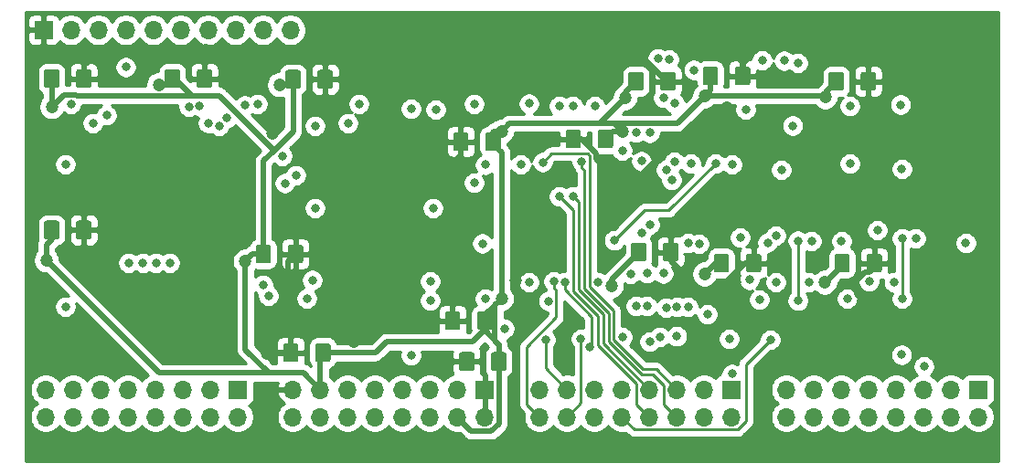
<source format=gbr>
G04 #@! TF.GenerationSoftware,KiCad,Pcbnew,5.1.5+dfsg1-2build2*
G04 #@! TF.CreationDate,2022-05-21T12:29:04-07:00*
G04 #@! TF.ProjectId,ProgramCounter,50726f67-7261-46d4-936f-756e7465722e,rev?*
G04 #@! TF.SameCoordinates,Original*
G04 #@! TF.FileFunction,Copper,L4,Bot*
G04 #@! TF.FilePolarity,Positive*
%FSLAX46Y46*%
G04 Gerber Fmt 4.6, Leading zero omitted, Abs format (unit mm)*
G04 Created by KiCad (PCBNEW 5.1.5+dfsg1-2build2) date 2022-05-21 12:29:04*
%MOMM*%
%LPD*%
G04 APERTURE LIST*
%ADD10O,1.700000X1.700000*%
%ADD11R,1.700000X1.700000*%
%ADD12C,0.100000*%
%ADD13C,1.200000*%
%ADD14C,0.800000*%
%ADD15C,0.500000*%
%ADD16C,0.250000*%
%ADD17C,0.254000*%
G04 APERTURE END LIST*
D10*
X75184000Y-52324000D03*
X72644000Y-52324000D03*
X70104000Y-52324000D03*
X67564000Y-52324000D03*
X65024000Y-52324000D03*
X62484000Y-52324000D03*
X59944000Y-52324000D03*
X57404000Y-52324000D03*
X54864000Y-52324000D03*
D11*
X52324000Y-52324000D03*
G04 #@! TA.AperFunction,SMDPad,CuDef*
D12*
G36*
X92000004Y-82184204D02*
G01*
X92024273Y-82187804D01*
X92048071Y-82193765D01*
X92071171Y-82202030D01*
X92093349Y-82212520D01*
X92114393Y-82225133D01*
X92134098Y-82239747D01*
X92152277Y-82256223D01*
X92168753Y-82274402D01*
X92183367Y-82294107D01*
X92195980Y-82315151D01*
X92206470Y-82337329D01*
X92214735Y-82360429D01*
X92220696Y-82384227D01*
X92224296Y-82408496D01*
X92225500Y-82433000D01*
X92225500Y-83683000D01*
X92224296Y-83707504D01*
X92220696Y-83731773D01*
X92214735Y-83755571D01*
X92206470Y-83778671D01*
X92195980Y-83800849D01*
X92183367Y-83821893D01*
X92168753Y-83841598D01*
X92152277Y-83859777D01*
X92134098Y-83876253D01*
X92114393Y-83890867D01*
X92093349Y-83903480D01*
X92071171Y-83913970D01*
X92048071Y-83922235D01*
X92024273Y-83928196D01*
X92000004Y-83931796D01*
X91975500Y-83933000D01*
X91050500Y-83933000D01*
X91025996Y-83931796D01*
X91001727Y-83928196D01*
X90977929Y-83922235D01*
X90954829Y-83913970D01*
X90932651Y-83903480D01*
X90911607Y-83890867D01*
X90891902Y-83876253D01*
X90873723Y-83859777D01*
X90857247Y-83841598D01*
X90842633Y-83821893D01*
X90830020Y-83800849D01*
X90819530Y-83778671D01*
X90811265Y-83755571D01*
X90805304Y-83731773D01*
X90801704Y-83707504D01*
X90800500Y-83683000D01*
X90800500Y-82433000D01*
X90801704Y-82408496D01*
X90805304Y-82384227D01*
X90811265Y-82360429D01*
X90819530Y-82337329D01*
X90830020Y-82315151D01*
X90842633Y-82294107D01*
X90857247Y-82274402D01*
X90873723Y-82256223D01*
X90891902Y-82239747D01*
X90911607Y-82225133D01*
X90932651Y-82212520D01*
X90954829Y-82202030D01*
X90977929Y-82193765D01*
X91001727Y-82187804D01*
X91025996Y-82184204D01*
X91050500Y-82183000D01*
X91975500Y-82183000D01*
X92000004Y-82184204D01*
G37*
G04 #@! TD.AperFunction*
G04 #@! TA.AperFunction,SMDPad,CuDef*
G36*
X94975004Y-82184204D02*
G01*
X94999273Y-82187804D01*
X95023071Y-82193765D01*
X95046171Y-82202030D01*
X95068349Y-82212520D01*
X95089393Y-82225133D01*
X95109098Y-82239747D01*
X95127277Y-82256223D01*
X95143753Y-82274402D01*
X95158367Y-82294107D01*
X95170980Y-82315151D01*
X95181470Y-82337329D01*
X95189735Y-82360429D01*
X95195696Y-82384227D01*
X95199296Y-82408496D01*
X95200500Y-82433000D01*
X95200500Y-83683000D01*
X95199296Y-83707504D01*
X95195696Y-83731773D01*
X95189735Y-83755571D01*
X95181470Y-83778671D01*
X95170980Y-83800849D01*
X95158367Y-83821893D01*
X95143753Y-83841598D01*
X95127277Y-83859777D01*
X95109098Y-83876253D01*
X95089393Y-83890867D01*
X95068349Y-83903480D01*
X95046171Y-83913970D01*
X95023071Y-83922235D01*
X94999273Y-83928196D01*
X94975004Y-83931796D01*
X94950500Y-83933000D01*
X94025500Y-83933000D01*
X94000996Y-83931796D01*
X93976727Y-83928196D01*
X93952929Y-83922235D01*
X93929829Y-83913970D01*
X93907651Y-83903480D01*
X93886607Y-83890867D01*
X93866902Y-83876253D01*
X93848723Y-83859777D01*
X93832247Y-83841598D01*
X93817633Y-83821893D01*
X93805020Y-83800849D01*
X93794530Y-83778671D01*
X93786265Y-83755571D01*
X93780304Y-83731773D01*
X93776704Y-83707504D01*
X93775500Y-83683000D01*
X93775500Y-82433000D01*
X93776704Y-82408496D01*
X93780304Y-82384227D01*
X93786265Y-82360429D01*
X93794530Y-82337329D01*
X93805020Y-82315151D01*
X93817633Y-82294107D01*
X93832247Y-82274402D01*
X93848723Y-82256223D01*
X93866902Y-82239747D01*
X93886607Y-82225133D01*
X93907651Y-82212520D01*
X93929829Y-82202030D01*
X93952929Y-82193765D01*
X93976727Y-82187804D01*
X94000996Y-82184204D01*
X94025500Y-82183000D01*
X94950500Y-82183000D01*
X94975004Y-82184204D01*
G37*
G04 #@! TD.AperFunction*
G04 #@! TA.AperFunction,SMDPad,CuDef*
G36*
X56548004Y-69992204D02*
G01*
X56572273Y-69995804D01*
X56596071Y-70001765D01*
X56619171Y-70010030D01*
X56641349Y-70020520D01*
X56662393Y-70033133D01*
X56682098Y-70047747D01*
X56700277Y-70064223D01*
X56716753Y-70082402D01*
X56731367Y-70102107D01*
X56743980Y-70123151D01*
X56754470Y-70145329D01*
X56762735Y-70168429D01*
X56768696Y-70192227D01*
X56772296Y-70216496D01*
X56773500Y-70241000D01*
X56773500Y-71491000D01*
X56772296Y-71515504D01*
X56768696Y-71539773D01*
X56762735Y-71563571D01*
X56754470Y-71586671D01*
X56743980Y-71608849D01*
X56731367Y-71629893D01*
X56716753Y-71649598D01*
X56700277Y-71667777D01*
X56682098Y-71684253D01*
X56662393Y-71698867D01*
X56641349Y-71711480D01*
X56619171Y-71721970D01*
X56596071Y-71730235D01*
X56572273Y-71736196D01*
X56548004Y-71739796D01*
X56523500Y-71741000D01*
X55598500Y-71741000D01*
X55573996Y-71739796D01*
X55549727Y-71736196D01*
X55525929Y-71730235D01*
X55502829Y-71721970D01*
X55480651Y-71711480D01*
X55459607Y-71698867D01*
X55439902Y-71684253D01*
X55421723Y-71667777D01*
X55405247Y-71649598D01*
X55390633Y-71629893D01*
X55378020Y-71608849D01*
X55367530Y-71586671D01*
X55359265Y-71563571D01*
X55353304Y-71539773D01*
X55349704Y-71515504D01*
X55348500Y-71491000D01*
X55348500Y-70241000D01*
X55349704Y-70216496D01*
X55353304Y-70192227D01*
X55359265Y-70168429D01*
X55367530Y-70145329D01*
X55378020Y-70123151D01*
X55390633Y-70102107D01*
X55405247Y-70082402D01*
X55421723Y-70064223D01*
X55439902Y-70047747D01*
X55459607Y-70033133D01*
X55480651Y-70020520D01*
X55502829Y-70010030D01*
X55525929Y-70001765D01*
X55549727Y-69995804D01*
X55573996Y-69992204D01*
X55598500Y-69991000D01*
X56523500Y-69991000D01*
X56548004Y-69992204D01*
G37*
G04 #@! TD.AperFunction*
G04 #@! TA.AperFunction,SMDPad,CuDef*
G36*
X53573004Y-69992204D02*
G01*
X53597273Y-69995804D01*
X53621071Y-70001765D01*
X53644171Y-70010030D01*
X53666349Y-70020520D01*
X53687393Y-70033133D01*
X53707098Y-70047747D01*
X53725277Y-70064223D01*
X53741753Y-70082402D01*
X53756367Y-70102107D01*
X53768980Y-70123151D01*
X53779470Y-70145329D01*
X53787735Y-70168429D01*
X53793696Y-70192227D01*
X53797296Y-70216496D01*
X53798500Y-70241000D01*
X53798500Y-71491000D01*
X53797296Y-71515504D01*
X53793696Y-71539773D01*
X53787735Y-71563571D01*
X53779470Y-71586671D01*
X53768980Y-71608849D01*
X53756367Y-71629893D01*
X53741753Y-71649598D01*
X53725277Y-71667777D01*
X53707098Y-71684253D01*
X53687393Y-71698867D01*
X53666349Y-71711480D01*
X53644171Y-71721970D01*
X53621071Y-71730235D01*
X53597273Y-71736196D01*
X53573004Y-71739796D01*
X53548500Y-71741000D01*
X52623500Y-71741000D01*
X52598996Y-71739796D01*
X52574727Y-71736196D01*
X52550929Y-71730235D01*
X52527829Y-71721970D01*
X52505651Y-71711480D01*
X52484607Y-71698867D01*
X52464902Y-71684253D01*
X52446723Y-71667777D01*
X52430247Y-71649598D01*
X52415633Y-71629893D01*
X52403020Y-71608849D01*
X52392530Y-71586671D01*
X52384265Y-71563571D01*
X52378304Y-71539773D01*
X52374704Y-71515504D01*
X52373500Y-71491000D01*
X52373500Y-70241000D01*
X52374704Y-70216496D01*
X52378304Y-70192227D01*
X52384265Y-70168429D01*
X52392530Y-70145329D01*
X52403020Y-70123151D01*
X52415633Y-70102107D01*
X52430247Y-70082402D01*
X52446723Y-70064223D01*
X52464902Y-70047747D01*
X52484607Y-70033133D01*
X52505651Y-70020520D01*
X52527829Y-70010030D01*
X52550929Y-70001765D01*
X52574727Y-69995804D01*
X52598996Y-69992204D01*
X52623500Y-69991000D01*
X53548500Y-69991000D01*
X53573004Y-69992204D01*
G37*
G04 #@! TD.AperFunction*
D10*
X121120000Y-88200000D03*
X121120000Y-85660000D03*
X123660000Y-88200000D03*
X123660000Y-85660000D03*
X126200000Y-88200000D03*
X126200000Y-85660000D03*
X128740000Y-88200000D03*
X128740000Y-85660000D03*
X131280000Y-88200000D03*
X131280000Y-85660000D03*
X133820000Y-88200000D03*
X133820000Y-85660000D03*
X136360000Y-88200000D03*
X136360000Y-85660000D03*
X138900000Y-88200000D03*
D11*
X138900000Y-85660000D03*
D10*
X75400000Y-88200000D03*
X75400000Y-85660000D03*
X77940000Y-88200000D03*
X77940000Y-85660000D03*
X80480000Y-88200000D03*
X80480000Y-85660000D03*
X83020000Y-88200000D03*
X83020000Y-85660000D03*
X85560000Y-88200000D03*
X85560000Y-85660000D03*
X88100000Y-88200000D03*
X88100000Y-85660000D03*
X90640000Y-88200000D03*
X90640000Y-85660000D03*
X93180000Y-88200000D03*
D11*
X93180000Y-85660000D03*
D10*
X52540000Y-88200000D03*
X52540000Y-85660000D03*
X55080000Y-88200000D03*
X55080000Y-85660000D03*
X57620000Y-88200000D03*
X57620000Y-85660000D03*
X60160000Y-88200000D03*
X60160000Y-85660000D03*
X62700000Y-88200000D03*
X62700000Y-85660000D03*
X65240000Y-88200000D03*
X65240000Y-85660000D03*
X67780000Y-88200000D03*
X67780000Y-85660000D03*
X70320000Y-88200000D03*
D11*
X70320000Y-85660000D03*
D10*
X98260000Y-88200000D03*
X98260000Y-85660000D03*
X100800000Y-88200000D03*
X100800000Y-85660000D03*
X103340000Y-88200000D03*
X103340000Y-85660000D03*
X105880000Y-88200000D03*
X105880000Y-85660000D03*
X108420000Y-88200000D03*
X108420000Y-85660000D03*
X110960000Y-88200000D03*
X110960000Y-85660000D03*
X113500000Y-88200000D03*
X113500000Y-85660000D03*
X116040000Y-88200000D03*
D11*
X116040000Y-85660000D03*
G04 #@! TA.AperFunction,SMDPad,CuDef*
D12*
G36*
X117544504Y-55706204D02*
G01*
X117568773Y-55709804D01*
X117592571Y-55715765D01*
X117615671Y-55724030D01*
X117637849Y-55734520D01*
X117658893Y-55747133D01*
X117678598Y-55761747D01*
X117696777Y-55778223D01*
X117713253Y-55796402D01*
X117727867Y-55816107D01*
X117740480Y-55837151D01*
X117750970Y-55859329D01*
X117759235Y-55882429D01*
X117765196Y-55906227D01*
X117768796Y-55930496D01*
X117770000Y-55955000D01*
X117770000Y-57205000D01*
X117768796Y-57229504D01*
X117765196Y-57253773D01*
X117759235Y-57277571D01*
X117750970Y-57300671D01*
X117740480Y-57322849D01*
X117727867Y-57343893D01*
X117713253Y-57363598D01*
X117696777Y-57381777D01*
X117678598Y-57398253D01*
X117658893Y-57412867D01*
X117637849Y-57425480D01*
X117615671Y-57435970D01*
X117592571Y-57444235D01*
X117568773Y-57450196D01*
X117544504Y-57453796D01*
X117520000Y-57455000D01*
X116595000Y-57455000D01*
X116570496Y-57453796D01*
X116546227Y-57450196D01*
X116522429Y-57444235D01*
X116499329Y-57435970D01*
X116477151Y-57425480D01*
X116456107Y-57412867D01*
X116436402Y-57398253D01*
X116418223Y-57381777D01*
X116401747Y-57363598D01*
X116387133Y-57343893D01*
X116374520Y-57322849D01*
X116364030Y-57300671D01*
X116355765Y-57277571D01*
X116349804Y-57253773D01*
X116346204Y-57229504D01*
X116345000Y-57205000D01*
X116345000Y-55955000D01*
X116346204Y-55930496D01*
X116349804Y-55906227D01*
X116355765Y-55882429D01*
X116364030Y-55859329D01*
X116374520Y-55837151D01*
X116387133Y-55816107D01*
X116401747Y-55796402D01*
X116418223Y-55778223D01*
X116436402Y-55761747D01*
X116456107Y-55747133D01*
X116477151Y-55734520D01*
X116499329Y-55724030D01*
X116522429Y-55715765D01*
X116546227Y-55709804D01*
X116570496Y-55706204D01*
X116595000Y-55705000D01*
X117520000Y-55705000D01*
X117544504Y-55706204D01*
G37*
G04 #@! TD.AperFunction*
G04 #@! TA.AperFunction,SMDPad,CuDef*
G36*
X114569504Y-55706204D02*
G01*
X114593773Y-55709804D01*
X114617571Y-55715765D01*
X114640671Y-55724030D01*
X114662849Y-55734520D01*
X114683893Y-55747133D01*
X114703598Y-55761747D01*
X114721777Y-55778223D01*
X114738253Y-55796402D01*
X114752867Y-55816107D01*
X114765480Y-55837151D01*
X114775970Y-55859329D01*
X114784235Y-55882429D01*
X114790196Y-55906227D01*
X114793796Y-55930496D01*
X114795000Y-55955000D01*
X114795000Y-57205000D01*
X114793796Y-57229504D01*
X114790196Y-57253773D01*
X114784235Y-57277571D01*
X114775970Y-57300671D01*
X114765480Y-57322849D01*
X114752867Y-57343893D01*
X114738253Y-57363598D01*
X114721777Y-57381777D01*
X114703598Y-57398253D01*
X114683893Y-57412867D01*
X114662849Y-57425480D01*
X114640671Y-57435970D01*
X114617571Y-57444235D01*
X114593773Y-57450196D01*
X114569504Y-57453796D01*
X114545000Y-57455000D01*
X113620000Y-57455000D01*
X113595496Y-57453796D01*
X113571227Y-57450196D01*
X113547429Y-57444235D01*
X113524329Y-57435970D01*
X113502151Y-57425480D01*
X113481107Y-57412867D01*
X113461402Y-57398253D01*
X113443223Y-57381777D01*
X113426747Y-57363598D01*
X113412133Y-57343893D01*
X113399520Y-57322849D01*
X113389030Y-57300671D01*
X113380765Y-57277571D01*
X113374804Y-57253773D01*
X113371204Y-57229504D01*
X113370000Y-57205000D01*
X113370000Y-55955000D01*
X113371204Y-55930496D01*
X113374804Y-55906227D01*
X113380765Y-55882429D01*
X113389030Y-55859329D01*
X113399520Y-55837151D01*
X113412133Y-55816107D01*
X113426747Y-55796402D01*
X113443223Y-55778223D01*
X113461402Y-55761747D01*
X113481107Y-55747133D01*
X113502151Y-55734520D01*
X113524329Y-55724030D01*
X113547429Y-55715765D01*
X113571227Y-55709804D01*
X113595496Y-55706204D01*
X113620000Y-55705000D01*
X114545000Y-55705000D01*
X114569504Y-55706204D01*
G37*
G04 #@! TD.AperFunction*
G04 #@! TA.AperFunction,SMDPad,CuDef*
G36*
X101869504Y-61548204D02*
G01*
X101893773Y-61551804D01*
X101917571Y-61557765D01*
X101940671Y-61566030D01*
X101962849Y-61576520D01*
X101983893Y-61589133D01*
X102003598Y-61603747D01*
X102021777Y-61620223D01*
X102038253Y-61638402D01*
X102052867Y-61658107D01*
X102065480Y-61679151D01*
X102075970Y-61701329D01*
X102084235Y-61724429D01*
X102090196Y-61748227D01*
X102093796Y-61772496D01*
X102095000Y-61797000D01*
X102095000Y-63047000D01*
X102093796Y-63071504D01*
X102090196Y-63095773D01*
X102084235Y-63119571D01*
X102075970Y-63142671D01*
X102065480Y-63164849D01*
X102052867Y-63185893D01*
X102038253Y-63205598D01*
X102021777Y-63223777D01*
X102003598Y-63240253D01*
X101983893Y-63254867D01*
X101962849Y-63267480D01*
X101940671Y-63277970D01*
X101917571Y-63286235D01*
X101893773Y-63292196D01*
X101869504Y-63295796D01*
X101845000Y-63297000D01*
X100920000Y-63297000D01*
X100895496Y-63295796D01*
X100871227Y-63292196D01*
X100847429Y-63286235D01*
X100824329Y-63277970D01*
X100802151Y-63267480D01*
X100781107Y-63254867D01*
X100761402Y-63240253D01*
X100743223Y-63223777D01*
X100726747Y-63205598D01*
X100712133Y-63185893D01*
X100699520Y-63164849D01*
X100689030Y-63142671D01*
X100680765Y-63119571D01*
X100674804Y-63095773D01*
X100671204Y-63071504D01*
X100670000Y-63047000D01*
X100670000Y-61797000D01*
X100671204Y-61772496D01*
X100674804Y-61748227D01*
X100680765Y-61724429D01*
X100689030Y-61701329D01*
X100699520Y-61679151D01*
X100712133Y-61658107D01*
X100726747Y-61638402D01*
X100743223Y-61620223D01*
X100761402Y-61603747D01*
X100781107Y-61589133D01*
X100802151Y-61576520D01*
X100824329Y-61566030D01*
X100847429Y-61557765D01*
X100871227Y-61551804D01*
X100895496Y-61548204D01*
X100920000Y-61547000D01*
X101845000Y-61547000D01*
X101869504Y-61548204D01*
G37*
G04 #@! TD.AperFunction*
G04 #@! TA.AperFunction,SMDPad,CuDef*
G36*
X104844504Y-61548204D02*
G01*
X104868773Y-61551804D01*
X104892571Y-61557765D01*
X104915671Y-61566030D01*
X104937849Y-61576520D01*
X104958893Y-61589133D01*
X104978598Y-61603747D01*
X104996777Y-61620223D01*
X105013253Y-61638402D01*
X105027867Y-61658107D01*
X105040480Y-61679151D01*
X105050970Y-61701329D01*
X105059235Y-61724429D01*
X105065196Y-61748227D01*
X105068796Y-61772496D01*
X105070000Y-61797000D01*
X105070000Y-63047000D01*
X105068796Y-63071504D01*
X105065196Y-63095773D01*
X105059235Y-63119571D01*
X105050970Y-63142671D01*
X105040480Y-63164849D01*
X105027867Y-63185893D01*
X105013253Y-63205598D01*
X104996777Y-63223777D01*
X104978598Y-63240253D01*
X104958893Y-63254867D01*
X104937849Y-63267480D01*
X104915671Y-63277970D01*
X104892571Y-63286235D01*
X104868773Y-63292196D01*
X104844504Y-63295796D01*
X104820000Y-63297000D01*
X103895000Y-63297000D01*
X103870496Y-63295796D01*
X103846227Y-63292196D01*
X103822429Y-63286235D01*
X103799329Y-63277970D01*
X103777151Y-63267480D01*
X103756107Y-63254867D01*
X103736402Y-63240253D01*
X103718223Y-63223777D01*
X103701747Y-63205598D01*
X103687133Y-63185893D01*
X103674520Y-63164849D01*
X103664030Y-63142671D01*
X103655765Y-63119571D01*
X103649804Y-63095773D01*
X103646204Y-63071504D01*
X103645000Y-63047000D01*
X103645000Y-61797000D01*
X103646204Y-61772496D01*
X103649804Y-61748227D01*
X103655765Y-61724429D01*
X103664030Y-61701329D01*
X103674520Y-61679151D01*
X103687133Y-61658107D01*
X103701747Y-61638402D01*
X103718223Y-61620223D01*
X103736402Y-61603747D01*
X103756107Y-61589133D01*
X103777151Y-61576520D01*
X103799329Y-61566030D01*
X103822429Y-61557765D01*
X103846227Y-61551804D01*
X103870496Y-61548204D01*
X103895000Y-61547000D01*
X104820000Y-61547000D01*
X104844504Y-61548204D01*
G37*
G04 #@! TD.AperFunction*
G04 #@! TA.AperFunction,SMDPad,CuDef*
G36*
X76142504Y-72216204D02*
G01*
X76166773Y-72219804D01*
X76190571Y-72225765D01*
X76213671Y-72234030D01*
X76235849Y-72244520D01*
X76256893Y-72257133D01*
X76276598Y-72271747D01*
X76294777Y-72288223D01*
X76311253Y-72306402D01*
X76325867Y-72326107D01*
X76338480Y-72347151D01*
X76348970Y-72369329D01*
X76357235Y-72392429D01*
X76363196Y-72416227D01*
X76366796Y-72440496D01*
X76368000Y-72465000D01*
X76368000Y-73715000D01*
X76366796Y-73739504D01*
X76363196Y-73763773D01*
X76357235Y-73787571D01*
X76348970Y-73810671D01*
X76338480Y-73832849D01*
X76325867Y-73853893D01*
X76311253Y-73873598D01*
X76294777Y-73891777D01*
X76276598Y-73908253D01*
X76256893Y-73922867D01*
X76235849Y-73935480D01*
X76213671Y-73945970D01*
X76190571Y-73954235D01*
X76166773Y-73960196D01*
X76142504Y-73963796D01*
X76118000Y-73965000D01*
X75193000Y-73965000D01*
X75168496Y-73963796D01*
X75144227Y-73960196D01*
X75120429Y-73954235D01*
X75097329Y-73945970D01*
X75075151Y-73935480D01*
X75054107Y-73922867D01*
X75034402Y-73908253D01*
X75016223Y-73891777D01*
X74999747Y-73873598D01*
X74985133Y-73853893D01*
X74972520Y-73832849D01*
X74962030Y-73810671D01*
X74953765Y-73787571D01*
X74947804Y-73763773D01*
X74944204Y-73739504D01*
X74943000Y-73715000D01*
X74943000Y-72465000D01*
X74944204Y-72440496D01*
X74947804Y-72416227D01*
X74953765Y-72392429D01*
X74962030Y-72369329D01*
X74972520Y-72347151D01*
X74985133Y-72326107D01*
X74999747Y-72306402D01*
X75016223Y-72288223D01*
X75034402Y-72271747D01*
X75054107Y-72257133D01*
X75075151Y-72244520D01*
X75097329Y-72234030D01*
X75120429Y-72225765D01*
X75144227Y-72219804D01*
X75168496Y-72216204D01*
X75193000Y-72215000D01*
X76118000Y-72215000D01*
X76142504Y-72216204D01*
G37*
G04 #@! TD.AperFunction*
G04 #@! TA.AperFunction,SMDPad,CuDef*
G36*
X73167504Y-72216204D02*
G01*
X73191773Y-72219804D01*
X73215571Y-72225765D01*
X73238671Y-72234030D01*
X73260849Y-72244520D01*
X73281893Y-72257133D01*
X73301598Y-72271747D01*
X73319777Y-72288223D01*
X73336253Y-72306402D01*
X73350867Y-72326107D01*
X73363480Y-72347151D01*
X73373970Y-72369329D01*
X73382235Y-72392429D01*
X73388196Y-72416227D01*
X73391796Y-72440496D01*
X73393000Y-72465000D01*
X73393000Y-73715000D01*
X73391796Y-73739504D01*
X73388196Y-73763773D01*
X73382235Y-73787571D01*
X73373970Y-73810671D01*
X73363480Y-73832849D01*
X73350867Y-73853893D01*
X73336253Y-73873598D01*
X73319777Y-73891777D01*
X73301598Y-73908253D01*
X73281893Y-73922867D01*
X73260849Y-73935480D01*
X73238671Y-73945970D01*
X73215571Y-73954235D01*
X73191773Y-73960196D01*
X73167504Y-73963796D01*
X73143000Y-73965000D01*
X72218000Y-73965000D01*
X72193496Y-73963796D01*
X72169227Y-73960196D01*
X72145429Y-73954235D01*
X72122329Y-73945970D01*
X72100151Y-73935480D01*
X72079107Y-73922867D01*
X72059402Y-73908253D01*
X72041223Y-73891777D01*
X72024747Y-73873598D01*
X72010133Y-73853893D01*
X71997520Y-73832849D01*
X71987030Y-73810671D01*
X71978765Y-73787571D01*
X71972804Y-73763773D01*
X71969204Y-73739504D01*
X71968000Y-73715000D01*
X71968000Y-72465000D01*
X71969204Y-72440496D01*
X71972804Y-72416227D01*
X71978765Y-72392429D01*
X71987030Y-72369329D01*
X71997520Y-72347151D01*
X72010133Y-72326107D01*
X72024747Y-72306402D01*
X72041223Y-72288223D01*
X72059402Y-72271747D01*
X72079107Y-72257133D01*
X72100151Y-72244520D01*
X72122329Y-72234030D01*
X72145429Y-72225765D01*
X72169227Y-72219804D01*
X72193496Y-72216204D01*
X72218000Y-72215000D01*
X73143000Y-72215000D01*
X73167504Y-72216204D01*
G37*
G04 #@! TD.AperFunction*
G04 #@! TA.AperFunction,SMDPad,CuDef*
G36*
X67724004Y-55960204D02*
G01*
X67748273Y-55963804D01*
X67772071Y-55969765D01*
X67795171Y-55978030D01*
X67817349Y-55988520D01*
X67838393Y-56001133D01*
X67858098Y-56015747D01*
X67876277Y-56032223D01*
X67892753Y-56050402D01*
X67907367Y-56070107D01*
X67919980Y-56091151D01*
X67930470Y-56113329D01*
X67938735Y-56136429D01*
X67944696Y-56160227D01*
X67948296Y-56184496D01*
X67949500Y-56209000D01*
X67949500Y-57459000D01*
X67948296Y-57483504D01*
X67944696Y-57507773D01*
X67938735Y-57531571D01*
X67930470Y-57554671D01*
X67919980Y-57576849D01*
X67907367Y-57597893D01*
X67892753Y-57617598D01*
X67876277Y-57635777D01*
X67858098Y-57652253D01*
X67838393Y-57666867D01*
X67817349Y-57679480D01*
X67795171Y-57689970D01*
X67772071Y-57698235D01*
X67748273Y-57704196D01*
X67724004Y-57707796D01*
X67699500Y-57709000D01*
X66774500Y-57709000D01*
X66749996Y-57707796D01*
X66725727Y-57704196D01*
X66701929Y-57698235D01*
X66678829Y-57689970D01*
X66656651Y-57679480D01*
X66635607Y-57666867D01*
X66615902Y-57652253D01*
X66597723Y-57635777D01*
X66581247Y-57617598D01*
X66566633Y-57597893D01*
X66554020Y-57576849D01*
X66543530Y-57554671D01*
X66535265Y-57531571D01*
X66529304Y-57507773D01*
X66525704Y-57483504D01*
X66524500Y-57459000D01*
X66524500Y-56209000D01*
X66525704Y-56184496D01*
X66529304Y-56160227D01*
X66535265Y-56136429D01*
X66543530Y-56113329D01*
X66554020Y-56091151D01*
X66566633Y-56070107D01*
X66581247Y-56050402D01*
X66597723Y-56032223D01*
X66615902Y-56015747D01*
X66635607Y-56001133D01*
X66656651Y-55988520D01*
X66678829Y-55978030D01*
X66701929Y-55969765D01*
X66725727Y-55963804D01*
X66749996Y-55960204D01*
X66774500Y-55959000D01*
X67699500Y-55959000D01*
X67724004Y-55960204D01*
G37*
G04 #@! TD.AperFunction*
G04 #@! TA.AperFunction,SMDPad,CuDef*
G36*
X64749004Y-55960204D02*
G01*
X64773273Y-55963804D01*
X64797071Y-55969765D01*
X64820171Y-55978030D01*
X64842349Y-55988520D01*
X64863393Y-56001133D01*
X64883098Y-56015747D01*
X64901277Y-56032223D01*
X64917753Y-56050402D01*
X64932367Y-56070107D01*
X64944980Y-56091151D01*
X64955470Y-56113329D01*
X64963735Y-56136429D01*
X64969696Y-56160227D01*
X64973296Y-56184496D01*
X64974500Y-56209000D01*
X64974500Y-57459000D01*
X64973296Y-57483504D01*
X64969696Y-57507773D01*
X64963735Y-57531571D01*
X64955470Y-57554671D01*
X64944980Y-57576849D01*
X64932367Y-57597893D01*
X64917753Y-57617598D01*
X64901277Y-57635777D01*
X64883098Y-57652253D01*
X64863393Y-57666867D01*
X64842349Y-57679480D01*
X64820171Y-57689970D01*
X64797071Y-57698235D01*
X64773273Y-57704196D01*
X64749004Y-57707796D01*
X64724500Y-57709000D01*
X63799500Y-57709000D01*
X63774996Y-57707796D01*
X63750727Y-57704196D01*
X63726929Y-57698235D01*
X63703829Y-57689970D01*
X63681651Y-57679480D01*
X63660607Y-57666867D01*
X63640902Y-57652253D01*
X63622723Y-57635777D01*
X63606247Y-57617598D01*
X63591633Y-57597893D01*
X63579020Y-57576849D01*
X63568530Y-57554671D01*
X63560265Y-57531571D01*
X63554304Y-57507773D01*
X63550704Y-57483504D01*
X63549500Y-57459000D01*
X63549500Y-56209000D01*
X63550704Y-56184496D01*
X63554304Y-56160227D01*
X63560265Y-56136429D01*
X63568530Y-56113329D01*
X63579020Y-56091151D01*
X63591633Y-56070107D01*
X63606247Y-56050402D01*
X63622723Y-56032223D01*
X63640902Y-56015747D01*
X63660607Y-56001133D01*
X63681651Y-55988520D01*
X63703829Y-55978030D01*
X63726929Y-55969765D01*
X63750727Y-55963804D01*
X63774996Y-55960204D01*
X63799500Y-55959000D01*
X64724500Y-55959000D01*
X64749004Y-55960204D01*
G37*
G04 #@! TD.AperFunction*
G04 #@! TA.AperFunction,SMDPad,CuDef*
G36*
X91455504Y-61802204D02*
G01*
X91479773Y-61805804D01*
X91503571Y-61811765D01*
X91526671Y-61820030D01*
X91548849Y-61830520D01*
X91569893Y-61843133D01*
X91589598Y-61857747D01*
X91607777Y-61874223D01*
X91624253Y-61892402D01*
X91638867Y-61912107D01*
X91651480Y-61933151D01*
X91661970Y-61955329D01*
X91670235Y-61978429D01*
X91676196Y-62002227D01*
X91679796Y-62026496D01*
X91681000Y-62051000D01*
X91681000Y-63301000D01*
X91679796Y-63325504D01*
X91676196Y-63349773D01*
X91670235Y-63373571D01*
X91661970Y-63396671D01*
X91651480Y-63418849D01*
X91638867Y-63439893D01*
X91624253Y-63459598D01*
X91607777Y-63477777D01*
X91589598Y-63494253D01*
X91569893Y-63508867D01*
X91548849Y-63521480D01*
X91526671Y-63531970D01*
X91503571Y-63540235D01*
X91479773Y-63546196D01*
X91455504Y-63549796D01*
X91431000Y-63551000D01*
X90506000Y-63551000D01*
X90481496Y-63549796D01*
X90457227Y-63546196D01*
X90433429Y-63540235D01*
X90410329Y-63531970D01*
X90388151Y-63521480D01*
X90367107Y-63508867D01*
X90347402Y-63494253D01*
X90329223Y-63477777D01*
X90312747Y-63459598D01*
X90298133Y-63439893D01*
X90285520Y-63418849D01*
X90275030Y-63396671D01*
X90266765Y-63373571D01*
X90260804Y-63349773D01*
X90257204Y-63325504D01*
X90256000Y-63301000D01*
X90256000Y-62051000D01*
X90257204Y-62026496D01*
X90260804Y-62002227D01*
X90266765Y-61978429D01*
X90275030Y-61955329D01*
X90285520Y-61933151D01*
X90298133Y-61912107D01*
X90312747Y-61892402D01*
X90329223Y-61874223D01*
X90347402Y-61857747D01*
X90367107Y-61843133D01*
X90388151Y-61830520D01*
X90410329Y-61820030D01*
X90433429Y-61811765D01*
X90457227Y-61805804D01*
X90481496Y-61802204D01*
X90506000Y-61801000D01*
X91431000Y-61801000D01*
X91455504Y-61802204D01*
G37*
G04 #@! TD.AperFunction*
G04 #@! TA.AperFunction,SMDPad,CuDef*
G36*
X94430504Y-61802204D02*
G01*
X94454773Y-61805804D01*
X94478571Y-61811765D01*
X94501671Y-61820030D01*
X94523849Y-61830520D01*
X94544893Y-61843133D01*
X94564598Y-61857747D01*
X94582777Y-61874223D01*
X94599253Y-61892402D01*
X94613867Y-61912107D01*
X94626480Y-61933151D01*
X94636970Y-61955329D01*
X94645235Y-61978429D01*
X94651196Y-62002227D01*
X94654796Y-62026496D01*
X94656000Y-62051000D01*
X94656000Y-63301000D01*
X94654796Y-63325504D01*
X94651196Y-63349773D01*
X94645235Y-63373571D01*
X94636970Y-63396671D01*
X94626480Y-63418849D01*
X94613867Y-63439893D01*
X94599253Y-63459598D01*
X94582777Y-63477777D01*
X94564598Y-63494253D01*
X94544893Y-63508867D01*
X94523849Y-63521480D01*
X94501671Y-63531970D01*
X94478571Y-63540235D01*
X94454773Y-63546196D01*
X94430504Y-63549796D01*
X94406000Y-63551000D01*
X93481000Y-63551000D01*
X93456496Y-63549796D01*
X93432227Y-63546196D01*
X93408429Y-63540235D01*
X93385329Y-63531970D01*
X93363151Y-63521480D01*
X93342107Y-63508867D01*
X93322402Y-63494253D01*
X93304223Y-63477777D01*
X93287747Y-63459598D01*
X93273133Y-63439893D01*
X93260520Y-63418849D01*
X93250030Y-63396671D01*
X93241765Y-63373571D01*
X93235804Y-63349773D01*
X93232204Y-63325504D01*
X93231000Y-63301000D01*
X93231000Y-62051000D01*
X93232204Y-62026496D01*
X93235804Y-62002227D01*
X93241765Y-61978429D01*
X93250030Y-61955329D01*
X93260520Y-61933151D01*
X93273133Y-61912107D01*
X93287747Y-61892402D01*
X93304223Y-61874223D01*
X93322402Y-61857747D01*
X93342107Y-61843133D01*
X93363151Y-61830520D01*
X93385329Y-61820030D01*
X93408429Y-61811765D01*
X93432227Y-61805804D01*
X93456496Y-61802204D01*
X93481000Y-61801000D01*
X94406000Y-61801000D01*
X94430504Y-61802204D01*
G37*
G04 #@! TD.AperFunction*
G04 #@! TA.AperFunction,SMDPad,CuDef*
G36*
X129192004Y-56214204D02*
G01*
X129216273Y-56217804D01*
X129240071Y-56223765D01*
X129263171Y-56232030D01*
X129285349Y-56242520D01*
X129306393Y-56255133D01*
X129326098Y-56269747D01*
X129344277Y-56286223D01*
X129360753Y-56304402D01*
X129375367Y-56324107D01*
X129387980Y-56345151D01*
X129398470Y-56367329D01*
X129406735Y-56390429D01*
X129412696Y-56414227D01*
X129416296Y-56438496D01*
X129417500Y-56463000D01*
X129417500Y-57713000D01*
X129416296Y-57737504D01*
X129412696Y-57761773D01*
X129406735Y-57785571D01*
X129398470Y-57808671D01*
X129387980Y-57830849D01*
X129375367Y-57851893D01*
X129360753Y-57871598D01*
X129344277Y-57889777D01*
X129326098Y-57906253D01*
X129306393Y-57920867D01*
X129285349Y-57933480D01*
X129263171Y-57943970D01*
X129240071Y-57952235D01*
X129216273Y-57958196D01*
X129192004Y-57961796D01*
X129167500Y-57963000D01*
X128242500Y-57963000D01*
X128217996Y-57961796D01*
X128193727Y-57958196D01*
X128169929Y-57952235D01*
X128146829Y-57943970D01*
X128124651Y-57933480D01*
X128103607Y-57920867D01*
X128083902Y-57906253D01*
X128065723Y-57889777D01*
X128049247Y-57871598D01*
X128034633Y-57851893D01*
X128022020Y-57830849D01*
X128011530Y-57808671D01*
X128003265Y-57785571D01*
X127997304Y-57761773D01*
X127993704Y-57737504D01*
X127992500Y-57713000D01*
X127992500Y-56463000D01*
X127993704Y-56438496D01*
X127997304Y-56414227D01*
X128003265Y-56390429D01*
X128011530Y-56367329D01*
X128022020Y-56345151D01*
X128034633Y-56324107D01*
X128049247Y-56304402D01*
X128065723Y-56286223D01*
X128083902Y-56269747D01*
X128103607Y-56255133D01*
X128124651Y-56242520D01*
X128146829Y-56232030D01*
X128169929Y-56223765D01*
X128193727Y-56217804D01*
X128217996Y-56214204D01*
X128242500Y-56213000D01*
X129167500Y-56213000D01*
X129192004Y-56214204D01*
G37*
G04 #@! TD.AperFunction*
G04 #@! TA.AperFunction,SMDPad,CuDef*
G36*
X126217004Y-56214204D02*
G01*
X126241273Y-56217804D01*
X126265071Y-56223765D01*
X126288171Y-56232030D01*
X126310349Y-56242520D01*
X126331393Y-56255133D01*
X126351098Y-56269747D01*
X126369277Y-56286223D01*
X126385753Y-56304402D01*
X126400367Y-56324107D01*
X126412980Y-56345151D01*
X126423470Y-56367329D01*
X126431735Y-56390429D01*
X126437696Y-56414227D01*
X126441296Y-56438496D01*
X126442500Y-56463000D01*
X126442500Y-57713000D01*
X126441296Y-57737504D01*
X126437696Y-57761773D01*
X126431735Y-57785571D01*
X126423470Y-57808671D01*
X126412980Y-57830849D01*
X126400367Y-57851893D01*
X126385753Y-57871598D01*
X126369277Y-57889777D01*
X126351098Y-57906253D01*
X126331393Y-57920867D01*
X126310349Y-57933480D01*
X126288171Y-57943970D01*
X126265071Y-57952235D01*
X126241273Y-57958196D01*
X126217004Y-57961796D01*
X126192500Y-57963000D01*
X125267500Y-57963000D01*
X125242996Y-57961796D01*
X125218727Y-57958196D01*
X125194929Y-57952235D01*
X125171829Y-57943970D01*
X125149651Y-57933480D01*
X125128607Y-57920867D01*
X125108902Y-57906253D01*
X125090723Y-57889777D01*
X125074247Y-57871598D01*
X125059633Y-57851893D01*
X125047020Y-57830849D01*
X125036530Y-57808671D01*
X125028265Y-57785571D01*
X125022304Y-57761773D01*
X125018704Y-57737504D01*
X125017500Y-57713000D01*
X125017500Y-56463000D01*
X125018704Y-56438496D01*
X125022304Y-56414227D01*
X125028265Y-56390429D01*
X125036530Y-56367329D01*
X125047020Y-56345151D01*
X125059633Y-56324107D01*
X125074247Y-56304402D01*
X125090723Y-56286223D01*
X125108902Y-56269747D01*
X125128607Y-56255133D01*
X125149651Y-56242520D01*
X125171829Y-56232030D01*
X125194929Y-56223765D01*
X125218727Y-56217804D01*
X125242996Y-56214204D01*
X125267500Y-56213000D01*
X126192500Y-56213000D01*
X126217004Y-56214204D01*
G37*
G04 #@! TD.AperFunction*
G04 #@! TA.AperFunction,SMDPad,CuDef*
G36*
X75707504Y-81360204D02*
G01*
X75731773Y-81363804D01*
X75755571Y-81369765D01*
X75778671Y-81378030D01*
X75800849Y-81388520D01*
X75821893Y-81401133D01*
X75841598Y-81415747D01*
X75859777Y-81432223D01*
X75876253Y-81450402D01*
X75890867Y-81470107D01*
X75903480Y-81491151D01*
X75913970Y-81513329D01*
X75922235Y-81536429D01*
X75928196Y-81560227D01*
X75931796Y-81584496D01*
X75933000Y-81609000D01*
X75933000Y-82859000D01*
X75931796Y-82883504D01*
X75928196Y-82907773D01*
X75922235Y-82931571D01*
X75913970Y-82954671D01*
X75903480Y-82976849D01*
X75890867Y-82997893D01*
X75876253Y-83017598D01*
X75859777Y-83035777D01*
X75841598Y-83052253D01*
X75821893Y-83066867D01*
X75800849Y-83079480D01*
X75778671Y-83089970D01*
X75755571Y-83098235D01*
X75731773Y-83104196D01*
X75707504Y-83107796D01*
X75683000Y-83109000D01*
X74758000Y-83109000D01*
X74733496Y-83107796D01*
X74709227Y-83104196D01*
X74685429Y-83098235D01*
X74662329Y-83089970D01*
X74640151Y-83079480D01*
X74619107Y-83066867D01*
X74599402Y-83052253D01*
X74581223Y-83035777D01*
X74564747Y-83017598D01*
X74550133Y-82997893D01*
X74537520Y-82976849D01*
X74527030Y-82954671D01*
X74518765Y-82931571D01*
X74512804Y-82907773D01*
X74509204Y-82883504D01*
X74508000Y-82859000D01*
X74508000Y-81609000D01*
X74509204Y-81584496D01*
X74512804Y-81560227D01*
X74518765Y-81536429D01*
X74527030Y-81513329D01*
X74537520Y-81491151D01*
X74550133Y-81470107D01*
X74564747Y-81450402D01*
X74581223Y-81432223D01*
X74599402Y-81415747D01*
X74619107Y-81401133D01*
X74640151Y-81388520D01*
X74662329Y-81378030D01*
X74685429Y-81369765D01*
X74709227Y-81363804D01*
X74733496Y-81360204D01*
X74758000Y-81359000D01*
X75683000Y-81359000D01*
X75707504Y-81360204D01*
G37*
G04 #@! TD.AperFunction*
G04 #@! TA.AperFunction,SMDPad,CuDef*
G36*
X78682504Y-81360204D02*
G01*
X78706773Y-81363804D01*
X78730571Y-81369765D01*
X78753671Y-81378030D01*
X78775849Y-81388520D01*
X78796893Y-81401133D01*
X78816598Y-81415747D01*
X78834777Y-81432223D01*
X78851253Y-81450402D01*
X78865867Y-81470107D01*
X78878480Y-81491151D01*
X78888970Y-81513329D01*
X78897235Y-81536429D01*
X78903196Y-81560227D01*
X78906796Y-81584496D01*
X78908000Y-81609000D01*
X78908000Y-82859000D01*
X78906796Y-82883504D01*
X78903196Y-82907773D01*
X78897235Y-82931571D01*
X78888970Y-82954671D01*
X78878480Y-82976849D01*
X78865867Y-82997893D01*
X78851253Y-83017598D01*
X78834777Y-83035777D01*
X78816598Y-83052253D01*
X78796893Y-83066867D01*
X78775849Y-83079480D01*
X78753671Y-83089970D01*
X78730571Y-83098235D01*
X78706773Y-83104196D01*
X78682504Y-83107796D01*
X78658000Y-83109000D01*
X77733000Y-83109000D01*
X77708496Y-83107796D01*
X77684227Y-83104196D01*
X77660429Y-83098235D01*
X77637329Y-83089970D01*
X77615151Y-83079480D01*
X77594107Y-83066867D01*
X77574402Y-83052253D01*
X77556223Y-83035777D01*
X77539747Y-83017598D01*
X77525133Y-82997893D01*
X77512520Y-82976849D01*
X77502030Y-82954671D01*
X77493765Y-82931571D01*
X77487804Y-82907773D01*
X77484204Y-82883504D01*
X77483000Y-82859000D01*
X77483000Y-81609000D01*
X77484204Y-81584496D01*
X77487804Y-81560227D01*
X77493765Y-81536429D01*
X77502030Y-81513329D01*
X77512520Y-81491151D01*
X77525133Y-81470107D01*
X77539747Y-81450402D01*
X77556223Y-81432223D01*
X77574402Y-81415747D01*
X77594107Y-81401133D01*
X77615151Y-81388520D01*
X77637329Y-81378030D01*
X77660429Y-81369765D01*
X77684227Y-81363804D01*
X77708496Y-81360204D01*
X77733000Y-81359000D01*
X78658000Y-81359000D01*
X78682504Y-81360204D01*
G37*
G04 #@! TD.AperFunction*
G04 #@! TA.AperFunction,SMDPad,CuDef*
G36*
X129736504Y-73058204D02*
G01*
X129760773Y-73061804D01*
X129784571Y-73067765D01*
X129807671Y-73076030D01*
X129829849Y-73086520D01*
X129850893Y-73099133D01*
X129870598Y-73113747D01*
X129888777Y-73130223D01*
X129905253Y-73148402D01*
X129919867Y-73168107D01*
X129932480Y-73189151D01*
X129942970Y-73211329D01*
X129951235Y-73234429D01*
X129957196Y-73258227D01*
X129960796Y-73282496D01*
X129962000Y-73307000D01*
X129962000Y-74557000D01*
X129960796Y-74581504D01*
X129957196Y-74605773D01*
X129951235Y-74629571D01*
X129942970Y-74652671D01*
X129932480Y-74674849D01*
X129919867Y-74695893D01*
X129905253Y-74715598D01*
X129888777Y-74733777D01*
X129870598Y-74750253D01*
X129850893Y-74764867D01*
X129829849Y-74777480D01*
X129807671Y-74787970D01*
X129784571Y-74796235D01*
X129760773Y-74802196D01*
X129736504Y-74805796D01*
X129712000Y-74807000D01*
X128787000Y-74807000D01*
X128762496Y-74805796D01*
X128738227Y-74802196D01*
X128714429Y-74796235D01*
X128691329Y-74787970D01*
X128669151Y-74777480D01*
X128648107Y-74764867D01*
X128628402Y-74750253D01*
X128610223Y-74733777D01*
X128593747Y-74715598D01*
X128579133Y-74695893D01*
X128566520Y-74674849D01*
X128556030Y-74652671D01*
X128547765Y-74629571D01*
X128541804Y-74605773D01*
X128538204Y-74581504D01*
X128537000Y-74557000D01*
X128537000Y-73307000D01*
X128538204Y-73282496D01*
X128541804Y-73258227D01*
X128547765Y-73234429D01*
X128556030Y-73211329D01*
X128566520Y-73189151D01*
X128579133Y-73168107D01*
X128593747Y-73148402D01*
X128610223Y-73130223D01*
X128628402Y-73113747D01*
X128648107Y-73099133D01*
X128669151Y-73086520D01*
X128691329Y-73076030D01*
X128714429Y-73067765D01*
X128738227Y-73061804D01*
X128762496Y-73058204D01*
X128787000Y-73057000D01*
X129712000Y-73057000D01*
X129736504Y-73058204D01*
G37*
G04 #@! TD.AperFunction*
G04 #@! TA.AperFunction,SMDPad,CuDef*
G36*
X126761504Y-73058204D02*
G01*
X126785773Y-73061804D01*
X126809571Y-73067765D01*
X126832671Y-73076030D01*
X126854849Y-73086520D01*
X126875893Y-73099133D01*
X126895598Y-73113747D01*
X126913777Y-73130223D01*
X126930253Y-73148402D01*
X126944867Y-73168107D01*
X126957480Y-73189151D01*
X126967970Y-73211329D01*
X126976235Y-73234429D01*
X126982196Y-73258227D01*
X126985796Y-73282496D01*
X126987000Y-73307000D01*
X126987000Y-74557000D01*
X126985796Y-74581504D01*
X126982196Y-74605773D01*
X126976235Y-74629571D01*
X126967970Y-74652671D01*
X126957480Y-74674849D01*
X126944867Y-74695893D01*
X126930253Y-74715598D01*
X126913777Y-74733777D01*
X126895598Y-74750253D01*
X126875893Y-74764867D01*
X126854849Y-74777480D01*
X126832671Y-74787970D01*
X126809571Y-74796235D01*
X126785773Y-74802196D01*
X126761504Y-74805796D01*
X126737000Y-74807000D01*
X125812000Y-74807000D01*
X125787496Y-74805796D01*
X125763227Y-74802196D01*
X125739429Y-74796235D01*
X125716329Y-74787970D01*
X125694151Y-74777480D01*
X125673107Y-74764867D01*
X125653402Y-74750253D01*
X125635223Y-74733777D01*
X125618747Y-74715598D01*
X125604133Y-74695893D01*
X125591520Y-74674849D01*
X125581030Y-74652671D01*
X125572765Y-74629571D01*
X125566804Y-74605773D01*
X125563204Y-74581504D01*
X125562000Y-74557000D01*
X125562000Y-73307000D01*
X125563204Y-73282496D01*
X125566804Y-73258227D01*
X125572765Y-73234429D01*
X125581030Y-73211329D01*
X125591520Y-73189151D01*
X125604133Y-73168107D01*
X125618747Y-73148402D01*
X125635223Y-73130223D01*
X125653402Y-73113747D01*
X125673107Y-73099133D01*
X125694151Y-73086520D01*
X125716329Y-73076030D01*
X125739429Y-73067765D01*
X125763227Y-73061804D01*
X125787496Y-73058204D01*
X125812000Y-73057000D01*
X126737000Y-73057000D01*
X126761504Y-73058204D01*
G37*
G04 #@! TD.AperFunction*
G04 #@! TA.AperFunction,SMDPad,CuDef*
G36*
X107675004Y-56214204D02*
G01*
X107699273Y-56217804D01*
X107723071Y-56223765D01*
X107746171Y-56232030D01*
X107768349Y-56242520D01*
X107789393Y-56255133D01*
X107809098Y-56269747D01*
X107827277Y-56286223D01*
X107843753Y-56304402D01*
X107858367Y-56324107D01*
X107870980Y-56345151D01*
X107881470Y-56367329D01*
X107889735Y-56390429D01*
X107895696Y-56414227D01*
X107899296Y-56438496D01*
X107900500Y-56463000D01*
X107900500Y-57713000D01*
X107899296Y-57737504D01*
X107895696Y-57761773D01*
X107889735Y-57785571D01*
X107881470Y-57808671D01*
X107870980Y-57830849D01*
X107858367Y-57851893D01*
X107843753Y-57871598D01*
X107827277Y-57889777D01*
X107809098Y-57906253D01*
X107789393Y-57920867D01*
X107768349Y-57933480D01*
X107746171Y-57943970D01*
X107723071Y-57952235D01*
X107699273Y-57958196D01*
X107675004Y-57961796D01*
X107650500Y-57963000D01*
X106725500Y-57963000D01*
X106700996Y-57961796D01*
X106676727Y-57958196D01*
X106652929Y-57952235D01*
X106629829Y-57943970D01*
X106607651Y-57933480D01*
X106586607Y-57920867D01*
X106566902Y-57906253D01*
X106548723Y-57889777D01*
X106532247Y-57871598D01*
X106517633Y-57851893D01*
X106505020Y-57830849D01*
X106494530Y-57808671D01*
X106486265Y-57785571D01*
X106480304Y-57761773D01*
X106476704Y-57737504D01*
X106475500Y-57713000D01*
X106475500Y-56463000D01*
X106476704Y-56438496D01*
X106480304Y-56414227D01*
X106486265Y-56390429D01*
X106494530Y-56367329D01*
X106505020Y-56345151D01*
X106517633Y-56324107D01*
X106532247Y-56304402D01*
X106548723Y-56286223D01*
X106566902Y-56269747D01*
X106586607Y-56255133D01*
X106607651Y-56242520D01*
X106629829Y-56232030D01*
X106652929Y-56223765D01*
X106676727Y-56217804D01*
X106700996Y-56214204D01*
X106725500Y-56213000D01*
X107650500Y-56213000D01*
X107675004Y-56214204D01*
G37*
G04 #@! TD.AperFunction*
G04 #@! TA.AperFunction,SMDPad,CuDef*
G36*
X110650004Y-56214204D02*
G01*
X110674273Y-56217804D01*
X110698071Y-56223765D01*
X110721171Y-56232030D01*
X110743349Y-56242520D01*
X110764393Y-56255133D01*
X110784098Y-56269747D01*
X110802277Y-56286223D01*
X110818753Y-56304402D01*
X110833367Y-56324107D01*
X110845980Y-56345151D01*
X110856470Y-56367329D01*
X110864735Y-56390429D01*
X110870696Y-56414227D01*
X110874296Y-56438496D01*
X110875500Y-56463000D01*
X110875500Y-57713000D01*
X110874296Y-57737504D01*
X110870696Y-57761773D01*
X110864735Y-57785571D01*
X110856470Y-57808671D01*
X110845980Y-57830849D01*
X110833367Y-57851893D01*
X110818753Y-57871598D01*
X110802277Y-57889777D01*
X110784098Y-57906253D01*
X110764393Y-57920867D01*
X110743349Y-57933480D01*
X110721171Y-57943970D01*
X110698071Y-57952235D01*
X110674273Y-57958196D01*
X110650004Y-57961796D01*
X110625500Y-57963000D01*
X109700500Y-57963000D01*
X109675996Y-57961796D01*
X109651727Y-57958196D01*
X109627929Y-57952235D01*
X109604829Y-57943970D01*
X109582651Y-57933480D01*
X109561607Y-57920867D01*
X109541902Y-57906253D01*
X109523723Y-57889777D01*
X109507247Y-57871598D01*
X109492633Y-57851893D01*
X109480020Y-57830849D01*
X109469530Y-57808671D01*
X109461265Y-57785571D01*
X109455304Y-57761773D01*
X109451704Y-57737504D01*
X109450500Y-57713000D01*
X109450500Y-56463000D01*
X109451704Y-56438496D01*
X109455304Y-56414227D01*
X109461265Y-56390429D01*
X109469530Y-56367329D01*
X109480020Y-56345151D01*
X109492633Y-56324107D01*
X109507247Y-56304402D01*
X109523723Y-56286223D01*
X109541902Y-56269747D01*
X109561607Y-56255133D01*
X109582651Y-56242520D01*
X109604829Y-56232030D01*
X109627929Y-56223765D01*
X109651727Y-56217804D01*
X109675996Y-56214204D01*
X109700500Y-56213000D01*
X110625500Y-56213000D01*
X110650004Y-56214204D01*
G37*
G04 #@! TD.AperFunction*
G04 #@! TA.AperFunction,SMDPad,CuDef*
G36*
X118560504Y-73058204D02*
G01*
X118584773Y-73061804D01*
X118608571Y-73067765D01*
X118631671Y-73076030D01*
X118653849Y-73086520D01*
X118674893Y-73099133D01*
X118694598Y-73113747D01*
X118712777Y-73130223D01*
X118729253Y-73148402D01*
X118743867Y-73168107D01*
X118756480Y-73189151D01*
X118766970Y-73211329D01*
X118775235Y-73234429D01*
X118781196Y-73258227D01*
X118784796Y-73282496D01*
X118786000Y-73307000D01*
X118786000Y-74557000D01*
X118784796Y-74581504D01*
X118781196Y-74605773D01*
X118775235Y-74629571D01*
X118766970Y-74652671D01*
X118756480Y-74674849D01*
X118743867Y-74695893D01*
X118729253Y-74715598D01*
X118712777Y-74733777D01*
X118694598Y-74750253D01*
X118674893Y-74764867D01*
X118653849Y-74777480D01*
X118631671Y-74787970D01*
X118608571Y-74796235D01*
X118584773Y-74802196D01*
X118560504Y-74805796D01*
X118536000Y-74807000D01*
X117611000Y-74807000D01*
X117586496Y-74805796D01*
X117562227Y-74802196D01*
X117538429Y-74796235D01*
X117515329Y-74787970D01*
X117493151Y-74777480D01*
X117472107Y-74764867D01*
X117452402Y-74750253D01*
X117434223Y-74733777D01*
X117417747Y-74715598D01*
X117403133Y-74695893D01*
X117390520Y-74674849D01*
X117380030Y-74652671D01*
X117371765Y-74629571D01*
X117365804Y-74605773D01*
X117362204Y-74581504D01*
X117361000Y-74557000D01*
X117361000Y-73307000D01*
X117362204Y-73282496D01*
X117365804Y-73258227D01*
X117371765Y-73234429D01*
X117380030Y-73211329D01*
X117390520Y-73189151D01*
X117403133Y-73168107D01*
X117417747Y-73148402D01*
X117434223Y-73130223D01*
X117452402Y-73113747D01*
X117472107Y-73099133D01*
X117493151Y-73086520D01*
X117515329Y-73076030D01*
X117538429Y-73067765D01*
X117562227Y-73061804D01*
X117586496Y-73058204D01*
X117611000Y-73057000D01*
X118536000Y-73057000D01*
X118560504Y-73058204D01*
G37*
G04 #@! TD.AperFunction*
G04 #@! TA.AperFunction,SMDPad,CuDef*
G36*
X115585504Y-73058204D02*
G01*
X115609773Y-73061804D01*
X115633571Y-73067765D01*
X115656671Y-73076030D01*
X115678849Y-73086520D01*
X115699893Y-73099133D01*
X115719598Y-73113747D01*
X115737777Y-73130223D01*
X115754253Y-73148402D01*
X115768867Y-73168107D01*
X115781480Y-73189151D01*
X115791970Y-73211329D01*
X115800235Y-73234429D01*
X115806196Y-73258227D01*
X115809796Y-73282496D01*
X115811000Y-73307000D01*
X115811000Y-74557000D01*
X115809796Y-74581504D01*
X115806196Y-74605773D01*
X115800235Y-74629571D01*
X115791970Y-74652671D01*
X115781480Y-74674849D01*
X115768867Y-74695893D01*
X115754253Y-74715598D01*
X115737777Y-74733777D01*
X115719598Y-74750253D01*
X115699893Y-74764867D01*
X115678849Y-74777480D01*
X115656671Y-74787970D01*
X115633571Y-74796235D01*
X115609773Y-74802196D01*
X115585504Y-74805796D01*
X115561000Y-74807000D01*
X114636000Y-74807000D01*
X114611496Y-74805796D01*
X114587227Y-74802196D01*
X114563429Y-74796235D01*
X114540329Y-74787970D01*
X114518151Y-74777480D01*
X114497107Y-74764867D01*
X114477402Y-74750253D01*
X114459223Y-74733777D01*
X114442747Y-74715598D01*
X114428133Y-74695893D01*
X114415520Y-74674849D01*
X114405030Y-74652671D01*
X114396765Y-74629571D01*
X114390804Y-74605773D01*
X114387204Y-74581504D01*
X114386000Y-74557000D01*
X114386000Y-73307000D01*
X114387204Y-73282496D01*
X114390804Y-73258227D01*
X114396765Y-73234429D01*
X114405030Y-73211329D01*
X114415520Y-73189151D01*
X114428133Y-73168107D01*
X114442747Y-73148402D01*
X114459223Y-73130223D01*
X114477402Y-73113747D01*
X114497107Y-73099133D01*
X114518151Y-73086520D01*
X114540329Y-73076030D01*
X114563429Y-73067765D01*
X114587227Y-73061804D01*
X114611496Y-73058204D01*
X114636000Y-73057000D01*
X115561000Y-73057000D01*
X115585504Y-73058204D01*
G37*
G04 #@! TD.AperFunction*
G04 #@! TA.AperFunction,SMDPad,CuDef*
G36*
X53573004Y-55960204D02*
G01*
X53597273Y-55963804D01*
X53621071Y-55969765D01*
X53644171Y-55978030D01*
X53666349Y-55988520D01*
X53687393Y-56001133D01*
X53707098Y-56015747D01*
X53725277Y-56032223D01*
X53741753Y-56050402D01*
X53756367Y-56070107D01*
X53768980Y-56091151D01*
X53779470Y-56113329D01*
X53787735Y-56136429D01*
X53793696Y-56160227D01*
X53797296Y-56184496D01*
X53798500Y-56209000D01*
X53798500Y-57459000D01*
X53797296Y-57483504D01*
X53793696Y-57507773D01*
X53787735Y-57531571D01*
X53779470Y-57554671D01*
X53768980Y-57576849D01*
X53756367Y-57597893D01*
X53741753Y-57617598D01*
X53725277Y-57635777D01*
X53707098Y-57652253D01*
X53687393Y-57666867D01*
X53666349Y-57679480D01*
X53644171Y-57689970D01*
X53621071Y-57698235D01*
X53597273Y-57704196D01*
X53573004Y-57707796D01*
X53548500Y-57709000D01*
X52623500Y-57709000D01*
X52598996Y-57707796D01*
X52574727Y-57704196D01*
X52550929Y-57698235D01*
X52527829Y-57689970D01*
X52505651Y-57679480D01*
X52484607Y-57666867D01*
X52464902Y-57652253D01*
X52446723Y-57635777D01*
X52430247Y-57617598D01*
X52415633Y-57597893D01*
X52403020Y-57576849D01*
X52392530Y-57554671D01*
X52384265Y-57531571D01*
X52378304Y-57507773D01*
X52374704Y-57483504D01*
X52373500Y-57459000D01*
X52373500Y-56209000D01*
X52374704Y-56184496D01*
X52378304Y-56160227D01*
X52384265Y-56136429D01*
X52392530Y-56113329D01*
X52403020Y-56091151D01*
X52415633Y-56070107D01*
X52430247Y-56050402D01*
X52446723Y-56032223D01*
X52464902Y-56015747D01*
X52484607Y-56001133D01*
X52505651Y-55988520D01*
X52527829Y-55978030D01*
X52550929Y-55969765D01*
X52574727Y-55963804D01*
X52598996Y-55960204D01*
X52623500Y-55959000D01*
X53548500Y-55959000D01*
X53573004Y-55960204D01*
G37*
G04 #@! TD.AperFunction*
G04 #@! TA.AperFunction,SMDPad,CuDef*
G36*
X56548004Y-55960204D02*
G01*
X56572273Y-55963804D01*
X56596071Y-55969765D01*
X56619171Y-55978030D01*
X56641349Y-55988520D01*
X56662393Y-56001133D01*
X56682098Y-56015747D01*
X56700277Y-56032223D01*
X56716753Y-56050402D01*
X56731367Y-56070107D01*
X56743980Y-56091151D01*
X56754470Y-56113329D01*
X56762735Y-56136429D01*
X56768696Y-56160227D01*
X56772296Y-56184496D01*
X56773500Y-56209000D01*
X56773500Y-57459000D01*
X56772296Y-57483504D01*
X56768696Y-57507773D01*
X56762735Y-57531571D01*
X56754470Y-57554671D01*
X56743980Y-57576849D01*
X56731367Y-57597893D01*
X56716753Y-57617598D01*
X56700277Y-57635777D01*
X56682098Y-57652253D01*
X56662393Y-57666867D01*
X56641349Y-57679480D01*
X56619171Y-57689970D01*
X56596071Y-57698235D01*
X56572273Y-57704196D01*
X56548004Y-57707796D01*
X56523500Y-57709000D01*
X55598500Y-57709000D01*
X55573996Y-57707796D01*
X55549727Y-57704196D01*
X55525929Y-57698235D01*
X55502829Y-57689970D01*
X55480651Y-57679480D01*
X55459607Y-57666867D01*
X55439902Y-57652253D01*
X55421723Y-57635777D01*
X55405247Y-57617598D01*
X55390633Y-57597893D01*
X55378020Y-57576849D01*
X55367530Y-57554671D01*
X55359265Y-57531571D01*
X55353304Y-57507773D01*
X55349704Y-57483504D01*
X55348500Y-57459000D01*
X55348500Y-56209000D01*
X55349704Y-56184496D01*
X55353304Y-56160227D01*
X55359265Y-56136429D01*
X55367530Y-56113329D01*
X55378020Y-56091151D01*
X55390633Y-56070107D01*
X55405247Y-56050402D01*
X55421723Y-56032223D01*
X55439902Y-56015747D01*
X55459607Y-56001133D01*
X55480651Y-55988520D01*
X55502829Y-55978030D01*
X55525929Y-55969765D01*
X55549727Y-55963804D01*
X55573996Y-55960204D01*
X55598500Y-55959000D01*
X56523500Y-55959000D01*
X56548004Y-55960204D01*
G37*
G04 #@! TD.AperFunction*
G04 #@! TA.AperFunction,SMDPad,CuDef*
G36*
X75925004Y-56022204D02*
G01*
X75949273Y-56025804D01*
X75973071Y-56031765D01*
X75996171Y-56040030D01*
X76018349Y-56050520D01*
X76039393Y-56063133D01*
X76059098Y-56077747D01*
X76077277Y-56094223D01*
X76093753Y-56112402D01*
X76108367Y-56132107D01*
X76120980Y-56153151D01*
X76131470Y-56175329D01*
X76139735Y-56198429D01*
X76145696Y-56222227D01*
X76149296Y-56246496D01*
X76150500Y-56271000D01*
X76150500Y-57521000D01*
X76149296Y-57545504D01*
X76145696Y-57569773D01*
X76139735Y-57593571D01*
X76131470Y-57616671D01*
X76120980Y-57638849D01*
X76108367Y-57659893D01*
X76093753Y-57679598D01*
X76077277Y-57697777D01*
X76059098Y-57714253D01*
X76039393Y-57728867D01*
X76018349Y-57741480D01*
X75996171Y-57751970D01*
X75973071Y-57760235D01*
X75949273Y-57766196D01*
X75925004Y-57769796D01*
X75900500Y-57771000D01*
X74975500Y-57771000D01*
X74950996Y-57769796D01*
X74926727Y-57766196D01*
X74902929Y-57760235D01*
X74879829Y-57751970D01*
X74857651Y-57741480D01*
X74836607Y-57728867D01*
X74816902Y-57714253D01*
X74798723Y-57697777D01*
X74782247Y-57679598D01*
X74767633Y-57659893D01*
X74755020Y-57638849D01*
X74744530Y-57616671D01*
X74736265Y-57593571D01*
X74730304Y-57569773D01*
X74726704Y-57545504D01*
X74725500Y-57521000D01*
X74725500Y-56271000D01*
X74726704Y-56246496D01*
X74730304Y-56222227D01*
X74736265Y-56198429D01*
X74744530Y-56175329D01*
X74755020Y-56153151D01*
X74767633Y-56132107D01*
X74782247Y-56112402D01*
X74798723Y-56094223D01*
X74816902Y-56077747D01*
X74836607Y-56063133D01*
X74857651Y-56050520D01*
X74879829Y-56040030D01*
X74902929Y-56031765D01*
X74926727Y-56025804D01*
X74950996Y-56022204D01*
X74975500Y-56021000D01*
X75900500Y-56021000D01*
X75925004Y-56022204D01*
G37*
G04 #@! TD.AperFunction*
G04 #@! TA.AperFunction,SMDPad,CuDef*
G36*
X78900004Y-56022204D02*
G01*
X78924273Y-56025804D01*
X78948071Y-56031765D01*
X78971171Y-56040030D01*
X78993349Y-56050520D01*
X79014393Y-56063133D01*
X79034098Y-56077747D01*
X79052277Y-56094223D01*
X79068753Y-56112402D01*
X79083367Y-56132107D01*
X79095980Y-56153151D01*
X79106470Y-56175329D01*
X79114735Y-56198429D01*
X79120696Y-56222227D01*
X79124296Y-56246496D01*
X79125500Y-56271000D01*
X79125500Y-57521000D01*
X79124296Y-57545504D01*
X79120696Y-57569773D01*
X79114735Y-57593571D01*
X79106470Y-57616671D01*
X79095980Y-57638849D01*
X79083367Y-57659893D01*
X79068753Y-57679598D01*
X79052277Y-57697777D01*
X79034098Y-57714253D01*
X79014393Y-57728867D01*
X78993349Y-57741480D01*
X78971171Y-57751970D01*
X78948071Y-57760235D01*
X78924273Y-57766196D01*
X78900004Y-57769796D01*
X78875500Y-57771000D01*
X77950500Y-57771000D01*
X77925996Y-57769796D01*
X77901727Y-57766196D01*
X77877929Y-57760235D01*
X77854829Y-57751970D01*
X77832651Y-57741480D01*
X77811607Y-57728867D01*
X77791902Y-57714253D01*
X77773723Y-57697777D01*
X77757247Y-57679598D01*
X77742633Y-57659893D01*
X77730020Y-57638849D01*
X77719530Y-57616671D01*
X77711265Y-57593571D01*
X77705304Y-57569773D01*
X77701704Y-57545504D01*
X77700500Y-57521000D01*
X77700500Y-56271000D01*
X77701704Y-56246496D01*
X77705304Y-56222227D01*
X77711265Y-56198429D01*
X77719530Y-56175329D01*
X77730020Y-56153151D01*
X77742633Y-56132107D01*
X77757247Y-56112402D01*
X77773723Y-56094223D01*
X77791902Y-56077747D01*
X77811607Y-56063133D01*
X77832651Y-56050520D01*
X77854829Y-56040030D01*
X77877929Y-56031765D01*
X77901727Y-56025804D01*
X77925996Y-56022204D01*
X77950500Y-56021000D01*
X78875500Y-56021000D01*
X78900004Y-56022204D01*
G37*
G04 #@! TD.AperFunction*
G04 #@! TA.AperFunction,SMDPad,CuDef*
G36*
X110904004Y-72042204D02*
G01*
X110928273Y-72045804D01*
X110952071Y-72051765D01*
X110975171Y-72060030D01*
X110997349Y-72070520D01*
X111018393Y-72083133D01*
X111038098Y-72097747D01*
X111056277Y-72114223D01*
X111072753Y-72132402D01*
X111087367Y-72152107D01*
X111099980Y-72173151D01*
X111110470Y-72195329D01*
X111118735Y-72218429D01*
X111124696Y-72242227D01*
X111128296Y-72266496D01*
X111129500Y-72291000D01*
X111129500Y-73541000D01*
X111128296Y-73565504D01*
X111124696Y-73589773D01*
X111118735Y-73613571D01*
X111110470Y-73636671D01*
X111099980Y-73658849D01*
X111087367Y-73679893D01*
X111072753Y-73699598D01*
X111056277Y-73717777D01*
X111038098Y-73734253D01*
X111018393Y-73748867D01*
X110997349Y-73761480D01*
X110975171Y-73771970D01*
X110952071Y-73780235D01*
X110928273Y-73786196D01*
X110904004Y-73789796D01*
X110879500Y-73791000D01*
X109954500Y-73791000D01*
X109929996Y-73789796D01*
X109905727Y-73786196D01*
X109881929Y-73780235D01*
X109858829Y-73771970D01*
X109836651Y-73761480D01*
X109815607Y-73748867D01*
X109795902Y-73734253D01*
X109777723Y-73717777D01*
X109761247Y-73699598D01*
X109746633Y-73679893D01*
X109734020Y-73658849D01*
X109723530Y-73636671D01*
X109715265Y-73613571D01*
X109709304Y-73589773D01*
X109705704Y-73565504D01*
X109704500Y-73541000D01*
X109704500Y-72291000D01*
X109705704Y-72266496D01*
X109709304Y-72242227D01*
X109715265Y-72218429D01*
X109723530Y-72195329D01*
X109734020Y-72173151D01*
X109746633Y-72152107D01*
X109761247Y-72132402D01*
X109777723Y-72114223D01*
X109795902Y-72097747D01*
X109815607Y-72083133D01*
X109836651Y-72070520D01*
X109858829Y-72060030D01*
X109881929Y-72051765D01*
X109905727Y-72045804D01*
X109929996Y-72042204D01*
X109954500Y-72041000D01*
X110879500Y-72041000D01*
X110904004Y-72042204D01*
G37*
G04 #@! TD.AperFunction*
G04 #@! TA.AperFunction,SMDPad,CuDef*
G36*
X107929004Y-72042204D02*
G01*
X107953273Y-72045804D01*
X107977071Y-72051765D01*
X108000171Y-72060030D01*
X108022349Y-72070520D01*
X108043393Y-72083133D01*
X108063098Y-72097747D01*
X108081277Y-72114223D01*
X108097753Y-72132402D01*
X108112367Y-72152107D01*
X108124980Y-72173151D01*
X108135470Y-72195329D01*
X108143735Y-72218429D01*
X108149696Y-72242227D01*
X108153296Y-72266496D01*
X108154500Y-72291000D01*
X108154500Y-73541000D01*
X108153296Y-73565504D01*
X108149696Y-73589773D01*
X108143735Y-73613571D01*
X108135470Y-73636671D01*
X108124980Y-73658849D01*
X108112367Y-73679893D01*
X108097753Y-73699598D01*
X108081277Y-73717777D01*
X108063098Y-73734253D01*
X108043393Y-73748867D01*
X108022349Y-73761480D01*
X108000171Y-73771970D01*
X107977071Y-73780235D01*
X107953273Y-73786196D01*
X107929004Y-73789796D01*
X107904500Y-73791000D01*
X106979500Y-73791000D01*
X106954996Y-73789796D01*
X106930727Y-73786196D01*
X106906929Y-73780235D01*
X106883829Y-73771970D01*
X106861651Y-73761480D01*
X106840607Y-73748867D01*
X106820902Y-73734253D01*
X106802723Y-73717777D01*
X106786247Y-73699598D01*
X106771633Y-73679893D01*
X106759020Y-73658849D01*
X106748530Y-73636671D01*
X106740265Y-73613571D01*
X106734304Y-73589773D01*
X106730704Y-73565504D01*
X106729500Y-73541000D01*
X106729500Y-72291000D01*
X106730704Y-72266496D01*
X106734304Y-72242227D01*
X106740265Y-72218429D01*
X106748530Y-72195329D01*
X106759020Y-72173151D01*
X106771633Y-72152107D01*
X106786247Y-72132402D01*
X106802723Y-72114223D01*
X106820902Y-72097747D01*
X106840607Y-72083133D01*
X106861651Y-72070520D01*
X106883829Y-72060030D01*
X106906929Y-72051765D01*
X106930727Y-72045804D01*
X106954996Y-72042204D01*
X106979500Y-72041000D01*
X107904500Y-72041000D01*
X107929004Y-72042204D01*
G37*
G04 #@! TD.AperFunction*
G04 #@! TA.AperFunction,SMDPad,CuDef*
G36*
X90693504Y-78392204D02*
G01*
X90717773Y-78395804D01*
X90741571Y-78401765D01*
X90764671Y-78410030D01*
X90786849Y-78420520D01*
X90807893Y-78433133D01*
X90827598Y-78447747D01*
X90845777Y-78464223D01*
X90862253Y-78482402D01*
X90876867Y-78502107D01*
X90889480Y-78523151D01*
X90899970Y-78545329D01*
X90908235Y-78568429D01*
X90914196Y-78592227D01*
X90917796Y-78616496D01*
X90919000Y-78641000D01*
X90919000Y-79891000D01*
X90917796Y-79915504D01*
X90914196Y-79939773D01*
X90908235Y-79963571D01*
X90899970Y-79986671D01*
X90889480Y-80008849D01*
X90876867Y-80029893D01*
X90862253Y-80049598D01*
X90845777Y-80067777D01*
X90827598Y-80084253D01*
X90807893Y-80098867D01*
X90786849Y-80111480D01*
X90764671Y-80121970D01*
X90741571Y-80130235D01*
X90717773Y-80136196D01*
X90693504Y-80139796D01*
X90669000Y-80141000D01*
X89744000Y-80141000D01*
X89719496Y-80139796D01*
X89695227Y-80136196D01*
X89671429Y-80130235D01*
X89648329Y-80121970D01*
X89626151Y-80111480D01*
X89605107Y-80098867D01*
X89585402Y-80084253D01*
X89567223Y-80067777D01*
X89550747Y-80049598D01*
X89536133Y-80029893D01*
X89523520Y-80008849D01*
X89513030Y-79986671D01*
X89504765Y-79963571D01*
X89498804Y-79939773D01*
X89495204Y-79915504D01*
X89494000Y-79891000D01*
X89494000Y-78641000D01*
X89495204Y-78616496D01*
X89498804Y-78592227D01*
X89504765Y-78568429D01*
X89513030Y-78545329D01*
X89523520Y-78523151D01*
X89536133Y-78502107D01*
X89550747Y-78482402D01*
X89567223Y-78464223D01*
X89585402Y-78447747D01*
X89605107Y-78433133D01*
X89626151Y-78420520D01*
X89648329Y-78410030D01*
X89671429Y-78401765D01*
X89695227Y-78395804D01*
X89719496Y-78392204D01*
X89744000Y-78391000D01*
X90669000Y-78391000D01*
X90693504Y-78392204D01*
G37*
G04 #@! TD.AperFunction*
G04 #@! TA.AperFunction,SMDPad,CuDef*
G36*
X93668504Y-78392204D02*
G01*
X93692773Y-78395804D01*
X93716571Y-78401765D01*
X93739671Y-78410030D01*
X93761849Y-78420520D01*
X93782893Y-78433133D01*
X93802598Y-78447747D01*
X93820777Y-78464223D01*
X93837253Y-78482402D01*
X93851867Y-78502107D01*
X93864480Y-78523151D01*
X93874970Y-78545329D01*
X93883235Y-78568429D01*
X93889196Y-78592227D01*
X93892796Y-78616496D01*
X93894000Y-78641000D01*
X93894000Y-79891000D01*
X93892796Y-79915504D01*
X93889196Y-79939773D01*
X93883235Y-79963571D01*
X93874970Y-79986671D01*
X93864480Y-80008849D01*
X93851867Y-80029893D01*
X93837253Y-80049598D01*
X93820777Y-80067777D01*
X93802598Y-80084253D01*
X93782893Y-80098867D01*
X93761849Y-80111480D01*
X93739671Y-80121970D01*
X93716571Y-80130235D01*
X93692773Y-80136196D01*
X93668504Y-80139796D01*
X93644000Y-80141000D01*
X92719000Y-80141000D01*
X92694496Y-80139796D01*
X92670227Y-80136196D01*
X92646429Y-80130235D01*
X92623329Y-80121970D01*
X92601151Y-80111480D01*
X92580107Y-80098867D01*
X92560402Y-80084253D01*
X92542223Y-80067777D01*
X92525747Y-80049598D01*
X92511133Y-80029893D01*
X92498520Y-80008849D01*
X92488030Y-79986671D01*
X92479765Y-79963571D01*
X92473804Y-79939773D01*
X92470204Y-79915504D01*
X92469000Y-79891000D01*
X92469000Y-78641000D01*
X92470204Y-78616496D01*
X92473804Y-78592227D01*
X92479765Y-78568429D01*
X92488030Y-78545329D01*
X92498520Y-78523151D01*
X92511133Y-78502107D01*
X92525747Y-78482402D01*
X92542223Y-78464223D01*
X92560402Y-78447747D01*
X92580107Y-78433133D01*
X92601151Y-78420520D01*
X92623329Y-78410030D01*
X92646429Y-78401765D01*
X92670227Y-78395804D01*
X92694496Y-78392204D01*
X92719000Y-78391000D01*
X93644000Y-78391000D01*
X93668504Y-78392204D01*
G37*
G04 #@! TD.AperFunction*
D13*
X83566000Y-73678000D03*
X89916000Y-76646000D03*
X117094000Y-54973000D03*
X107041926Y-54655926D03*
X115570000Y-59545000D03*
X104394000Y-65216000D03*
X89877486Y-65052990D03*
X114046000Y-77154000D03*
X128778000Y-54802000D03*
X135636000Y-79186000D03*
X134620000Y-65216000D03*
X116332000Y-75671999D03*
X124385783Y-77571000D03*
X128192574Y-77372426D03*
X113580998Y-63362906D03*
X83820000Y-62992000D03*
X83904002Y-57404000D03*
X61722000Y-62738000D03*
X56134000Y-55118000D03*
X67310000Y-54192990D03*
X78486000Y-54192990D03*
X72989000Y-82296000D03*
X94996000Y-57404000D03*
X90539002Y-59551002D03*
X65532000Y-72644000D03*
X65115000Y-82042000D03*
X124493425Y-63509573D03*
X129819333Y-64958903D03*
X73513463Y-61868537D03*
X125984000Y-83566000D03*
X91694000Y-70358000D03*
X97790000Y-70358000D03*
X96012000Y-75547024D03*
X100584000Y-83312000D03*
X81026000Y-81184000D03*
X61976000Y-66548000D03*
X74930000Y-76962000D03*
X51308000Y-54610000D03*
X51562000Y-66040000D03*
X94742000Y-77234000D03*
X105918000Y-61740000D03*
X113540393Y-58439621D03*
X124714000Y-58528990D03*
X113538000Y-74948000D03*
X124671002Y-75710000D03*
X104902000Y-76055000D03*
X106172000Y-58612028D03*
X62992000Y-57404000D03*
X74168000Y-57404000D03*
X94742000Y-61722000D03*
X71012076Y-73767914D03*
X52578000Y-73660000D03*
X53086000Y-59436000D03*
D14*
X60198002Y-73914000D03*
X61535305Y-73914000D03*
X62738000Y-73914000D03*
X64008000Y-73914000D03*
X72644000Y-75946000D03*
X54356000Y-77978000D03*
X54356000Y-64770000D03*
X77216000Y-75515999D03*
X93217998Y-77234000D03*
X109982000Y-78065166D03*
X112013964Y-77996000D03*
X88138000Y-77408000D03*
X88138000Y-75630000D03*
X107188000Y-77916000D03*
X92964000Y-72117000D03*
X108458000Y-70375994D03*
X109403000Y-80781000D03*
X129540004Y-70884000D03*
X123190000Y-75710002D03*
X128778000Y-75630000D03*
X131101000Y-75710000D03*
X108204000Y-74868000D03*
X133096000Y-71646000D03*
X120142020Y-71392000D03*
X131826000Y-71646000D03*
X112014000Y-72074000D03*
X131826000Y-77233992D03*
X126746000Y-77234000D03*
X126233340Y-71904660D03*
X93218000Y-64825000D03*
X109982000Y-65296000D03*
X133862653Y-83508653D03*
X112268000Y-64708000D03*
X107188000Y-61828000D03*
X88646000Y-59708000D03*
X92201996Y-66485996D03*
X110490000Y-66232000D03*
X92202000Y-59182000D03*
X127000000Y-59374000D03*
X137733842Y-72074000D03*
X131694347Y-59242347D03*
X131821347Y-65211347D03*
X127000000Y-64708000D03*
X109728000Y-58612000D03*
X98806000Y-81044004D03*
X102103340Y-80959340D03*
X99567994Y-75630000D03*
X103632000Y-75710000D03*
X120142000Y-75710000D03*
X116078000Y-84209998D03*
X117696979Y-75496974D03*
X119634000Y-81044000D03*
X115824000Y-80964000D03*
X98552000Y-64589999D03*
X102181989Y-64534009D03*
X100076000Y-59374000D03*
X100076000Y-67756000D03*
X103378000Y-59374000D03*
X101346000Y-67756000D03*
X120904000Y-55173000D03*
X117348000Y-59708000D03*
X120650000Y-65296000D03*
X116078000Y-64788000D03*
X81534000Y-59182000D03*
X77470000Y-68834000D03*
X74676000Y-66527010D03*
X119379999Y-72039620D03*
X107696000Y-71138020D03*
X123444000Y-71900000D03*
X109728000Y-74904990D03*
X122174000Y-71863010D03*
X122189007Y-77410012D03*
X118618000Y-77322010D03*
X116840001Y-71566000D03*
X112546682Y-56032626D03*
X113030000Y-72154001D03*
X110993340Y-77991340D03*
X99091626Y-77447025D03*
X94996000Y-80022001D03*
X110972246Y-80726435D03*
X97282000Y-75710000D03*
X106680000Y-74948000D03*
X108204000Y-77916000D03*
X100584000Y-75710000D03*
X108458000Y-81218000D03*
X102870000Y-81705010D03*
X105918000Y-80790000D03*
X105918000Y-63518000D03*
X118881000Y-55136000D03*
X109220000Y-54951546D03*
X122174000Y-55390000D03*
X110236000Y-55056000D03*
X121702714Y-61195010D03*
X110744000Y-59120006D03*
X110744000Y-64534000D03*
X96520000Y-64788000D03*
X97282000Y-59157000D03*
X108471700Y-61858460D03*
X107697173Y-64490696D03*
X101346000Y-59374000D03*
X74422000Y-64008000D03*
X66784432Y-59399010D03*
X67568660Y-60955340D03*
X68580000Y-61214000D03*
X65785105Y-59436033D03*
X75692000Y-65786000D03*
X76708000Y-77216000D03*
X77470000Y-61214000D03*
X56896000Y-60960000D03*
X58166000Y-60235000D03*
X72136000Y-59182000D03*
X69287108Y-60489000D03*
X54864000Y-59182000D03*
X80518000Y-60960000D03*
X70976207Y-59316488D03*
X59952540Y-55761540D03*
X113792000Y-78678000D03*
X105193000Y-71820000D03*
X114554000Y-64708000D03*
X131789000Y-82430010D03*
X86360000Y-82488000D03*
X86360000Y-59628000D03*
X88392000Y-68834000D03*
X73152000Y-76962000D03*
D15*
X117057500Y-55009500D02*
X117094000Y-54973000D01*
X117057500Y-56580000D02*
X117057500Y-55009500D01*
X107549926Y-54655926D02*
X107041926Y-54655926D01*
X109982000Y-57088000D02*
X107549926Y-54655926D01*
X110163000Y-57088000D02*
X109982000Y-57088000D01*
X102136188Y-62422000D02*
X101382500Y-62422000D01*
X103482009Y-63767821D02*
X102136188Y-62422000D01*
X103482009Y-64304009D02*
X103482009Y-63767821D01*
X104394000Y-65216000D02*
X103482009Y-64304009D01*
X90968500Y-63961976D02*
X89877486Y-65052990D01*
X90968500Y-62676000D02*
X90968500Y-63961976D01*
X118073500Y-73932000D02*
X117268000Y-73932000D01*
X117268000Y-73932000D02*
X114046000Y-77154000D01*
X128705000Y-54875000D02*
X128778000Y-54802000D01*
X128705000Y-57088000D02*
X128705000Y-54875000D01*
X115528001Y-75671999D02*
X116332000Y-75671999D01*
X114046000Y-77154000D02*
X115528001Y-75671999D01*
X110082965Y-63362906D02*
X113580998Y-63362906D01*
X107629872Y-65815999D02*
X110082965Y-63362906D01*
X104993999Y-65815999D02*
X107629872Y-65815999D01*
X104394000Y-65216000D02*
X104993999Y-65815999D01*
X83396002Y-56896000D02*
X83904002Y-57404000D01*
X78413000Y-56896000D02*
X83396002Y-56896000D01*
X56061000Y-55191000D02*
X56134000Y-55118000D01*
X56061000Y-56834000D02*
X56061000Y-55191000D01*
X67237000Y-56834000D02*
X67237000Y-54265990D01*
X67237000Y-54265990D02*
X67310000Y-54192990D01*
X78413000Y-56896000D02*
X78413000Y-54265990D01*
X78413000Y-54265990D02*
X78486000Y-54192990D01*
X73051000Y-82234000D02*
X72989000Y-82296000D01*
X75220500Y-82234000D02*
X73051000Y-82234000D01*
X63754000Y-70866000D02*
X65532000Y-72644000D01*
X56061000Y-70866000D02*
X63754000Y-70866000D01*
X89916000Y-72136000D02*
X91694000Y-70358000D01*
X89916000Y-76646000D02*
X89916000Y-72136000D01*
X61722000Y-66294000D02*
X61976000Y-66548000D01*
X61722000Y-62738000D02*
X61722000Y-66294000D01*
X74956056Y-76935944D02*
X74930000Y-76962000D01*
X74956056Y-77291982D02*
X74956056Y-76681944D01*
X74956056Y-76681944D02*
X74956056Y-76935944D01*
X75220500Y-77252500D02*
X74930000Y-76962000D01*
X75220500Y-82234000D02*
X75220500Y-77252500D01*
X74956056Y-73789444D02*
X75655500Y-73090000D01*
X74930000Y-73815500D02*
X74956056Y-73789444D01*
X74930000Y-76962000D02*
X74930000Y-73815500D01*
X90206500Y-76936500D02*
X89916000Y-76646000D01*
X90206500Y-79266000D02*
X90206500Y-76936500D01*
X113780000Y-77154000D02*
X114046000Y-77154000D01*
X110417000Y-73791000D02*
X113780000Y-77154000D01*
X110417000Y-72916000D02*
X110417000Y-73791000D01*
X127592575Y-76772427D02*
X128192574Y-77372426D01*
X127592575Y-75557423D02*
X127592575Y-76772427D01*
X128369999Y-74779999D02*
X127592575Y-75557423D01*
X128801001Y-74779999D02*
X128369999Y-74779999D01*
X129249500Y-74331500D02*
X128801001Y-74779999D01*
X129249500Y-73932000D02*
X129249500Y-74331500D01*
X105156000Y-60978000D02*
X105918000Y-61740000D01*
X113536379Y-58439621D02*
X113540393Y-58439621D01*
X110998000Y-60978000D02*
X113536379Y-58439621D01*
X110998000Y-60978000D02*
X105156000Y-60978000D01*
X113540393Y-58439621D02*
X124624631Y-58439621D01*
X124624631Y-58439621D02*
X124714000Y-58528990D01*
X93218000Y-79302500D02*
X93181500Y-79266000D01*
X93181500Y-78794500D02*
X94742000Y-77234000D01*
X93181500Y-79266000D02*
X93181500Y-78794500D01*
X124714000Y-75710000D02*
X124671002Y-75710000D01*
X126274500Y-74149500D02*
X124714000Y-75710000D01*
X126274500Y-73932000D02*
X126274500Y-74149500D01*
X104902000Y-75456000D02*
X107442000Y-72916000D01*
X104902000Y-76055000D02*
X104902000Y-75456000D01*
X114554000Y-73932000D02*
X113538000Y-74948000D01*
X115098500Y-73932000D02*
X114554000Y-73932000D01*
X103806028Y-60978000D02*
X106172000Y-58612028D01*
X103806000Y-60978000D02*
X103806028Y-60978000D01*
X103806000Y-60978000D02*
X105156000Y-60978000D01*
X106172000Y-58104000D02*
X107188000Y-57088000D01*
X106172000Y-58612028D02*
X106172000Y-58104000D01*
X114082500Y-57897514D02*
X113540393Y-58439621D01*
X114082500Y-56580000D02*
X114082500Y-57897514D01*
X124714000Y-58104000D02*
X125730000Y-57088000D01*
X124714000Y-58528990D02*
X124714000Y-58104000D01*
X105039500Y-61740000D02*
X104357500Y-62422000D01*
X105918000Y-61740000D02*
X105039500Y-61740000D01*
X94742000Y-63692000D02*
X94742000Y-77234000D01*
X93943500Y-62893500D02*
X94742000Y-63692000D01*
X93943500Y-62676000D02*
X93943500Y-62893500D01*
X77940000Y-82489500D02*
X78195500Y-82234000D01*
X77940000Y-85660000D02*
X77940000Y-82489500D01*
X92104500Y-81218000D02*
X93181500Y-80141000D01*
X84074000Y-81218000D02*
X92104500Y-81218000D01*
X83058000Y-82234000D02*
X84074000Y-81218000D01*
X78195500Y-82234000D02*
X83058000Y-82234000D01*
X93181500Y-80141000D02*
X93181500Y-79266000D01*
X94480001Y-81439501D02*
X93181500Y-80141000D01*
X94145999Y-81105499D02*
X94480001Y-81439501D01*
X94145999Y-77830001D02*
X94145999Y-81105499D01*
X94742000Y-77234000D02*
X94145999Y-77830001D01*
X63692000Y-57404000D02*
X64262000Y-56834000D01*
X62992000Y-57404000D02*
X63692000Y-57404000D01*
X74930000Y-57404000D02*
X75438000Y-56896000D01*
X74168000Y-57404000D02*
X74930000Y-57404000D01*
X72680500Y-72215000D02*
X72680500Y-73090000D01*
X72680500Y-64479500D02*
X72680500Y-72215000D01*
X75438000Y-56896000D02*
X75438000Y-61722000D01*
X73660000Y-63500000D02*
X72680500Y-64479500D01*
X75438000Y-61722000D02*
X73660000Y-63500000D01*
X66040000Y-58420000D02*
X68580000Y-58420000D01*
X64454000Y-56834000D02*
X66040000Y-58420000D01*
X68580000Y-58420000D02*
X73660000Y-63500000D01*
X64262000Y-56834000D02*
X64454000Y-56834000D01*
X55384500Y-58420000D02*
X66040000Y-58420000D01*
X93943500Y-62676000D02*
X93943500Y-61801000D01*
X95486000Y-60978000D02*
X94742000Y-61722000D01*
X103806000Y-60978000D02*
X95486000Y-60978000D01*
X94022500Y-61722000D02*
X94742000Y-61722000D01*
X94742000Y-61623500D02*
X94742000Y-61722000D01*
X93943500Y-61801000D02*
X94022500Y-61722000D01*
X71012076Y-74616442D02*
X71012076Y-73767914D01*
X71012076Y-81934076D02*
X71012076Y-74616442D01*
X73181999Y-84103999D02*
X71012076Y-81934076D01*
X76383999Y-84103999D02*
X73181999Y-84103999D01*
X71689990Y-73090000D02*
X71612075Y-73167915D01*
X71612075Y-73167915D02*
X71012076Y-73767914D01*
X77940000Y-85660000D02*
X76383999Y-84103999D01*
X72680500Y-73090000D02*
X71689990Y-73090000D01*
X53086000Y-70866000D02*
X53086000Y-71741000D01*
X53086000Y-71741000D02*
X52578000Y-72249000D01*
X52578000Y-72249000D02*
X52578000Y-72811472D01*
X52578000Y-72811472D02*
X52578000Y-73660000D01*
X65448999Y-84103999D02*
X73181999Y-84103999D01*
X63021999Y-84103999D02*
X65448999Y-84103999D01*
X52578000Y-73660000D02*
X63021999Y-84103999D01*
X53086000Y-56834000D02*
X53086000Y-59436000D01*
X55296499Y-58331999D02*
X55384500Y-58420000D01*
X54190001Y-58331999D02*
X55296499Y-58331999D01*
X53086000Y-59436000D02*
X54190001Y-58331999D01*
X90460500Y-88379500D02*
X90640000Y-88200000D01*
X94488000Y-81447500D02*
X94488000Y-83058000D01*
X94480001Y-81439501D02*
X94488000Y-81447500D01*
X94488000Y-88816002D02*
X94488000Y-83058000D01*
X93804001Y-89500001D02*
X94488000Y-88816002D01*
X91940001Y-89500001D02*
X93804001Y-89500001D01*
X90640000Y-88200000D02*
X91940001Y-89500001D01*
D16*
X131826000Y-71646000D02*
X131826000Y-77233992D01*
X98806000Y-83666000D02*
X100800000Y-85660000D01*
X98806000Y-81044004D02*
X98806000Y-83666000D01*
X102103340Y-86896660D02*
X102103340Y-80959340D01*
X100800000Y-88200000D02*
X102103340Y-86896660D01*
X97084999Y-87024999D02*
X98260000Y-88200000D01*
X97084999Y-81692003D02*
X97084999Y-87024999D01*
X99816627Y-78960375D02*
X97084999Y-81692003D01*
X99816627Y-76444318D02*
X99816627Y-78960375D01*
X99567994Y-76195685D02*
X99816627Y-76444318D01*
X99567994Y-75630000D02*
X99567994Y-76195685D01*
X117371501Y-83306499D02*
X119634000Y-81044000D01*
X117371501Y-88607501D02*
X117371501Y-83306499D01*
X107055001Y-89375001D02*
X116604001Y-89375001D01*
X116604001Y-89375001D02*
X117371501Y-88607501D01*
X105880000Y-88200000D02*
X107055001Y-89375001D01*
X109058000Y-83758000D02*
X110960000Y-85660000D01*
X105098011Y-81028781D02*
X107827230Y-83758000D01*
X102906999Y-76169356D02*
X105098011Y-78360368D01*
X105098011Y-78360368D02*
X105098011Y-81028781D01*
X102906999Y-64005997D02*
X102906999Y-76169356D01*
X107827230Y-83758000D02*
X109058000Y-83758000D01*
X102710001Y-63808999D02*
X102906999Y-64005997D01*
X99333000Y-63808999D02*
X102710001Y-63808999D01*
X98552000Y-64589999D02*
X99333000Y-63808999D01*
X109784999Y-87024999D02*
X110960000Y-88200000D01*
X109784999Y-85285997D02*
X109784999Y-87024999D01*
X107698820Y-84266000D02*
X108765002Y-84266000D01*
X104648000Y-81215180D02*
X107698820Y-84266000D01*
X104648000Y-78546768D02*
X104648000Y-81215180D01*
X102362000Y-76260768D02*
X104648000Y-78546768D01*
X108765002Y-84266000D02*
X109784999Y-85285997D01*
X102362000Y-65279705D02*
X102362000Y-76260768D01*
X102181989Y-65099694D02*
X102362000Y-65279705D01*
X102181989Y-64534009D02*
X102181989Y-65099694D01*
X101346000Y-69026000D02*
X100076000Y-67756000D01*
X103632000Y-78803590D02*
X101346000Y-76517590D01*
X103632000Y-81472000D02*
X103632000Y-78803590D01*
X101346000Y-76517590D02*
X101346000Y-69026000D01*
X107244999Y-87024999D02*
X108420000Y-88200000D01*
X107244999Y-85121409D02*
X107244999Y-87024999D01*
X103689991Y-81566401D02*
X107244999Y-85121409D01*
X103689990Y-81529990D02*
X103689991Y-81566401D01*
X103632000Y-81472000D02*
X103689990Y-81529990D01*
X104140000Y-81380000D02*
X108420000Y-85660000D01*
X104140000Y-78675179D02*
X104140000Y-81380000D01*
X101854000Y-76389179D02*
X104140000Y-78675179D01*
X101854000Y-68264000D02*
X101854000Y-76389179D01*
X101346000Y-67756000D02*
X101854000Y-68264000D01*
X122174000Y-77395005D02*
X122189007Y-77410012D01*
X122174000Y-71863010D02*
X122174000Y-77395005D01*
X100584000Y-76392000D02*
X100584000Y-75710000D01*
X103086991Y-81525342D02*
X103086991Y-78894991D01*
X102870000Y-81742333D02*
X103086991Y-81525342D01*
X103086991Y-78894991D02*
X100584000Y-76392000D01*
X102870000Y-81705010D02*
X102870000Y-81742333D01*
X110217500Y-69044500D02*
X114554000Y-64708000D01*
X105193000Y-71820000D02*
X107968500Y-69044500D01*
X107968500Y-69044500D02*
X110217500Y-69044500D01*
D17*
G36*
X140755001Y-92315000D02*
G01*
X50685000Y-92315000D01*
X50685000Y-85513740D01*
X51055000Y-85513740D01*
X51055000Y-85806260D01*
X51112068Y-86093158D01*
X51224010Y-86363411D01*
X51386525Y-86606632D01*
X51593368Y-86813475D01*
X51767760Y-86930000D01*
X51593368Y-87046525D01*
X51386525Y-87253368D01*
X51224010Y-87496589D01*
X51112068Y-87766842D01*
X51055000Y-88053740D01*
X51055000Y-88346260D01*
X51112068Y-88633158D01*
X51224010Y-88903411D01*
X51386525Y-89146632D01*
X51593368Y-89353475D01*
X51836589Y-89515990D01*
X52106842Y-89627932D01*
X52393740Y-89685000D01*
X52686260Y-89685000D01*
X52973158Y-89627932D01*
X53243411Y-89515990D01*
X53486632Y-89353475D01*
X53693475Y-89146632D01*
X53810000Y-88972240D01*
X53926525Y-89146632D01*
X54133368Y-89353475D01*
X54376589Y-89515990D01*
X54646842Y-89627932D01*
X54933740Y-89685000D01*
X55226260Y-89685000D01*
X55513158Y-89627932D01*
X55783411Y-89515990D01*
X56026632Y-89353475D01*
X56233475Y-89146632D01*
X56350000Y-88972240D01*
X56466525Y-89146632D01*
X56673368Y-89353475D01*
X56916589Y-89515990D01*
X57186842Y-89627932D01*
X57473740Y-89685000D01*
X57766260Y-89685000D01*
X58053158Y-89627932D01*
X58323411Y-89515990D01*
X58566632Y-89353475D01*
X58773475Y-89146632D01*
X58890000Y-88972240D01*
X59006525Y-89146632D01*
X59213368Y-89353475D01*
X59456589Y-89515990D01*
X59726842Y-89627932D01*
X60013740Y-89685000D01*
X60306260Y-89685000D01*
X60593158Y-89627932D01*
X60863411Y-89515990D01*
X61106632Y-89353475D01*
X61313475Y-89146632D01*
X61430000Y-88972240D01*
X61546525Y-89146632D01*
X61753368Y-89353475D01*
X61996589Y-89515990D01*
X62266842Y-89627932D01*
X62553740Y-89685000D01*
X62846260Y-89685000D01*
X63133158Y-89627932D01*
X63403411Y-89515990D01*
X63646632Y-89353475D01*
X63853475Y-89146632D01*
X63970000Y-88972240D01*
X64086525Y-89146632D01*
X64293368Y-89353475D01*
X64536589Y-89515990D01*
X64806842Y-89627932D01*
X65093740Y-89685000D01*
X65386260Y-89685000D01*
X65673158Y-89627932D01*
X65943411Y-89515990D01*
X66186632Y-89353475D01*
X66393475Y-89146632D01*
X66510000Y-88972240D01*
X66626525Y-89146632D01*
X66833368Y-89353475D01*
X67076589Y-89515990D01*
X67346842Y-89627932D01*
X67633740Y-89685000D01*
X67926260Y-89685000D01*
X68213158Y-89627932D01*
X68483411Y-89515990D01*
X68726632Y-89353475D01*
X68933475Y-89146632D01*
X69050000Y-88972240D01*
X69166525Y-89146632D01*
X69373368Y-89353475D01*
X69616589Y-89515990D01*
X69886842Y-89627932D01*
X70173740Y-89685000D01*
X70466260Y-89685000D01*
X70753158Y-89627932D01*
X71023411Y-89515990D01*
X71266632Y-89353475D01*
X71473475Y-89146632D01*
X71635990Y-88903411D01*
X71747932Y-88633158D01*
X71805000Y-88346260D01*
X71805000Y-88053740D01*
X71747932Y-87766842D01*
X71635990Y-87496589D01*
X71473475Y-87253368D01*
X71341620Y-87121513D01*
X71414180Y-87099502D01*
X71524494Y-87040537D01*
X71621185Y-86961185D01*
X71700537Y-86864494D01*
X71759502Y-86754180D01*
X71795812Y-86634482D01*
X71808072Y-86510000D01*
X71808072Y-84988999D01*
X73138530Y-84988999D01*
X73181999Y-84993280D01*
X73225468Y-84988999D01*
X74079520Y-84988999D01*
X74055843Y-85028748D01*
X73958519Y-85303109D01*
X74079186Y-85533000D01*
X75273000Y-85533000D01*
X75273000Y-85513000D01*
X75527000Y-85513000D01*
X75527000Y-85533000D01*
X75547000Y-85533000D01*
X75547000Y-85787000D01*
X75527000Y-85787000D01*
X75527000Y-85807000D01*
X75273000Y-85807000D01*
X75273000Y-85787000D01*
X74079186Y-85787000D01*
X73958519Y-86016891D01*
X74055843Y-86291252D01*
X74204822Y-86541355D01*
X74399731Y-86757588D01*
X74629406Y-86928900D01*
X74453368Y-87046525D01*
X74246525Y-87253368D01*
X74084010Y-87496589D01*
X73972068Y-87766842D01*
X73915000Y-88053740D01*
X73915000Y-88346260D01*
X73972068Y-88633158D01*
X74084010Y-88903411D01*
X74246525Y-89146632D01*
X74453368Y-89353475D01*
X74696589Y-89515990D01*
X74966842Y-89627932D01*
X75253740Y-89685000D01*
X75546260Y-89685000D01*
X75833158Y-89627932D01*
X76103411Y-89515990D01*
X76346632Y-89353475D01*
X76553475Y-89146632D01*
X76670000Y-88972240D01*
X76786525Y-89146632D01*
X76993368Y-89353475D01*
X77236589Y-89515990D01*
X77506842Y-89627932D01*
X77793740Y-89685000D01*
X78086260Y-89685000D01*
X78373158Y-89627932D01*
X78643411Y-89515990D01*
X78886632Y-89353475D01*
X79093475Y-89146632D01*
X79210000Y-88972240D01*
X79326525Y-89146632D01*
X79533368Y-89353475D01*
X79776589Y-89515990D01*
X80046842Y-89627932D01*
X80333740Y-89685000D01*
X80626260Y-89685000D01*
X80913158Y-89627932D01*
X81183411Y-89515990D01*
X81426632Y-89353475D01*
X81633475Y-89146632D01*
X81750000Y-88972240D01*
X81866525Y-89146632D01*
X82073368Y-89353475D01*
X82316589Y-89515990D01*
X82586842Y-89627932D01*
X82873740Y-89685000D01*
X83166260Y-89685000D01*
X83453158Y-89627932D01*
X83723411Y-89515990D01*
X83966632Y-89353475D01*
X84173475Y-89146632D01*
X84290000Y-88972240D01*
X84406525Y-89146632D01*
X84613368Y-89353475D01*
X84856589Y-89515990D01*
X85126842Y-89627932D01*
X85413740Y-89685000D01*
X85706260Y-89685000D01*
X85993158Y-89627932D01*
X86263411Y-89515990D01*
X86506632Y-89353475D01*
X86713475Y-89146632D01*
X86830000Y-88972240D01*
X86946525Y-89146632D01*
X87153368Y-89353475D01*
X87396589Y-89515990D01*
X87666842Y-89627932D01*
X87953740Y-89685000D01*
X88246260Y-89685000D01*
X88533158Y-89627932D01*
X88803411Y-89515990D01*
X89046632Y-89353475D01*
X89253475Y-89146632D01*
X89370000Y-88972240D01*
X89486525Y-89146632D01*
X89693368Y-89353475D01*
X89936589Y-89515990D01*
X90206842Y-89627932D01*
X90493740Y-89685000D01*
X90786260Y-89685000D01*
X90858960Y-89670539D01*
X91283471Y-90095050D01*
X91311184Y-90128818D01*
X91344952Y-90156531D01*
X91344954Y-90156533D01*
X91416453Y-90215211D01*
X91445942Y-90239412D01*
X91599688Y-90321590D01*
X91766511Y-90372196D01*
X91896524Y-90385001D01*
X91896534Y-90385001D01*
X91940000Y-90389282D01*
X91983467Y-90385001D01*
X93760532Y-90385001D01*
X93804001Y-90389282D01*
X93847470Y-90385001D01*
X93847478Y-90385001D01*
X93977491Y-90372196D01*
X94144314Y-90321590D01*
X94298060Y-90239412D01*
X94432818Y-90128818D01*
X94460535Y-90095045D01*
X95083050Y-89472531D01*
X95116817Y-89444819D01*
X95174117Y-89375000D01*
X95227411Y-89310061D01*
X95309589Y-89156316D01*
X95360195Y-88989492D01*
X95360195Y-88989491D01*
X95373000Y-88859479D01*
X95373000Y-88859471D01*
X95377281Y-88816002D01*
X95373000Y-88772533D01*
X95373000Y-84459294D01*
X95443886Y-84421405D01*
X95578462Y-84310962D01*
X95688905Y-84176386D01*
X95770972Y-84022850D01*
X95821508Y-83856254D01*
X95838572Y-83683000D01*
X95838572Y-82433000D01*
X95821508Y-82259746D01*
X95770972Y-82093150D01*
X95688905Y-81939614D01*
X95578462Y-81805038D01*
X95443886Y-81694595D01*
X95373000Y-81656706D01*
X95373000Y-81490965D01*
X95377281Y-81447499D01*
X95373000Y-81404033D01*
X95373000Y-81404023D01*
X95360195Y-81274010D01*
X95309589Y-81107187D01*
X95265002Y-81023770D01*
X95297898Y-81017227D01*
X95486256Y-80939206D01*
X95655774Y-80825938D01*
X95799937Y-80681775D01*
X95913205Y-80512257D01*
X95991226Y-80323899D01*
X96031000Y-80123940D01*
X96031000Y-79920062D01*
X95991226Y-79720103D01*
X95913205Y-79531745D01*
X95799937Y-79362227D01*
X95655774Y-79218064D01*
X95486256Y-79104796D01*
X95297898Y-79026775D01*
X95097939Y-78987001D01*
X95030999Y-78987001D01*
X95030999Y-78435710D01*
X95102236Y-78421540D01*
X95326992Y-78328443D01*
X95529267Y-78193287D01*
X95701287Y-78021267D01*
X95836443Y-77818992D01*
X95929540Y-77594236D01*
X95977000Y-77355637D01*
X95977000Y-77112363D01*
X95929540Y-76873764D01*
X95836443Y-76649008D01*
X95701287Y-76446733D01*
X95627000Y-76372446D01*
X95627000Y-75608061D01*
X96247000Y-75608061D01*
X96247000Y-75811939D01*
X96286774Y-76011898D01*
X96364795Y-76200256D01*
X96478063Y-76369774D01*
X96622226Y-76513937D01*
X96791744Y-76627205D01*
X96980102Y-76705226D01*
X97180061Y-76745000D01*
X97383939Y-76745000D01*
X97583898Y-76705226D01*
X97772256Y-76627205D01*
X97941774Y-76513937D01*
X98085937Y-76369774D01*
X98199205Y-76200256D01*
X98277226Y-76011898D01*
X98317000Y-75811939D01*
X98317000Y-75608061D01*
X98277226Y-75408102D01*
X98199205Y-75219744D01*
X98085937Y-75050226D01*
X97941774Y-74906063D01*
X97772256Y-74792795D01*
X97583898Y-74714774D01*
X97383939Y-74675000D01*
X97180061Y-74675000D01*
X96980102Y-74714774D01*
X96791744Y-74792795D01*
X96622226Y-74906063D01*
X96478063Y-75050226D01*
X96364795Y-75219744D01*
X96286774Y-75408102D01*
X96247000Y-75608061D01*
X95627000Y-75608061D01*
X95627000Y-65314481D01*
X95716063Y-65447774D01*
X95860226Y-65591937D01*
X96029744Y-65705205D01*
X96218102Y-65783226D01*
X96418061Y-65823000D01*
X96621939Y-65823000D01*
X96821898Y-65783226D01*
X97010256Y-65705205D01*
X97179774Y-65591937D01*
X97323937Y-65447774D01*
X97437205Y-65278256D01*
X97515226Y-65089898D01*
X97555000Y-64889939D01*
X97555000Y-64882978D01*
X97556774Y-64891897D01*
X97634795Y-65080255D01*
X97748063Y-65249773D01*
X97892226Y-65393936D01*
X98061744Y-65507204D01*
X98250102Y-65585225D01*
X98450061Y-65624999D01*
X98653939Y-65624999D01*
X98853898Y-65585225D01*
X99042256Y-65507204D01*
X99211774Y-65393936D01*
X99355937Y-65249773D01*
X99469205Y-65080255D01*
X99547226Y-64891897D01*
X99587000Y-64691938D01*
X99587000Y-64629801D01*
X99647802Y-64568999D01*
X101146989Y-64568999D01*
X101146989Y-64635948D01*
X101186763Y-64835907D01*
X101264784Y-65024265D01*
X101378052Y-65193783D01*
X101433002Y-65248733D01*
X101476443Y-65391941D01*
X101484974Y-65407901D01*
X101547015Y-65523970D01*
X101602000Y-65590969D01*
X101602000Y-66751644D01*
X101447939Y-66721000D01*
X101244061Y-66721000D01*
X101044102Y-66760774D01*
X100855744Y-66838795D01*
X100711000Y-66935510D01*
X100566256Y-66838795D01*
X100377898Y-66760774D01*
X100177939Y-66721000D01*
X99974061Y-66721000D01*
X99774102Y-66760774D01*
X99585744Y-66838795D01*
X99416226Y-66952063D01*
X99272063Y-67096226D01*
X99158795Y-67265744D01*
X99080774Y-67454102D01*
X99041000Y-67654061D01*
X99041000Y-67857939D01*
X99080774Y-68057898D01*
X99158795Y-68246256D01*
X99272063Y-68415774D01*
X99416226Y-68559937D01*
X99585744Y-68673205D01*
X99774102Y-68751226D01*
X99974061Y-68791000D01*
X100036199Y-68791000D01*
X100586001Y-69340803D01*
X100586000Y-74675000D01*
X100482061Y-74675000D01*
X100282102Y-74714774D01*
X100145743Y-74771256D01*
X100058250Y-74712795D01*
X99869892Y-74634774D01*
X99669933Y-74595000D01*
X99466055Y-74595000D01*
X99266096Y-74634774D01*
X99077738Y-74712795D01*
X98908220Y-74826063D01*
X98764057Y-74970226D01*
X98650789Y-75139744D01*
X98572768Y-75328102D01*
X98532994Y-75528061D01*
X98532994Y-75731939D01*
X98572768Y-75931898D01*
X98650789Y-76120256D01*
X98764057Y-76289774D01*
X98819007Y-76344724D01*
X98847973Y-76440213D01*
X98789728Y-76451799D01*
X98601370Y-76529820D01*
X98431852Y-76643088D01*
X98287689Y-76787251D01*
X98174421Y-76956769D01*
X98096400Y-77145127D01*
X98056626Y-77345086D01*
X98056626Y-77548964D01*
X98096400Y-77748923D01*
X98174421Y-77937281D01*
X98287689Y-78106799D01*
X98431852Y-78250962D01*
X98601370Y-78364230D01*
X98789728Y-78442251D01*
X98989687Y-78482025D01*
X99056628Y-78482025D01*
X99056628Y-78645572D01*
X96574002Y-81128199D01*
X96544998Y-81152002D01*
X96511364Y-81192986D01*
X96450025Y-81267727D01*
X96389477Y-81381004D01*
X96379453Y-81399757D01*
X96335996Y-81543018D01*
X96324999Y-81654671D01*
X96324999Y-81654681D01*
X96321323Y-81692003D01*
X96324999Y-81729326D01*
X96325000Y-86987667D01*
X96321323Y-87024999D01*
X96325000Y-87062332D01*
X96335997Y-87173985D01*
X96349179Y-87217441D01*
X96379453Y-87317245D01*
X96450025Y-87449275D01*
X96517616Y-87531634D01*
X96544999Y-87565000D01*
X96573997Y-87588798D01*
X96818791Y-87833592D01*
X96775000Y-88053740D01*
X96775000Y-88346260D01*
X96832068Y-88633158D01*
X96944010Y-88903411D01*
X97106525Y-89146632D01*
X97313368Y-89353475D01*
X97556589Y-89515990D01*
X97826842Y-89627932D01*
X98113740Y-89685000D01*
X98406260Y-89685000D01*
X98693158Y-89627932D01*
X98963411Y-89515990D01*
X99206632Y-89353475D01*
X99413475Y-89146632D01*
X99530000Y-88972240D01*
X99646525Y-89146632D01*
X99853368Y-89353475D01*
X100096589Y-89515990D01*
X100366842Y-89627932D01*
X100653740Y-89685000D01*
X100946260Y-89685000D01*
X101233158Y-89627932D01*
X101503411Y-89515990D01*
X101746632Y-89353475D01*
X101953475Y-89146632D01*
X102070000Y-88972240D01*
X102186525Y-89146632D01*
X102393368Y-89353475D01*
X102636589Y-89515990D01*
X102906842Y-89627932D01*
X103193740Y-89685000D01*
X103486260Y-89685000D01*
X103773158Y-89627932D01*
X104043411Y-89515990D01*
X104286632Y-89353475D01*
X104493475Y-89146632D01*
X104610000Y-88972240D01*
X104726525Y-89146632D01*
X104933368Y-89353475D01*
X105176589Y-89515990D01*
X105446842Y-89627932D01*
X105733740Y-89685000D01*
X106026260Y-89685000D01*
X106246408Y-89641210D01*
X106491202Y-89886004D01*
X106515000Y-89915002D01*
X106630725Y-90009975D01*
X106762754Y-90080547D01*
X106906015Y-90124004D01*
X107017668Y-90135001D01*
X107017677Y-90135001D01*
X107055000Y-90138677D01*
X107092323Y-90135001D01*
X116566679Y-90135001D01*
X116604001Y-90138677D01*
X116641323Y-90135001D01*
X116641334Y-90135001D01*
X116752987Y-90124004D01*
X116896248Y-90080547D01*
X117028277Y-90009975D01*
X117144002Y-89915002D01*
X117167804Y-89885999D01*
X117882505Y-89171299D01*
X117911502Y-89147502D01*
X117937833Y-89115418D01*
X118006475Y-89031778D01*
X118077047Y-88899748D01*
X118084991Y-88873559D01*
X118120504Y-88756487D01*
X118131501Y-88644834D01*
X118131501Y-88644824D01*
X118135177Y-88607501D01*
X118131501Y-88570178D01*
X118131501Y-85513740D01*
X119635000Y-85513740D01*
X119635000Y-85806260D01*
X119692068Y-86093158D01*
X119804010Y-86363411D01*
X119966525Y-86606632D01*
X120173368Y-86813475D01*
X120347760Y-86930000D01*
X120173368Y-87046525D01*
X119966525Y-87253368D01*
X119804010Y-87496589D01*
X119692068Y-87766842D01*
X119635000Y-88053740D01*
X119635000Y-88346260D01*
X119692068Y-88633158D01*
X119804010Y-88903411D01*
X119966525Y-89146632D01*
X120173368Y-89353475D01*
X120416589Y-89515990D01*
X120686842Y-89627932D01*
X120973740Y-89685000D01*
X121266260Y-89685000D01*
X121553158Y-89627932D01*
X121823411Y-89515990D01*
X122066632Y-89353475D01*
X122273475Y-89146632D01*
X122390000Y-88972240D01*
X122506525Y-89146632D01*
X122713368Y-89353475D01*
X122956589Y-89515990D01*
X123226842Y-89627932D01*
X123513740Y-89685000D01*
X123806260Y-89685000D01*
X124093158Y-89627932D01*
X124363411Y-89515990D01*
X124606632Y-89353475D01*
X124813475Y-89146632D01*
X124930000Y-88972240D01*
X125046525Y-89146632D01*
X125253368Y-89353475D01*
X125496589Y-89515990D01*
X125766842Y-89627932D01*
X126053740Y-89685000D01*
X126346260Y-89685000D01*
X126633158Y-89627932D01*
X126903411Y-89515990D01*
X127146632Y-89353475D01*
X127353475Y-89146632D01*
X127470000Y-88972240D01*
X127586525Y-89146632D01*
X127793368Y-89353475D01*
X128036589Y-89515990D01*
X128306842Y-89627932D01*
X128593740Y-89685000D01*
X128886260Y-89685000D01*
X129173158Y-89627932D01*
X129443411Y-89515990D01*
X129686632Y-89353475D01*
X129893475Y-89146632D01*
X130010000Y-88972240D01*
X130126525Y-89146632D01*
X130333368Y-89353475D01*
X130576589Y-89515990D01*
X130846842Y-89627932D01*
X131133740Y-89685000D01*
X131426260Y-89685000D01*
X131713158Y-89627932D01*
X131983411Y-89515990D01*
X132226632Y-89353475D01*
X132433475Y-89146632D01*
X132550000Y-88972240D01*
X132666525Y-89146632D01*
X132873368Y-89353475D01*
X133116589Y-89515990D01*
X133386842Y-89627932D01*
X133673740Y-89685000D01*
X133966260Y-89685000D01*
X134253158Y-89627932D01*
X134523411Y-89515990D01*
X134766632Y-89353475D01*
X134973475Y-89146632D01*
X135090000Y-88972240D01*
X135206525Y-89146632D01*
X135413368Y-89353475D01*
X135656589Y-89515990D01*
X135926842Y-89627932D01*
X136213740Y-89685000D01*
X136506260Y-89685000D01*
X136793158Y-89627932D01*
X137063411Y-89515990D01*
X137306632Y-89353475D01*
X137513475Y-89146632D01*
X137630000Y-88972240D01*
X137746525Y-89146632D01*
X137953368Y-89353475D01*
X138196589Y-89515990D01*
X138466842Y-89627932D01*
X138753740Y-89685000D01*
X139046260Y-89685000D01*
X139333158Y-89627932D01*
X139603411Y-89515990D01*
X139846632Y-89353475D01*
X140053475Y-89146632D01*
X140215990Y-88903411D01*
X140327932Y-88633158D01*
X140385000Y-88346260D01*
X140385000Y-88053740D01*
X140327932Y-87766842D01*
X140215990Y-87496589D01*
X140053475Y-87253368D01*
X139921620Y-87121513D01*
X139994180Y-87099502D01*
X140104494Y-87040537D01*
X140201185Y-86961185D01*
X140280537Y-86864494D01*
X140339502Y-86754180D01*
X140375812Y-86634482D01*
X140388072Y-86510000D01*
X140388072Y-84810000D01*
X140375812Y-84685518D01*
X140339502Y-84565820D01*
X140280537Y-84455506D01*
X140201185Y-84358815D01*
X140104494Y-84279463D01*
X139994180Y-84220498D01*
X139874482Y-84184188D01*
X139750000Y-84171928D01*
X138050000Y-84171928D01*
X137925518Y-84184188D01*
X137805820Y-84220498D01*
X137695506Y-84279463D01*
X137598815Y-84358815D01*
X137519463Y-84455506D01*
X137460498Y-84565820D01*
X137438487Y-84638380D01*
X137306632Y-84506525D01*
X137063411Y-84344010D01*
X136793158Y-84232068D01*
X136506260Y-84175000D01*
X136213740Y-84175000D01*
X135926842Y-84232068D01*
X135656589Y-84344010D01*
X135413368Y-84506525D01*
X135206525Y-84713368D01*
X135090000Y-84887760D01*
X134973475Y-84713368D01*
X134766632Y-84506525D01*
X134523411Y-84344010D01*
X134493775Y-84331734D01*
X134522427Y-84312590D01*
X134666590Y-84168427D01*
X134779858Y-83998909D01*
X134857879Y-83810551D01*
X134897653Y-83610592D01*
X134897653Y-83406714D01*
X134857879Y-83206755D01*
X134779858Y-83018397D01*
X134666590Y-82848879D01*
X134522427Y-82704716D01*
X134352909Y-82591448D01*
X134164551Y-82513427D01*
X133964592Y-82473653D01*
X133760714Y-82473653D01*
X133560755Y-82513427D01*
X133372397Y-82591448D01*
X133202879Y-82704716D01*
X133058716Y-82848879D01*
X132945448Y-83018397D01*
X132867427Y-83206755D01*
X132827653Y-83406714D01*
X132827653Y-83610592D01*
X132867427Y-83810551D01*
X132945448Y-83998909D01*
X133058716Y-84168427D01*
X133199823Y-84309534D01*
X133116589Y-84344010D01*
X132873368Y-84506525D01*
X132666525Y-84713368D01*
X132550000Y-84887760D01*
X132433475Y-84713368D01*
X132226632Y-84506525D01*
X131983411Y-84344010D01*
X131713158Y-84232068D01*
X131426260Y-84175000D01*
X131133740Y-84175000D01*
X130846842Y-84232068D01*
X130576589Y-84344010D01*
X130333368Y-84506525D01*
X130126525Y-84713368D01*
X130010000Y-84887760D01*
X129893475Y-84713368D01*
X129686632Y-84506525D01*
X129443411Y-84344010D01*
X129173158Y-84232068D01*
X128886260Y-84175000D01*
X128593740Y-84175000D01*
X128306842Y-84232068D01*
X128036589Y-84344010D01*
X127793368Y-84506525D01*
X127586525Y-84713368D01*
X127470000Y-84887760D01*
X127353475Y-84713368D01*
X127146632Y-84506525D01*
X126903411Y-84344010D01*
X126633158Y-84232068D01*
X126346260Y-84175000D01*
X126053740Y-84175000D01*
X125766842Y-84232068D01*
X125496589Y-84344010D01*
X125253368Y-84506525D01*
X125046525Y-84713368D01*
X124930000Y-84887760D01*
X124813475Y-84713368D01*
X124606632Y-84506525D01*
X124363411Y-84344010D01*
X124093158Y-84232068D01*
X123806260Y-84175000D01*
X123513740Y-84175000D01*
X123226842Y-84232068D01*
X122956589Y-84344010D01*
X122713368Y-84506525D01*
X122506525Y-84713368D01*
X122390000Y-84887760D01*
X122273475Y-84713368D01*
X122066632Y-84506525D01*
X121823411Y-84344010D01*
X121553158Y-84232068D01*
X121266260Y-84175000D01*
X120973740Y-84175000D01*
X120686842Y-84232068D01*
X120416589Y-84344010D01*
X120173368Y-84506525D01*
X119966525Y-84713368D01*
X119804010Y-84956589D01*
X119692068Y-85226842D01*
X119635000Y-85513740D01*
X118131501Y-85513740D01*
X118131501Y-83621300D01*
X119424730Y-82328071D01*
X130754000Y-82328071D01*
X130754000Y-82531949D01*
X130793774Y-82731908D01*
X130871795Y-82920266D01*
X130985063Y-83089784D01*
X131129226Y-83233947D01*
X131298744Y-83347215D01*
X131487102Y-83425236D01*
X131687061Y-83465010D01*
X131890939Y-83465010D01*
X132090898Y-83425236D01*
X132279256Y-83347215D01*
X132448774Y-83233947D01*
X132592937Y-83089784D01*
X132706205Y-82920266D01*
X132784226Y-82731908D01*
X132824000Y-82531949D01*
X132824000Y-82328071D01*
X132784226Y-82128112D01*
X132706205Y-81939754D01*
X132592937Y-81770236D01*
X132448774Y-81626073D01*
X132279256Y-81512805D01*
X132090898Y-81434784D01*
X131890939Y-81395010D01*
X131687061Y-81395010D01*
X131487102Y-81434784D01*
X131298744Y-81512805D01*
X131129226Y-81626073D01*
X130985063Y-81770236D01*
X130871795Y-81939754D01*
X130793774Y-82128112D01*
X130754000Y-82328071D01*
X119424730Y-82328071D01*
X119673802Y-82079000D01*
X119735939Y-82079000D01*
X119935898Y-82039226D01*
X120124256Y-81961205D01*
X120293774Y-81847937D01*
X120437937Y-81703774D01*
X120551205Y-81534256D01*
X120629226Y-81345898D01*
X120669000Y-81145939D01*
X120669000Y-80942061D01*
X120629226Y-80742102D01*
X120551205Y-80553744D01*
X120437937Y-80384226D01*
X120293774Y-80240063D01*
X120124256Y-80126795D01*
X119935898Y-80048774D01*
X119735939Y-80009000D01*
X119532061Y-80009000D01*
X119332102Y-80048774D01*
X119143744Y-80126795D01*
X118974226Y-80240063D01*
X118830063Y-80384226D01*
X118716795Y-80553744D01*
X118638774Y-80742102D01*
X118599000Y-80942061D01*
X118599000Y-81004198D01*
X116860499Y-82742700D01*
X116831501Y-82766498D01*
X116807703Y-82795496D01*
X116807702Y-82795497D01*
X116736527Y-82882223D01*
X116665955Y-83014253D01*
X116643044Y-83089784D01*
X116622499Y-83157513D01*
X116611502Y-83269166D01*
X116607825Y-83306499D01*
X116609167Y-83320129D01*
X116568256Y-83292793D01*
X116379898Y-83214772D01*
X116179939Y-83174998D01*
X115976061Y-83174998D01*
X115776102Y-83214772D01*
X115587744Y-83292793D01*
X115418226Y-83406061D01*
X115274063Y-83550224D01*
X115160795Y-83719742D01*
X115082774Y-83908100D01*
X115043000Y-84108059D01*
X115043000Y-84191019D01*
X114945820Y-84220498D01*
X114835506Y-84279463D01*
X114738815Y-84358815D01*
X114659463Y-84455506D01*
X114600498Y-84565820D01*
X114578487Y-84638380D01*
X114446632Y-84506525D01*
X114203411Y-84344010D01*
X113933158Y-84232068D01*
X113646260Y-84175000D01*
X113353740Y-84175000D01*
X113066842Y-84232068D01*
X112796589Y-84344010D01*
X112553368Y-84506525D01*
X112346525Y-84713368D01*
X112230000Y-84887760D01*
X112113475Y-84713368D01*
X111906632Y-84506525D01*
X111663411Y-84344010D01*
X111393158Y-84232068D01*
X111106260Y-84175000D01*
X110813740Y-84175000D01*
X110593592Y-84218790D01*
X109621804Y-83247003D01*
X109598001Y-83217999D01*
X109482276Y-83123026D01*
X109350247Y-83052454D01*
X109206986Y-83008997D01*
X109095333Y-82998000D01*
X109095322Y-82998000D01*
X109058000Y-82994324D01*
X109020678Y-82998000D01*
X108142032Y-82998000D01*
X106657871Y-81513840D01*
X106721937Y-81449774D01*
X106835205Y-81280256D01*
X106903217Y-81116061D01*
X107423000Y-81116061D01*
X107423000Y-81319939D01*
X107462774Y-81519898D01*
X107540795Y-81708256D01*
X107654063Y-81877774D01*
X107798226Y-82021937D01*
X107967744Y-82135205D01*
X108156102Y-82213226D01*
X108356061Y-82253000D01*
X108559939Y-82253000D01*
X108759898Y-82213226D01*
X108948256Y-82135205D01*
X109117774Y-82021937D01*
X109261937Y-81877774D01*
X109303213Y-81816000D01*
X109504939Y-81816000D01*
X109704898Y-81776226D01*
X109893256Y-81698205D01*
X110062774Y-81584937D01*
X110206937Y-81440774D01*
X110213320Y-81431220D01*
X110312472Y-81530372D01*
X110481990Y-81643640D01*
X110670348Y-81721661D01*
X110870307Y-81761435D01*
X111074185Y-81761435D01*
X111274144Y-81721661D01*
X111462502Y-81643640D01*
X111632020Y-81530372D01*
X111776183Y-81386209D01*
X111889451Y-81216691D01*
X111967472Y-81028333D01*
X112000545Y-80862061D01*
X114789000Y-80862061D01*
X114789000Y-81065939D01*
X114828774Y-81265898D01*
X114906795Y-81454256D01*
X115020063Y-81623774D01*
X115164226Y-81767937D01*
X115333744Y-81881205D01*
X115522102Y-81959226D01*
X115722061Y-81999000D01*
X115925939Y-81999000D01*
X116125898Y-81959226D01*
X116314256Y-81881205D01*
X116483774Y-81767937D01*
X116627937Y-81623774D01*
X116741205Y-81454256D01*
X116819226Y-81265898D01*
X116859000Y-81065939D01*
X116859000Y-80862061D01*
X116819226Y-80662102D01*
X116741205Y-80473744D01*
X116627937Y-80304226D01*
X116483774Y-80160063D01*
X116314256Y-80046795D01*
X116125898Y-79968774D01*
X115925939Y-79929000D01*
X115722061Y-79929000D01*
X115522102Y-79968774D01*
X115333744Y-80046795D01*
X115164226Y-80160063D01*
X115020063Y-80304226D01*
X114906795Y-80473744D01*
X114828774Y-80662102D01*
X114789000Y-80862061D01*
X112000545Y-80862061D01*
X112007246Y-80828374D01*
X112007246Y-80624496D01*
X111967472Y-80424537D01*
X111889451Y-80236179D01*
X111776183Y-80066661D01*
X111632020Y-79922498D01*
X111462502Y-79809230D01*
X111274144Y-79731209D01*
X111074185Y-79691435D01*
X110870307Y-79691435D01*
X110670348Y-79731209D01*
X110481990Y-79809230D01*
X110312472Y-79922498D01*
X110168309Y-80066661D01*
X110161926Y-80076215D01*
X110062774Y-79977063D01*
X109893256Y-79863795D01*
X109704898Y-79785774D01*
X109504939Y-79746000D01*
X109301061Y-79746000D01*
X109101102Y-79785774D01*
X108912744Y-79863795D01*
X108743226Y-79977063D01*
X108599063Y-80121226D01*
X108557787Y-80183000D01*
X108356061Y-80183000D01*
X108156102Y-80222774D01*
X107967744Y-80300795D01*
X107798226Y-80414063D01*
X107654063Y-80558226D01*
X107540795Y-80727744D01*
X107462774Y-80916102D01*
X107423000Y-81116061D01*
X106903217Y-81116061D01*
X106913226Y-81091898D01*
X106953000Y-80891939D01*
X106953000Y-80688061D01*
X106913226Y-80488102D01*
X106835205Y-80299744D01*
X106721937Y-80130226D01*
X106577774Y-79986063D01*
X106408256Y-79872795D01*
X106219898Y-79794774D01*
X106019939Y-79755000D01*
X105858011Y-79755000D01*
X105858011Y-78397691D01*
X105861687Y-78360368D01*
X105858011Y-78323045D01*
X105858011Y-78323035D01*
X105847014Y-78211382D01*
X105803557Y-78068121D01*
X105786262Y-78035765D01*
X105732985Y-77936091D01*
X105661810Y-77849365D01*
X105638012Y-77820367D01*
X105630329Y-77814061D01*
X106153000Y-77814061D01*
X106153000Y-78017939D01*
X106192774Y-78217898D01*
X106270795Y-78406256D01*
X106384063Y-78575774D01*
X106528226Y-78719937D01*
X106697744Y-78833205D01*
X106886102Y-78911226D01*
X107086061Y-78951000D01*
X107289939Y-78951000D01*
X107489898Y-78911226D01*
X107678256Y-78833205D01*
X107696000Y-78821349D01*
X107713744Y-78833205D01*
X107902102Y-78911226D01*
X108102061Y-78951000D01*
X108305939Y-78951000D01*
X108505898Y-78911226D01*
X108694256Y-78833205D01*
X108863774Y-78719937D01*
X109007937Y-78575774D01*
X109048240Y-78515456D01*
X109064795Y-78555422D01*
X109178063Y-78724940D01*
X109322226Y-78869103D01*
X109491744Y-78982371D01*
X109680102Y-79060392D01*
X109880061Y-79100166D01*
X110083939Y-79100166D01*
X110283898Y-79060392D01*
X110472256Y-78982371D01*
X110552260Y-78928914D01*
X110691442Y-78986566D01*
X110891401Y-79026340D01*
X111095279Y-79026340D01*
X111295238Y-78986566D01*
X111483596Y-78908545D01*
X111500165Y-78897474D01*
X111523708Y-78913205D01*
X111712066Y-78991226D01*
X111912025Y-79031000D01*
X112115903Y-79031000D01*
X112315862Y-78991226D01*
X112504220Y-78913205D01*
X112673738Y-78799937D01*
X112757000Y-78716675D01*
X112757000Y-78779939D01*
X112796774Y-78979898D01*
X112874795Y-79168256D01*
X112988063Y-79337774D01*
X113132226Y-79481937D01*
X113301744Y-79595205D01*
X113490102Y-79673226D01*
X113690061Y-79713000D01*
X113893939Y-79713000D01*
X114093898Y-79673226D01*
X114282256Y-79595205D01*
X114451774Y-79481937D01*
X114595937Y-79337774D01*
X114709205Y-79168256D01*
X114787226Y-78979898D01*
X114827000Y-78779939D01*
X114827000Y-78576061D01*
X114787226Y-78376102D01*
X114709205Y-78187744D01*
X114595937Y-78018226D01*
X114451774Y-77874063D01*
X114282256Y-77760795D01*
X114093898Y-77682774D01*
X113893939Y-77643000D01*
X113690061Y-77643000D01*
X113490102Y-77682774D01*
X113301744Y-77760795D01*
X113132226Y-77874063D01*
X113048964Y-77957325D01*
X113048964Y-77894061D01*
X113009190Y-77694102D01*
X112931169Y-77505744D01*
X112817901Y-77336226D01*
X112673738Y-77192063D01*
X112504220Y-77078795D01*
X112315862Y-77000774D01*
X112115903Y-76961000D01*
X111912025Y-76961000D01*
X111712066Y-77000774D01*
X111523708Y-77078795D01*
X111507139Y-77089866D01*
X111483596Y-77074135D01*
X111295238Y-76996114D01*
X111095279Y-76956340D01*
X110891401Y-76956340D01*
X110691442Y-76996114D01*
X110503084Y-77074135D01*
X110423080Y-77127592D01*
X110283898Y-77069940D01*
X110083939Y-77030166D01*
X109880061Y-77030166D01*
X109680102Y-77069940D01*
X109491744Y-77147961D01*
X109322226Y-77261229D01*
X109178063Y-77405392D01*
X109137760Y-77465710D01*
X109121205Y-77425744D01*
X109007937Y-77256226D01*
X108863774Y-77112063D01*
X108694256Y-76998795D01*
X108505898Y-76920774D01*
X108305939Y-76881000D01*
X108102061Y-76881000D01*
X107902102Y-76920774D01*
X107713744Y-76998795D01*
X107696000Y-77010651D01*
X107678256Y-76998795D01*
X107489898Y-76920774D01*
X107289939Y-76881000D01*
X107086061Y-76881000D01*
X106886102Y-76920774D01*
X106697744Y-76998795D01*
X106528226Y-77112063D01*
X106384063Y-77256226D01*
X106270795Y-77425744D01*
X106192774Y-77614102D01*
X106153000Y-77814061D01*
X105630329Y-77814061D01*
X105609015Y-77796570D01*
X105089370Y-77276925D01*
X105262236Y-77242540D01*
X105486992Y-77149443D01*
X105689267Y-77014287D01*
X105861287Y-76842267D01*
X105996443Y-76639992D01*
X106089540Y-76415236D01*
X106137000Y-76176637D01*
X106137000Y-75933363D01*
X106113280Y-75814113D01*
X106189744Y-75865205D01*
X106378102Y-75943226D01*
X106578061Y-75983000D01*
X106781939Y-75983000D01*
X106981898Y-75943226D01*
X107170256Y-75865205D01*
X107339774Y-75751937D01*
X107482000Y-75609711D01*
X107544226Y-75671937D01*
X107713744Y-75785205D01*
X107902102Y-75863226D01*
X108102061Y-75903000D01*
X108305939Y-75903000D01*
X108505898Y-75863226D01*
X108694256Y-75785205D01*
X108863774Y-75671937D01*
X108947505Y-75588206D01*
X109068226Y-75708927D01*
X109237744Y-75822195D01*
X109426102Y-75900216D01*
X109626061Y-75939990D01*
X109829939Y-75939990D01*
X110029898Y-75900216D01*
X110218256Y-75822195D01*
X110387774Y-75708927D01*
X110531937Y-75564764D01*
X110645205Y-75395246D01*
X110723226Y-75206888D01*
X110763000Y-75006929D01*
X110763000Y-74826363D01*
X112303000Y-74826363D01*
X112303000Y-75069637D01*
X112350460Y-75308236D01*
X112443557Y-75532992D01*
X112578713Y-75735267D01*
X112750733Y-75907287D01*
X112953008Y-76042443D01*
X113177764Y-76135540D01*
X113416363Y-76183000D01*
X113659637Y-76183000D01*
X113898236Y-76135540D01*
X114122992Y-76042443D01*
X114325267Y-75907287D01*
X114497287Y-75735267D01*
X114632443Y-75532992D01*
X114668861Y-75445072D01*
X115561000Y-75445072D01*
X115734254Y-75428008D01*
X115842952Y-75395035D01*
X116661979Y-75395035D01*
X116661979Y-75598913D01*
X116701753Y-75798872D01*
X116779774Y-75987230D01*
X116893042Y-76156748D01*
X117037205Y-76300911D01*
X117206723Y-76414179D01*
X117395081Y-76492200D01*
X117595040Y-76531974D01*
X117798918Y-76531974D01*
X117996130Y-76492746D01*
X117958226Y-76518073D01*
X117814063Y-76662236D01*
X117700795Y-76831754D01*
X117622774Y-77020112D01*
X117583000Y-77220071D01*
X117583000Y-77423949D01*
X117622774Y-77623908D01*
X117700795Y-77812266D01*
X117814063Y-77981784D01*
X117958226Y-78125947D01*
X118127744Y-78239215D01*
X118316102Y-78317236D01*
X118516061Y-78357010D01*
X118719939Y-78357010D01*
X118919898Y-78317236D01*
X119108256Y-78239215D01*
X119277774Y-78125947D01*
X119421937Y-77981784D01*
X119535205Y-77812266D01*
X119613226Y-77623908D01*
X119653000Y-77423949D01*
X119653000Y-77220071D01*
X119613226Y-77020112D01*
X119535205Y-76831754D01*
X119421937Y-76662236D01*
X119277774Y-76518073D01*
X119108256Y-76404805D01*
X118919898Y-76326784D01*
X118719939Y-76287010D01*
X118516061Y-76287010D01*
X118318849Y-76326238D01*
X118356753Y-76300911D01*
X118500916Y-76156748D01*
X118614184Y-75987230D01*
X118692205Y-75798872D01*
X118731979Y-75598913D01*
X118731979Y-75444683D01*
X118786000Y-75445072D01*
X118910482Y-75432812D01*
X119030180Y-75396502D01*
X119140494Y-75337537D01*
X119194291Y-75293387D01*
X119146774Y-75408102D01*
X119107000Y-75608061D01*
X119107000Y-75811939D01*
X119146774Y-76011898D01*
X119224795Y-76200256D01*
X119338063Y-76369774D01*
X119482226Y-76513937D01*
X119651744Y-76627205D01*
X119840102Y-76705226D01*
X120040061Y-76745000D01*
X120243939Y-76745000D01*
X120443898Y-76705226D01*
X120632256Y-76627205D01*
X120801774Y-76513937D01*
X120945937Y-76369774D01*
X121059205Y-76200256D01*
X121137226Y-76011898D01*
X121177000Y-75811939D01*
X121177000Y-75608061D01*
X121137226Y-75408102D01*
X121059205Y-75219744D01*
X120945937Y-75050226D01*
X120801774Y-74906063D01*
X120632256Y-74792795D01*
X120443898Y-74714774D01*
X120243939Y-74675000D01*
X120040061Y-74675000D01*
X119840102Y-74714774D01*
X119651744Y-74792795D01*
X119482226Y-74906063D01*
X119392220Y-74996069D01*
X119411812Y-74931482D01*
X119424072Y-74807000D01*
X119421000Y-74217750D01*
X119262250Y-74059000D01*
X118200500Y-74059000D01*
X118200500Y-74079000D01*
X117946500Y-74079000D01*
X117946500Y-74059000D01*
X116884750Y-74059000D01*
X116726000Y-74217750D01*
X116722928Y-74807000D01*
X116735188Y-74931482D01*
X116767211Y-75037048D01*
X116701753Y-75195076D01*
X116661979Y-75395035D01*
X115842952Y-75395035D01*
X115900850Y-75377472D01*
X116054386Y-75295405D01*
X116188962Y-75184962D01*
X116299405Y-75050386D01*
X116381472Y-74896850D01*
X116432008Y-74730254D01*
X116449072Y-74557000D01*
X116449072Y-73307000D01*
X116432008Y-73133746D01*
X116381472Y-72967150D01*
X116299405Y-72813614D01*
X116188962Y-72679038D01*
X116054386Y-72568595D01*
X115900850Y-72486528D01*
X115734254Y-72435992D01*
X115561000Y-72418928D01*
X114636000Y-72418928D01*
X114462746Y-72435992D01*
X114296150Y-72486528D01*
X114142614Y-72568595D01*
X114008038Y-72679038D01*
X113897595Y-72813614D01*
X113815528Y-72967150D01*
X113764992Y-73133746D01*
X113747928Y-73307000D01*
X113747928Y-73486493D01*
X113521421Y-73713000D01*
X113416363Y-73713000D01*
X113177764Y-73760460D01*
X112953008Y-73853557D01*
X112750733Y-73988713D01*
X112578713Y-74160733D01*
X112443557Y-74363008D01*
X112350460Y-74587764D01*
X112303000Y-74826363D01*
X110763000Y-74826363D01*
X110763000Y-74803051D01*
X110723226Y-74603092D01*
X110645205Y-74414734D01*
X110552015Y-74275265D01*
X110702750Y-74426000D01*
X111129500Y-74429072D01*
X111253982Y-74416812D01*
X111373680Y-74380502D01*
X111483994Y-74321537D01*
X111580685Y-74242185D01*
X111660037Y-74145494D01*
X111719002Y-74035180D01*
X111755312Y-73915482D01*
X111767572Y-73791000D01*
X111764500Y-73201750D01*
X111605752Y-73043002D01*
X111648792Y-73043002D01*
X111712102Y-73069226D01*
X111912061Y-73109000D01*
X112115939Y-73109000D01*
X112315898Y-73069226D01*
X112452252Y-73012746D01*
X112539744Y-73071206D01*
X112728102Y-73149227D01*
X112928061Y-73189001D01*
X113131939Y-73189001D01*
X113331898Y-73149227D01*
X113520256Y-73071206D01*
X113689774Y-72957938D01*
X113833937Y-72813775D01*
X113947205Y-72644257D01*
X114025226Y-72455899D01*
X114065000Y-72255940D01*
X114065000Y-72052062D01*
X114025226Y-71852103D01*
X113947205Y-71663745D01*
X113833937Y-71494227D01*
X113803771Y-71464061D01*
X115805001Y-71464061D01*
X115805001Y-71667939D01*
X115844775Y-71867898D01*
X115922796Y-72056256D01*
X116036064Y-72225774D01*
X116180227Y-72369937D01*
X116349745Y-72483205D01*
X116538103Y-72561226D01*
X116738062Y-72601000D01*
X116915682Y-72601000D01*
X116909815Y-72605815D01*
X116830463Y-72702506D01*
X116771498Y-72812820D01*
X116735188Y-72932518D01*
X116722928Y-73057000D01*
X116726000Y-73646250D01*
X116884750Y-73805000D01*
X117946500Y-73805000D01*
X117946500Y-72580750D01*
X118200500Y-72580750D01*
X118200500Y-73805000D01*
X119262250Y-73805000D01*
X119421000Y-73646250D01*
X119423980Y-73074620D01*
X119481938Y-73074620D01*
X119681897Y-73034846D01*
X119870255Y-72956825D01*
X120039773Y-72843557D01*
X120183936Y-72699394D01*
X120297204Y-72529876D01*
X120348424Y-72406221D01*
X120443918Y-72387226D01*
X120632276Y-72309205D01*
X120801794Y-72195937D01*
X120945957Y-72051774D01*
X121059225Y-71882256D01*
X121109421Y-71761071D01*
X121139000Y-71761071D01*
X121139000Y-71964949D01*
X121178774Y-72164908D01*
X121256795Y-72353266D01*
X121370063Y-72522784D01*
X121414000Y-72566721D01*
X121414001Y-76721307D01*
X121385070Y-76750238D01*
X121271802Y-76919756D01*
X121193781Y-77108114D01*
X121154007Y-77308073D01*
X121154007Y-77511951D01*
X121193781Y-77711910D01*
X121271802Y-77900268D01*
X121385070Y-78069786D01*
X121529233Y-78213949D01*
X121698751Y-78327217D01*
X121887109Y-78405238D01*
X122087068Y-78445012D01*
X122290946Y-78445012D01*
X122490905Y-78405238D01*
X122679263Y-78327217D01*
X122848781Y-78213949D01*
X122992944Y-78069786D01*
X123106212Y-77900268D01*
X123184233Y-77711910D01*
X123224007Y-77511951D01*
X123224007Y-77308073D01*
X123188997Y-77132061D01*
X125711000Y-77132061D01*
X125711000Y-77335939D01*
X125750774Y-77535898D01*
X125828795Y-77724256D01*
X125942063Y-77893774D01*
X126086226Y-78037937D01*
X126255744Y-78151205D01*
X126444102Y-78229226D01*
X126644061Y-78269000D01*
X126847939Y-78269000D01*
X127047898Y-78229226D01*
X127236256Y-78151205D01*
X127405774Y-78037937D01*
X127549937Y-77893774D01*
X127663205Y-77724256D01*
X127741226Y-77535898D01*
X127781000Y-77335939D01*
X127781000Y-77132061D01*
X127741226Y-76932102D01*
X127663205Y-76743744D01*
X127549937Y-76574226D01*
X127405774Y-76430063D01*
X127236256Y-76316795D01*
X127047898Y-76238774D01*
X126847939Y-76199000D01*
X126644061Y-76199000D01*
X126444102Y-76238774D01*
X126255744Y-76316795D01*
X126086226Y-76430063D01*
X125942063Y-76574226D01*
X125828795Y-76743744D01*
X125750774Y-76932102D01*
X125711000Y-77132061D01*
X123188997Y-77132061D01*
X123184233Y-77108114D01*
X123106212Y-76919756D01*
X122992944Y-76750238D01*
X122962790Y-76720084D01*
X123088061Y-76745002D01*
X123291939Y-76745002D01*
X123491898Y-76705228D01*
X123680256Y-76627207D01*
X123777008Y-76562560D01*
X123883735Y-76669287D01*
X124086010Y-76804443D01*
X124310766Y-76897540D01*
X124549365Y-76945000D01*
X124792639Y-76945000D01*
X125031238Y-76897540D01*
X125255994Y-76804443D01*
X125458269Y-76669287D01*
X125630289Y-76497267D01*
X125765445Y-76294992D01*
X125858542Y-76070236D01*
X125906002Y-75831637D01*
X125906002Y-75769576D01*
X126147517Y-75528061D01*
X127743000Y-75528061D01*
X127743000Y-75731939D01*
X127782774Y-75931898D01*
X127860795Y-76120256D01*
X127974063Y-76289774D01*
X128118226Y-76433937D01*
X128287744Y-76547205D01*
X128476102Y-76625226D01*
X128676061Y-76665000D01*
X128879939Y-76665000D01*
X129079898Y-76625226D01*
X129268256Y-76547205D01*
X129437774Y-76433937D01*
X129581937Y-76289774D01*
X129695205Y-76120256D01*
X129773226Y-75931898D01*
X129813000Y-75731939D01*
X129813000Y-75528061D01*
X129796255Y-75443879D01*
X129962000Y-75445072D01*
X130086482Y-75432812D01*
X130101782Y-75428171D01*
X130066000Y-75608061D01*
X130066000Y-75811939D01*
X130105774Y-76011898D01*
X130183795Y-76200256D01*
X130297063Y-76369774D01*
X130441226Y-76513937D01*
X130610744Y-76627205D01*
X130799102Y-76705226D01*
X130918639Y-76729003D01*
X130908795Y-76743736D01*
X130830774Y-76932094D01*
X130791000Y-77132053D01*
X130791000Y-77335931D01*
X130830774Y-77535890D01*
X130908795Y-77724248D01*
X131022063Y-77893766D01*
X131166226Y-78037929D01*
X131335744Y-78151197D01*
X131524102Y-78229218D01*
X131724061Y-78268992D01*
X131927939Y-78268992D01*
X132127898Y-78229218D01*
X132316256Y-78151197D01*
X132485774Y-78037929D01*
X132629937Y-77893766D01*
X132743205Y-77724248D01*
X132821226Y-77535890D01*
X132861000Y-77335931D01*
X132861000Y-77132053D01*
X132821226Y-76932094D01*
X132743205Y-76743736D01*
X132629937Y-76574218D01*
X132586000Y-76530281D01*
X132586000Y-72550013D01*
X132605744Y-72563205D01*
X132794102Y-72641226D01*
X132994061Y-72681000D01*
X133197939Y-72681000D01*
X133397898Y-72641226D01*
X133586256Y-72563205D01*
X133755774Y-72449937D01*
X133899937Y-72305774D01*
X134013205Y-72136256D01*
X134081217Y-71972061D01*
X136698842Y-71972061D01*
X136698842Y-72175939D01*
X136738616Y-72375898D01*
X136816637Y-72564256D01*
X136929905Y-72733774D01*
X137074068Y-72877937D01*
X137243586Y-72991205D01*
X137431944Y-73069226D01*
X137631903Y-73109000D01*
X137835781Y-73109000D01*
X138035740Y-73069226D01*
X138224098Y-72991205D01*
X138393616Y-72877937D01*
X138537779Y-72733774D01*
X138651047Y-72564256D01*
X138729068Y-72375898D01*
X138768842Y-72175939D01*
X138768842Y-71972061D01*
X138729068Y-71772102D01*
X138651047Y-71583744D01*
X138537779Y-71414226D01*
X138393616Y-71270063D01*
X138224098Y-71156795D01*
X138035740Y-71078774D01*
X137835781Y-71039000D01*
X137631903Y-71039000D01*
X137431944Y-71078774D01*
X137243586Y-71156795D01*
X137074068Y-71270063D01*
X136929905Y-71414226D01*
X136816637Y-71583744D01*
X136738616Y-71772102D01*
X136698842Y-71972061D01*
X134081217Y-71972061D01*
X134091226Y-71947898D01*
X134131000Y-71747939D01*
X134131000Y-71544061D01*
X134091226Y-71344102D01*
X134013205Y-71155744D01*
X133899937Y-70986226D01*
X133755774Y-70842063D01*
X133586256Y-70728795D01*
X133397898Y-70650774D01*
X133197939Y-70611000D01*
X132994061Y-70611000D01*
X132794102Y-70650774D01*
X132605744Y-70728795D01*
X132461000Y-70825510D01*
X132316256Y-70728795D01*
X132127898Y-70650774D01*
X131927939Y-70611000D01*
X131724061Y-70611000D01*
X131524102Y-70650774D01*
X131335744Y-70728795D01*
X131166226Y-70842063D01*
X131022063Y-70986226D01*
X130908795Y-71155744D01*
X130830774Y-71344102D01*
X130791000Y-71544061D01*
X130791000Y-71747939D01*
X130830774Y-71947898D01*
X130908795Y-72136256D01*
X131022063Y-72305774D01*
X131066000Y-72349711D01*
X131066001Y-74675000D01*
X130999061Y-74675000D01*
X130799102Y-74714774D01*
X130610744Y-74792795D01*
X130600035Y-74799950D01*
X130597000Y-74217750D01*
X130438250Y-74059000D01*
X129376500Y-74059000D01*
X129376500Y-74079000D01*
X129122500Y-74079000D01*
X129122500Y-74059000D01*
X128060750Y-74059000D01*
X127902000Y-74217750D01*
X127898928Y-74807000D01*
X127911188Y-74931482D01*
X127938903Y-75022847D01*
X127860795Y-75139744D01*
X127782774Y-75328102D01*
X127743000Y-75528061D01*
X126147517Y-75528061D01*
X126230507Y-75445072D01*
X126737000Y-75445072D01*
X126910254Y-75428008D01*
X127076850Y-75377472D01*
X127230386Y-75295405D01*
X127364962Y-75184962D01*
X127475405Y-75050386D01*
X127557472Y-74896850D01*
X127608008Y-74730254D01*
X127625072Y-74557000D01*
X127625072Y-73307000D01*
X127608008Y-73133746D01*
X127584728Y-73057000D01*
X127898928Y-73057000D01*
X127902000Y-73646250D01*
X128060750Y-73805000D01*
X129122500Y-73805000D01*
X129122500Y-72580750D01*
X129376500Y-72580750D01*
X129376500Y-73805000D01*
X130438250Y-73805000D01*
X130597000Y-73646250D01*
X130600072Y-73057000D01*
X130587812Y-72932518D01*
X130551502Y-72812820D01*
X130492537Y-72702506D01*
X130413185Y-72605815D01*
X130316494Y-72526463D01*
X130206180Y-72467498D01*
X130086482Y-72431188D01*
X129962000Y-72418928D01*
X129535250Y-72422000D01*
X129376500Y-72580750D01*
X129122500Y-72580750D01*
X128963750Y-72422000D01*
X128537000Y-72418928D01*
X128412518Y-72431188D01*
X128292820Y-72467498D01*
X128182506Y-72526463D01*
X128085815Y-72605815D01*
X128006463Y-72702506D01*
X127947498Y-72812820D01*
X127911188Y-72932518D01*
X127898928Y-73057000D01*
X127584728Y-73057000D01*
X127557472Y-72967150D01*
X127475405Y-72813614D01*
X127364962Y-72679038D01*
X127230386Y-72568595D01*
X127086047Y-72491444D01*
X127150545Y-72394916D01*
X127228566Y-72206558D01*
X127268340Y-72006599D01*
X127268340Y-71802721D01*
X127228566Y-71602762D01*
X127150545Y-71414404D01*
X127037277Y-71244886D01*
X126893114Y-71100723D01*
X126723596Y-70987455D01*
X126535238Y-70909434D01*
X126335279Y-70869660D01*
X126131401Y-70869660D01*
X125931442Y-70909434D01*
X125743084Y-70987455D01*
X125573566Y-71100723D01*
X125429403Y-71244886D01*
X125316135Y-71414404D01*
X125238114Y-71602762D01*
X125198340Y-71802721D01*
X125198340Y-72006599D01*
X125238114Y-72206558D01*
X125316135Y-72394916D01*
X125402296Y-72523866D01*
X125318614Y-72568595D01*
X125184038Y-72679038D01*
X125073595Y-72813614D01*
X124991528Y-72967150D01*
X124940992Y-73133746D01*
X124923928Y-73307000D01*
X124923928Y-74248493D01*
X124697422Y-74475000D01*
X124549365Y-74475000D01*
X124310766Y-74522460D01*
X124086010Y-74615557D01*
X123883735Y-74750713D01*
X123777005Y-74857443D01*
X123680256Y-74792797D01*
X123491898Y-74714776D01*
X123291939Y-74675002D01*
X123088061Y-74675002D01*
X122934000Y-74705646D01*
X122934000Y-72804013D01*
X122953744Y-72817205D01*
X123142102Y-72895226D01*
X123342061Y-72935000D01*
X123545939Y-72935000D01*
X123745898Y-72895226D01*
X123934256Y-72817205D01*
X124103774Y-72703937D01*
X124247937Y-72559774D01*
X124361205Y-72390256D01*
X124439226Y-72201898D01*
X124479000Y-72001939D01*
X124479000Y-71798061D01*
X124439226Y-71598102D01*
X124361205Y-71409744D01*
X124247937Y-71240226D01*
X124103774Y-71096063D01*
X123934256Y-70982795D01*
X123745898Y-70904774D01*
X123545939Y-70865000D01*
X123342061Y-70865000D01*
X123142102Y-70904774D01*
X122953744Y-70982795D01*
X122836102Y-71061401D01*
X122833774Y-71059073D01*
X122664256Y-70945805D01*
X122475898Y-70867784D01*
X122275939Y-70828010D01*
X122072061Y-70828010D01*
X121872102Y-70867784D01*
X121683744Y-70945805D01*
X121514226Y-71059073D01*
X121370063Y-71203236D01*
X121256795Y-71372754D01*
X121178774Y-71561112D01*
X121139000Y-71761071D01*
X121109421Y-71761071D01*
X121137246Y-71693898D01*
X121177020Y-71493939D01*
X121177020Y-71290061D01*
X121137246Y-71090102D01*
X121059225Y-70901744D01*
X120979256Y-70782061D01*
X128505004Y-70782061D01*
X128505004Y-70985939D01*
X128544778Y-71185898D01*
X128622799Y-71374256D01*
X128736067Y-71543774D01*
X128880230Y-71687937D01*
X129049748Y-71801205D01*
X129238106Y-71879226D01*
X129438065Y-71919000D01*
X129641943Y-71919000D01*
X129841902Y-71879226D01*
X130030260Y-71801205D01*
X130199778Y-71687937D01*
X130343941Y-71543774D01*
X130457209Y-71374256D01*
X130535230Y-71185898D01*
X130575004Y-70985939D01*
X130575004Y-70782061D01*
X130535230Y-70582102D01*
X130457209Y-70393744D01*
X130343941Y-70224226D01*
X130199778Y-70080063D01*
X130030260Y-69966795D01*
X129841902Y-69888774D01*
X129641943Y-69849000D01*
X129438065Y-69849000D01*
X129238106Y-69888774D01*
X129049748Y-69966795D01*
X128880230Y-70080063D01*
X128736067Y-70224226D01*
X128622799Y-70393744D01*
X128544778Y-70582102D01*
X128505004Y-70782061D01*
X120979256Y-70782061D01*
X120945957Y-70732226D01*
X120801794Y-70588063D01*
X120632276Y-70474795D01*
X120443918Y-70396774D01*
X120243959Y-70357000D01*
X120040081Y-70357000D01*
X119840122Y-70396774D01*
X119651764Y-70474795D01*
X119482246Y-70588063D01*
X119338083Y-70732226D01*
X119224815Y-70901744D01*
X119173595Y-71025399D01*
X119078101Y-71044394D01*
X118889743Y-71122415D01*
X118720225Y-71235683D01*
X118576062Y-71379846D01*
X118462794Y-71549364D01*
X118384773Y-71737722D01*
X118344999Y-71937681D01*
X118344999Y-72141559D01*
X118384773Y-72341518D01*
X118417935Y-72421578D01*
X118359250Y-72422000D01*
X118200500Y-72580750D01*
X117946500Y-72580750D01*
X117787750Y-72422000D01*
X117425757Y-72419394D01*
X117499775Y-72369937D01*
X117643938Y-72225774D01*
X117757206Y-72056256D01*
X117835227Y-71867898D01*
X117875001Y-71667939D01*
X117875001Y-71464061D01*
X117835227Y-71264102D01*
X117757206Y-71075744D01*
X117643938Y-70906226D01*
X117499775Y-70762063D01*
X117330257Y-70648795D01*
X117141899Y-70570774D01*
X116941940Y-70531000D01*
X116738062Y-70531000D01*
X116538103Y-70570774D01*
X116349745Y-70648795D01*
X116180227Y-70762063D01*
X116036064Y-70906226D01*
X115922796Y-71075744D01*
X115844775Y-71264102D01*
X115805001Y-71464061D01*
X113803771Y-71464061D01*
X113689774Y-71350064D01*
X113520256Y-71236796D01*
X113331898Y-71158775D01*
X113131939Y-71119001D01*
X112928061Y-71119001D01*
X112728102Y-71158775D01*
X112591748Y-71215255D01*
X112504256Y-71156795D01*
X112315898Y-71078774D01*
X112115939Y-71039000D01*
X111912061Y-71039000D01*
X111712102Y-71078774D01*
X111523744Y-71156795D01*
X111354226Y-71270063D01*
X111213125Y-71411164D01*
X111129500Y-71402928D01*
X110702750Y-71406000D01*
X110544000Y-71564750D01*
X110544000Y-72789000D01*
X110564000Y-72789000D01*
X110564000Y-73043000D01*
X110544000Y-73043000D01*
X110544000Y-73063000D01*
X110290000Y-73063000D01*
X110290000Y-73043000D01*
X109228250Y-73043000D01*
X109069500Y-73201750D01*
X109066428Y-73791000D01*
X109078688Y-73915482D01*
X109114998Y-74035180D01*
X109128634Y-74060690D01*
X109068226Y-74101053D01*
X108984495Y-74184784D01*
X108863774Y-74064063D01*
X108694256Y-73950795D01*
X108688795Y-73948533D01*
X108724972Y-73880850D01*
X108775508Y-73714254D01*
X108792572Y-73541000D01*
X108792572Y-72291000D01*
X108775508Y-72117746D01*
X108752228Y-72041000D01*
X109066428Y-72041000D01*
X109069500Y-72630250D01*
X109228250Y-72789000D01*
X110290000Y-72789000D01*
X110290000Y-71564750D01*
X110131250Y-71406000D01*
X109704500Y-71402928D01*
X109580018Y-71415188D01*
X109460320Y-71451498D01*
X109350006Y-71510463D01*
X109253315Y-71589815D01*
X109173963Y-71686506D01*
X109114998Y-71796820D01*
X109078688Y-71916518D01*
X109066428Y-72041000D01*
X108752228Y-72041000D01*
X108724972Y-71951150D01*
X108642905Y-71797614D01*
X108564165Y-71701669D01*
X108613205Y-71628276D01*
X108691226Y-71439918D01*
X108702625Y-71382612D01*
X108759898Y-71371220D01*
X108948256Y-71293199D01*
X109117774Y-71179931D01*
X109261937Y-71035768D01*
X109375205Y-70866250D01*
X109453226Y-70677892D01*
X109493000Y-70477933D01*
X109493000Y-70274055D01*
X109453226Y-70074096D01*
X109375205Y-69885738D01*
X109320924Y-69804500D01*
X110180178Y-69804500D01*
X110217500Y-69808176D01*
X110254822Y-69804500D01*
X110254833Y-69804500D01*
X110366486Y-69793503D01*
X110509747Y-69750046D01*
X110641776Y-69679474D01*
X110757501Y-69584501D01*
X110781304Y-69555497D01*
X114593802Y-65743000D01*
X114655939Y-65743000D01*
X114855898Y-65703226D01*
X115044256Y-65625205D01*
X115213774Y-65511937D01*
X115276000Y-65449711D01*
X115418226Y-65591937D01*
X115587744Y-65705205D01*
X115776102Y-65783226D01*
X115976061Y-65823000D01*
X116179939Y-65823000D01*
X116379898Y-65783226D01*
X116568256Y-65705205D01*
X116737774Y-65591937D01*
X116881937Y-65447774D01*
X116995205Y-65278256D01*
X117030079Y-65194061D01*
X119615000Y-65194061D01*
X119615000Y-65397939D01*
X119654774Y-65597898D01*
X119732795Y-65786256D01*
X119846063Y-65955774D01*
X119990226Y-66099937D01*
X120159744Y-66213205D01*
X120348102Y-66291226D01*
X120548061Y-66331000D01*
X120751939Y-66331000D01*
X120951898Y-66291226D01*
X121140256Y-66213205D01*
X121309774Y-66099937D01*
X121453937Y-65955774D01*
X121567205Y-65786256D01*
X121645226Y-65597898D01*
X121685000Y-65397939D01*
X121685000Y-65194061D01*
X121645226Y-64994102D01*
X121567205Y-64805744D01*
X121453937Y-64636226D01*
X121423772Y-64606061D01*
X125965000Y-64606061D01*
X125965000Y-64809939D01*
X126004774Y-65009898D01*
X126082795Y-65198256D01*
X126196063Y-65367774D01*
X126340226Y-65511937D01*
X126509744Y-65625205D01*
X126698102Y-65703226D01*
X126898061Y-65743000D01*
X127101939Y-65743000D01*
X127301898Y-65703226D01*
X127490256Y-65625205D01*
X127659774Y-65511937D01*
X127803937Y-65367774D01*
X127917205Y-65198256D01*
X127954007Y-65109408D01*
X130786347Y-65109408D01*
X130786347Y-65313286D01*
X130826121Y-65513245D01*
X130904142Y-65701603D01*
X131017410Y-65871121D01*
X131161573Y-66015284D01*
X131331091Y-66128552D01*
X131519449Y-66206573D01*
X131719408Y-66246347D01*
X131923286Y-66246347D01*
X132123245Y-66206573D01*
X132311603Y-66128552D01*
X132481121Y-66015284D01*
X132625284Y-65871121D01*
X132738552Y-65701603D01*
X132816573Y-65513245D01*
X132856347Y-65313286D01*
X132856347Y-65109408D01*
X132816573Y-64909449D01*
X132738552Y-64721091D01*
X132625284Y-64551573D01*
X132481121Y-64407410D01*
X132311603Y-64294142D01*
X132123245Y-64216121D01*
X131923286Y-64176347D01*
X131719408Y-64176347D01*
X131519449Y-64216121D01*
X131331091Y-64294142D01*
X131161573Y-64407410D01*
X131017410Y-64551573D01*
X130904142Y-64721091D01*
X130826121Y-64909449D01*
X130786347Y-65109408D01*
X127954007Y-65109408D01*
X127995226Y-65009898D01*
X128035000Y-64809939D01*
X128035000Y-64606061D01*
X127995226Y-64406102D01*
X127917205Y-64217744D01*
X127803937Y-64048226D01*
X127659774Y-63904063D01*
X127490256Y-63790795D01*
X127301898Y-63712774D01*
X127101939Y-63673000D01*
X126898061Y-63673000D01*
X126698102Y-63712774D01*
X126509744Y-63790795D01*
X126340226Y-63904063D01*
X126196063Y-64048226D01*
X126082795Y-64217744D01*
X126004774Y-64406102D01*
X125965000Y-64606061D01*
X121423772Y-64606061D01*
X121309774Y-64492063D01*
X121140256Y-64378795D01*
X120951898Y-64300774D01*
X120751939Y-64261000D01*
X120548061Y-64261000D01*
X120348102Y-64300774D01*
X120159744Y-64378795D01*
X119990226Y-64492063D01*
X119846063Y-64636226D01*
X119732795Y-64805744D01*
X119654774Y-64994102D01*
X119615000Y-65194061D01*
X117030079Y-65194061D01*
X117073226Y-65089898D01*
X117113000Y-64889939D01*
X117113000Y-64686061D01*
X117073226Y-64486102D01*
X116995205Y-64297744D01*
X116881937Y-64128226D01*
X116737774Y-63984063D01*
X116568256Y-63870795D01*
X116379898Y-63792774D01*
X116179939Y-63753000D01*
X115976061Y-63753000D01*
X115776102Y-63792774D01*
X115587744Y-63870795D01*
X115418226Y-63984063D01*
X115356000Y-64046289D01*
X115213774Y-63904063D01*
X115044256Y-63790795D01*
X114855898Y-63712774D01*
X114655939Y-63673000D01*
X114452061Y-63673000D01*
X114252102Y-63712774D01*
X114063744Y-63790795D01*
X113894226Y-63904063D01*
X113750063Y-64048226D01*
X113636795Y-64217744D01*
X113558774Y-64406102D01*
X113519000Y-64606061D01*
X113519000Y-64668198D01*
X113284561Y-64902637D01*
X113303000Y-64809939D01*
X113303000Y-64606061D01*
X113263226Y-64406102D01*
X113185205Y-64217744D01*
X113071937Y-64048226D01*
X112927774Y-63904063D01*
X112758256Y-63790795D01*
X112569898Y-63712774D01*
X112369939Y-63673000D01*
X112166061Y-63673000D01*
X111966102Y-63712774D01*
X111777744Y-63790795D01*
X111608226Y-63904063D01*
X111584036Y-63928253D01*
X111547937Y-63874226D01*
X111403774Y-63730063D01*
X111234256Y-63616795D01*
X111045898Y-63538774D01*
X110845939Y-63499000D01*
X110642061Y-63499000D01*
X110442102Y-63538774D01*
X110253744Y-63616795D01*
X110084226Y-63730063D01*
X109940063Y-63874226D01*
X109826795Y-64043744D01*
X109748774Y-64232102D01*
X109737381Y-64289381D01*
X109680102Y-64300774D01*
X109491744Y-64378795D01*
X109322226Y-64492063D01*
X109178063Y-64636226D01*
X109064795Y-64805744D01*
X108986774Y-64994102D01*
X108947000Y-65194061D01*
X108947000Y-65397939D01*
X108986774Y-65597898D01*
X109064795Y-65786256D01*
X109178063Y-65955774D01*
X109322226Y-66099937D01*
X109455000Y-66188654D01*
X109455000Y-66333939D01*
X109494774Y-66533898D01*
X109572795Y-66722256D01*
X109686063Y-66891774D01*
X109830226Y-67035937D01*
X109999744Y-67149205D01*
X110188102Y-67227226D01*
X110388061Y-67267000D01*
X110591939Y-67267000D01*
X110791898Y-67227226D01*
X110980256Y-67149205D01*
X111149774Y-67035937D01*
X111293937Y-66891774D01*
X111407205Y-66722256D01*
X111485226Y-66533898D01*
X111525000Y-66333939D01*
X111525000Y-66130061D01*
X111485226Y-65930102D01*
X111407205Y-65741744D01*
X111293937Y-65572226D01*
X111190882Y-65469171D01*
X111234256Y-65451205D01*
X111403774Y-65337937D01*
X111427964Y-65313747D01*
X111464063Y-65367774D01*
X111608226Y-65511937D01*
X111777744Y-65625205D01*
X111966102Y-65703226D01*
X112166061Y-65743000D01*
X112369939Y-65743000D01*
X112462637Y-65724561D01*
X109902699Y-68284500D01*
X108005825Y-68284500D01*
X107968500Y-68280824D01*
X107931175Y-68284500D01*
X107931167Y-68284500D01*
X107819514Y-68295497D01*
X107676253Y-68338954D01*
X107544224Y-68409526D01*
X107428499Y-68504499D01*
X107404701Y-68533497D01*
X105153199Y-70785000D01*
X105091061Y-70785000D01*
X104891102Y-70824774D01*
X104702744Y-70902795D01*
X104533226Y-71016063D01*
X104389063Y-71160226D01*
X104275795Y-71329744D01*
X104197774Y-71518102D01*
X104158000Y-71718061D01*
X104158000Y-71921939D01*
X104197774Y-72121898D01*
X104275795Y-72310256D01*
X104389063Y-72479774D01*
X104533226Y-72623937D01*
X104702744Y-72737205D01*
X104891102Y-72815226D01*
X105091061Y-72855000D01*
X105294939Y-72855000D01*
X105494898Y-72815226D01*
X105683256Y-72737205D01*
X105852774Y-72623937D01*
X105996937Y-72479774D01*
X106091428Y-72338358D01*
X106091428Y-73014993D01*
X104306951Y-74799471D01*
X104273184Y-74827183D01*
X104245471Y-74860951D01*
X104245468Y-74860954D01*
X104237958Y-74870105D01*
X104122256Y-74792795D01*
X103933898Y-74714774D01*
X103733939Y-74675000D01*
X103666999Y-74675000D01*
X103666999Y-64043319D01*
X103670675Y-64005996D01*
X103666999Y-63968673D01*
X103666999Y-63968664D01*
X103660170Y-63899329D01*
X103721746Y-63918008D01*
X103895000Y-63935072D01*
X104820000Y-63935072D01*
X104964582Y-63920832D01*
X105000795Y-64008256D01*
X105114063Y-64177774D01*
X105258226Y-64321937D01*
X105427744Y-64435205D01*
X105616102Y-64513226D01*
X105816061Y-64553000D01*
X106019939Y-64553000D01*
X106219898Y-64513226D01*
X106408256Y-64435205D01*
X106577774Y-64321937D01*
X106699721Y-64199990D01*
X106662173Y-64388757D01*
X106662173Y-64592635D01*
X106701947Y-64792594D01*
X106779968Y-64980952D01*
X106893236Y-65150470D01*
X107037399Y-65294633D01*
X107206917Y-65407901D01*
X107395275Y-65485922D01*
X107595234Y-65525696D01*
X107799112Y-65525696D01*
X107999071Y-65485922D01*
X108187429Y-65407901D01*
X108356947Y-65294633D01*
X108501110Y-65150470D01*
X108614378Y-64980952D01*
X108692399Y-64792594D01*
X108732173Y-64592635D01*
X108732173Y-64388757D01*
X108692399Y-64188798D01*
X108614378Y-64000440D01*
X108501110Y-63830922D01*
X108356947Y-63686759D01*
X108187429Y-63573491D01*
X107999071Y-63495470D01*
X107799112Y-63455696D01*
X107595234Y-63455696D01*
X107395275Y-63495470D01*
X107206917Y-63573491D01*
X107037399Y-63686759D01*
X106915452Y-63808706D01*
X106953000Y-63619939D01*
X106953000Y-63416061D01*
X106913226Y-63216102D01*
X106835205Y-63027744D01*
X106721937Y-62858226D01*
X106619983Y-62756272D01*
X106667145Y-62724759D01*
X106697744Y-62745205D01*
X106886102Y-62823226D01*
X107086061Y-62863000D01*
X107289939Y-62863000D01*
X107489898Y-62823226D01*
X107678256Y-62745205D01*
X107808025Y-62658496D01*
X107811926Y-62662397D01*
X107981444Y-62775665D01*
X108169802Y-62853686D01*
X108369761Y-62893460D01*
X108573639Y-62893460D01*
X108773598Y-62853686D01*
X108961956Y-62775665D01*
X109131474Y-62662397D01*
X109275637Y-62518234D01*
X109388905Y-62348716D01*
X109466926Y-62160358D01*
X109506700Y-61960399D01*
X109506700Y-61863000D01*
X110954531Y-61863000D01*
X110998000Y-61867281D01*
X111041469Y-61863000D01*
X111041477Y-61863000D01*
X111171490Y-61850195D01*
X111338313Y-61799589D01*
X111492059Y-61717411D01*
X111626817Y-61606817D01*
X111654534Y-61573044D01*
X112134507Y-61093071D01*
X120667714Y-61093071D01*
X120667714Y-61296949D01*
X120707488Y-61496908D01*
X120785509Y-61685266D01*
X120898777Y-61854784D01*
X121042940Y-61998947D01*
X121212458Y-62112215D01*
X121400816Y-62190236D01*
X121600775Y-62230010D01*
X121804653Y-62230010D01*
X122004612Y-62190236D01*
X122192970Y-62112215D01*
X122362488Y-61998947D01*
X122506651Y-61854784D01*
X122619919Y-61685266D01*
X122697940Y-61496908D01*
X122737714Y-61296949D01*
X122737714Y-61093071D01*
X122697940Y-60893112D01*
X122619919Y-60704754D01*
X122506651Y-60535236D01*
X122362488Y-60391073D01*
X122192970Y-60277805D01*
X122004612Y-60199784D01*
X121804653Y-60160010D01*
X121600775Y-60160010D01*
X121400816Y-60199784D01*
X121212458Y-60277805D01*
X121042940Y-60391073D01*
X120898777Y-60535236D01*
X120785509Y-60704754D01*
X120707488Y-60893112D01*
X120667714Y-61093071D01*
X112134507Y-61093071D01*
X113552958Y-59674621D01*
X113662030Y-59674621D01*
X113900629Y-59627161D01*
X114125385Y-59534064D01*
X114327660Y-59398908D01*
X114401947Y-59324621D01*
X116386525Y-59324621D01*
X116352774Y-59406102D01*
X116313000Y-59606061D01*
X116313000Y-59809939D01*
X116352774Y-60009898D01*
X116430795Y-60198256D01*
X116544063Y-60367774D01*
X116688226Y-60511937D01*
X116857744Y-60625205D01*
X117046102Y-60703226D01*
X117246061Y-60743000D01*
X117449939Y-60743000D01*
X117649898Y-60703226D01*
X117838256Y-60625205D01*
X118007774Y-60511937D01*
X118151937Y-60367774D01*
X118265205Y-60198256D01*
X118343226Y-60009898D01*
X118383000Y-59809939D01*
X118383000Y-59606061D01*
X118343226Y-59406102D01*
X118309475Y-59324621D01*
X123763077Y-59324621D01*
X123926733Y-59488277D01*
X124129008Y-59623433D01*
X124353764Y-59716530D01*
X124592363Y-59763990D01*
X124835637Y-59763990D01*
X125074236Y-59716530D01*
X125298992Y-59623433D01*
X125501267Y-59488277D01*
X125673287Y-59316257D01*
X125808443Y-59113982D01*
X125901540Y-58889226D01*
X125949000Y-58650627D01*
X125949000Y-58601072D01*
X126192500Y-58601072D01*
X126321969Y-58588320D01*
X126196063Y-58714226D01*
X126082795Y-58883744D01*
X126004774Y-59072102D01*
X125965000Y-59272061D01*
X125965000Y-59475939D01*
X126004774Y-59675898D01*
X126082795Y-59864256D01*
X126196063Y-60033774D01*
X126340226Y-60177937D01*
X126509744Y-60291205D01*
X126698102Y-60369226D01*
X126898061Y-60409000D01*
X127101939Y-60409000D01*
X127301898Y-60369226D01*
X127490256Y-60291205D01*
X127659774Y-60177937D01*
X127803937Y-60033774D01*
X127917205Y-59864256D01*
X127995226Y-59675898D01*
X128035000Y-59475939D01*
X128035000Y-59272061D01*
X128008813Y-59140408D01*
X130659347Y-59140408D01*
X130659347Y-59344286D01*
X130699121Y-59544245D01*
X130777142Y-59732603D01*
X130890410Y-59902121D01*
X131034573Y-60046284D01*
X131204091Y-60159552D01*
X131392449Y-60237573D01*
X131592408Y-60277347D01*
X131796286Y-60277347D01*
X131996245Y-60237573D01*
X132184603Y-60159552D01*
X132354121Y-60046284D01*
X132498284Y-59902121D01*
X132611552Y-59732603D01*
X132689573Y-59544245D01*
X132729347Y-59344286D01*
X132729347Y-59140408D01*
X132689573Y-58940449D01*
X132611552Y-58752091D01*
X132498284Y-58582573D01*
X132354121Y-58438410D01*
X132184603Y-58325142D01*
X131996245Y-58247121D01*
X131796286Y-58207347D01*
X131592408Y-58207347D01*
X131392449Y-58247121D01*
X131204091Y-58325142D01*
X131034573Y-58438410D01*
X130890410Y-58582573D01*
X130777142Y-58752091D01*
X130699121Y-58940449D01*
X130659347Y-59140408D01*
X128008813Y-59140408D01*
X127995226Y-59072102D01*
X127917205Y-58883744D01*
X127803937Y-58714226D01*
X127659774Y-58570063D01*
X127490256Y-58456795D01*
X127301898Y-58378774D01*
X127101939Y-58339000D01*
X126898061Y-58339000D01*
X126798793Y-58358746D01*
X126820462Y-58340962D01*
X126930905Y-58206386D01*
X127012972Y-58052850D01*
X127040227Y-57963000D01*
X127354428Y-57963000D01*
X127366688Y-58087482D01*
X127402998Y-58207180D01*
X127461963Y-58317494D01*
X127541315Y-58414185D01*
X127638006Y-58493537D01*
X127748320Y-58552502D01*
X127868018Y-58588812D01*
X127992500Y-58601072D01*
X128419250Y-58598000D01*
X128578000Y-58439250D01*
X128578000Y-57215000D01*
X128832000Y-57215000D01*
X128832000Y-58439250D01*
X128990750Y-58598000D01*
X129417500Y-58601072D01*
X129541982Y-58588812D01*
X129661680Y-58552502D01*
X129771994Y-58493537D01*
X129868685Y-58414185D01*
X129948037Y-58317494D01*
X130007002Y-58207180D01*
X130043312Y-58087482D01*
X130055572Y-57963000D01*
X130052500Y-57373750D01*
X129893750Y-57215000D01*
X128832000Y-57215000D01*
X128578000Y-57215000D01*
X127516250Y-57215000D01*
X127357500Y-57373750D01*
X127354428Y-57963000D01*
X127040227Y-57963000D01*
X127063508Y-57886254D01*
X127080572Y-57713000D01*
X127080572Y-56463000D01*
X127063508Y-56289746D01*
X127040228Y-56213000D01*
X127354428Y-56213000D01*
X127357500Y-56802250D01*
X127516250Y-56961000D01*
X128578000Y-56961000D01*
X128578000Y-55736750D01*
X128832000Y-55736750D01*
X128832000Y-56961000D01*
X129893750Y-56961000D01*
X130052500Y-56802250D01*
X130055572Y-56213000D01*
X130043312Y-56088518D01*
X130007002Y-55968820D01*
X129948037Y-55858506D01*
X129868685Y-55761815D01*
X129771994Y-55682463D01*
X129661680Y-55623498D01*
X129541982Y-55587188D01*
X129417500Y-55574928D01*
X128990750Y-55578000D01*
X128832000Y-55736750D01*
X128578000Y-55736750D01*
X128419250Y-55578000D01*
X127992500Y-55574928D01*
X127868018Y-55587188D01*
X127748320Y-55623498D01*
X127638006Y-55682463D01*
X127541315Y-55761815D01*
X127461963Y-55858506D01*
X127402998Y-55968820D01*
X127366688Y-56088518D01*
X127354428Y-56213000D01*
X127040228Y-56213000D01*
X127012972Y-56123150D01*
X126930905Y-55969614D01*
X126820462Y-55835038D01*
X126685886Y-55724595D01*
X126532350Y-55642528D01*
X126365754Y-55591992D01*
X126192500Y-55574928D01*
X125267500Y-55574928D01*
X125094246Y-55591992D01*
X124927650Y-55642528D01*
X124774114Y-55724595D01*
X124639538Y-55835038D01*
X124529095Y-55969614D01*
X124447028Y-56123150D01*
X124396492Y-56289746D01*
X124379428Y-56463000D01*
X124379428Y-57186994D01*
X124133902Y-57432520D01*
X124129008Y-57434547D01*
X123949305Y-57554621D01*
X118398261Y-57554621D01*
X118408072Y-57455000D01*
X118405000Y-56865750D01*
X118246250Y-56707000D01*
X117184500Y-56707000D01*
X117184500Y-56727000D01*
X116930500Y-56727000D01*
X116930500Y-56707000D01*
X115868750Y-56707000D01*
X115710000Y-56865750D01*
X115706928Y-57455000D01*
X115716739Y-57554621D01*
X115360249Y-57554621D01*
X115365472Y-57544850D01*
X115416008Y-57378254D01*
X115433072Y-57205000D01*
X115433072Y-55955000D01*
X115416008Y-55781746D01*
X115392728Y-55705000D01*
X115706928Y-55705000D01*
X115710000Y-56294250D01*
X115868750Y-56453000D01*
X116930500Y-56453000D01*
X116930500Y-55228750D01*
X117184500Y-55228750D01*
X117184500Y-56453000D01*
X118246250Y-56453000D01*
X118405000Y-56294250D01*
X118406223Y-56059617D01*
X118579102Y-56131226D01*
X118779061Y-56171000D01*
X118982939Y-56171000D01*
X119182898Y-56131226D01*
X119371256Y-56053205D01*
X119540774Y-55939937D01*
X119684937Y-55795774D01*
X119798205Y-55626256D01*
X119876226Y-55437898D01*
X119888820Y-55374582D01*
X119908774Y-55474898D01*
X119986795Y-55663256D01*
X120100063Y-55832774D01*
X120244226Y-55976937D01*
X120413744Y-56090205D01*
X120602102Y-56168226D01*
X120802061Y-56208000D01*
X121005939Y-56208000D01*
X121205898Y-56168226D01*
X121394256Y-56090205D01*
X121403990Y-56083701D01*
X121514226Y-56193937D01*
X121683744Y-56307205D01*
X121872102Y-56385226D01*
X122072061Y-56425000D01*
X122275939Y-56425000D01*
X122475898Y-56385226D01*
X122664256Y-56307205D01*
X122833774Y-56193937D01*
X122977937Y-56049774D01*
X123091205Y-55880256D01*
X123169226Y-55691898D01*
X123209000Y-55491939D01*
X123209000Y-55288061D01*
X123169226Y-55088102D01*
X123091205Y-54899744D01*
X122977937Y-54730226D01*
X122833774Y-54586063D01*
X122664256Y-54472795D01*
X122475898Y-54394774D01*
X122275939Y-54355000D01*
X122072061Y-54355000D01*
X121872102Y-54394774D01*
X121683744Y-54472795D01*
X121674010Y-54479299D01*
X121563774Y-54369063D01*
X121394256Y-54255795D01*
X121205898Y-54177774D01*
X121005939Y-54138000D01*
X120802061Y-54138000D01*
X120602102Y-54177774D01*
X120413744Y-54255795D01*
X120244226Y-54369063D01*
X120100063Y-54513226D01*
X119986795Y-54682744D01*
X119908774Y-54871102D01*
X119896180Y-54934418D01*
X119876226Y-54834102D01*
X119798205Y-54645744D01*
X119684937Y-54476226D01*
X119540774Y-54332063D01*
X119371256Y-54218795D01*
X119182898Y-54140774D01*
X118982939Y-54101000D01*
X118779061Y-54101000D01*
X118579102Y-54140774D01*
X118390744Y-54218795D01*
X118221226Y-54332063D01*
X118077063Y-54476226D01*
X117963795Y-54645744D01*
X117885774Y-54834102D01*
X117846000Y-55034061D01*
X117846000Y-55074413D01*
X117770000Y-55066928D01*
X117343250Y-55070000D01*
X117184500Y-55228750D01*
X116930500Y-55228750D01*
X116771750Y-55070000D01*
X116345000Y-55066928D01*
X116220518Y-55079188D01*
X116100820Y-55115498D01*
X115990506Y-55174463D01*
X115893815Y-55253815D01*
X115814463Y-55350506D01*
X115755498Y-55460820D01*
X115719188Y-55580518D01*
X115706928Y-55705000D01*
X115392728Y-55705000D01*
X115365472Y-55615150D01*
X115283405Y-55461614D01*
X115172962Y-55327038D01*
X115038386Y-55216595D01*
X114884850Y-55134528D01*
X114718254Y-55083992D01*
X114545000Y-55066928D01*
X113620000Y-55066928D01*
X113446746Y-55083992D01*
X113280150Y-55134528D01*
X113160916Y-55198260D01*
X113036938Y-55115421D01*
X112848580Y-55037400D01*
X112648621Y-54997626D01*
X112444743Y-54997626D01*
X112244784Y-55037400D01*
X112056426Y-55115421D01*
X111886908Y-55228689D01*
X111742745Y-55372852D01*
X111629477Y-55542370D01*
X111551456Y-55730728D01*
X111511682Y-55930687D01*
X111511682Y-56134565D01*
X111551456Y-56334524D01*
X111629477Y-56522882D01*
X111742745Y-56692400D01*
X111886908Y-56836563D01*
X112056426Y-56949831D01*
X112244784Y-57027852D01*
X112444743Y-57067626D01*
X112648621Y-57067626D01*
X112731928Y-57051055D01*
X112731928Y-57205000D01*
X112748992Y-57378254D01*
X112775436Y-57465427D01*
X112753126Y-57480334D01*
X112581106Y-57652354D01*
X112445950Y-57854629D01*
X112352853Y-58079385D01*
X112305393Y-58317984D01*
X112305393Y-58419028D01*
X111766947Y-58957474D01*
X111739226Y-58818108D01*
X111661205Y-58629750D01*
X111547937Y-58460232D01*
X111405659Y-58317954D01*
X111406037Y-58317494D01*
X111465002Y-58207180D01*
X111501312Y-58087482D01*
X111513572Y-57963000D01*
X111510500Y-57373750D01*
X111351750Y-57215000D01*
X110290000Y-57215000D01*
X110290000Y-57235000D01*
X110036000Y-57235000D01*
X110036000Y-57215000D01*
X108974250Y-57215000D01*
X108815500Y-57373750D01*
X108812428Y-57963000D01*
X108824688Y-58087482D01*
X108827498Y-58096746D01*
X108810795Y-58121744D01*
X108732774Y-58310102D01*
X108693000Y-58510061D01*
X108693000Y-58713939D01*
X108732774Y-58913898D01*
X108810795Y-59102256D01*
X108924063Y-59271774D01*
X109068226Y-59415937D01*
X109237744Y-59529205D01*
X109426102Y-59607226D01*
X109626061Y-59647000D01*
X109829939Y-59647000D01*
X109848832Y-59643242D01*
X109940063Y-59779780D01*
X110084226Y-59923943D01*
X110253744Y-60037211D01*
X110388430Y-60093000D01*
X105942607Y-60093000D01*
X106188579Y-59847028D01*
X106293637Y-59847028D01*
X106532236Y-59799568D01*
X106756992Y-59706471D01*
X106959267Y-59571315D01*
X107131287Y-59399295D01*
X107266443Y-59197020D01*
X107359540Y-58972264D01*
X107407000Y-58733665D01*
X107407000Y-58601072D01*
X107650500Y-58601072D01*
X107823754Y-58584008D01*
X107990350Y-58533472D01*
X108143886Y-58451405D01*
X108278462Y-58340962D01*
X108388905Y-58206386D01*
X108470972Y-58052850D01*
X108521508Y-57886254D01*
X108538572Y-57713000D01*
X108538572Y-56463000D01*
X108521508Y-56289746D01*
X108470972Y-56123150D01*
X108388905Y-55969614D01*
X108278462Y-55835038D01*
X108143886Y-55724595D01*
X107990350Y-55642528D01*
X107823754Y-55591992D01*
X107650500Y-55574928D01*
X106725500Y-55574928D01*
X106552246Y-55591992D01*
X106385650Y-55642528D01*
X106232114Y-55724595D01*
X106097538Y-55835038D01*
X105987095Y-55969614D01*
X105905028Y-56123150D01*
X105854492Y-56289746D01*
X105837428Y-56463000D01*
X105837428Y-57186994D01*
X105576951Y-57447471D01*
X105543184Y-57475183D01*
X105515471Y-57508951D01*
X105515468Y-57508954D01*
X105442052Y-57598412D01*
X105432590Y-57609941D01*
X105423591Y-57626777D01*
X105384733Y-57652741D01*
X105212713Y-57824761D01*
X105077557Y-58027036D01*
X104984460Y-58251792D01*
X104937000Y-58490391D01*
X104937000Y-58595449D01*
X104387680Y-59144769D01*
X104373226Y-59072102D01*
X104295205Y-58883744D01*
X104181937Y-58714226D01*
X104037774Y-58570063D01*
X103868256Y-58456795D01*
X103679898Y-58378774D01*
X103479939Y-58339000D01*
X103276061Y-58339000D01*
X103076102Y-58378774D01*
X102887744Y-58456795D01*
X102718226Y-58570063D01*
X102574063Y-58714226D01*
X102460795Y-58883744D01*
X102382774Y-59072102D01*
X102362000Y-59176541D01*
X102341226Y-59072102D01*
X102263205Y-58883744D01*
X102149937Y-58714226D01*
X102005774Y-58570063D01*
X101836256Y-58456795D01*
X101647898Y-58378774D01*
X101447939Y-58339000D01*
X101244061Y-58339000D01*
X101044102Y-58378774D01*
X100855744Y-58456795D01*
X100711000Y-58553510D01*
X100566256Y-58456795D01*
X100377898Y-58378774D01*
X100177939Y-58339000D01*
X99974061Y-58339000D01*
X99774102Y-58378774D01*
X99585744Y-58456795D01*
X99416226Y-58570063D01*
X99272063Y-58714226D01*
X99158795Y-58883744D01*
X99080774Y-59072102D01*
X99041000Y-59272061D01*
X99041000Y-59475939D01*
X99080774Y-59675898D01*
X99158795Y-59864256D01*
X99272063Y-60033774D01*
X99331289Y-60093000D01*
X97726881Y-60093000D01*
X97772256Y-60074205D01*
X97941774Y-59960937D01*
X98085937Y-59816774D01*
X98199205Y-59647256D01*
X98277226Y-59458898D01*
X98317000Y-59258939D01*
X98317000Y-59055061D01*
X98277226Y-58855102D01*
X98199205Y-58666744D01*
X98085937Y-58497226D01*
X97941774Y-58353063D01*
X97772256Y-58239795D01*
X97583898Y-58161774D01*
X97383939Y-58122000D01*
X97180061Y-58122000D01*
X96980102Y-58161774D01*
X96791744Y-58239795D01*
X96622226Y-58353063D01*
X96478063Y-58497226D01*
X96364795Y-58666744D01*
X96286774Y-58855102D01*
X96247000Y-59055061D01*
X96247000Y-59258939D01*
X96286774Y-59458898D01*
X96364795Y-59647256D01*
X96478063Y-59816774D01*
X96622226Y-59960937D01*
X96791744Y-60074205D01*
X96837119Y-60093000D01*
X95529469Y-60093000D01*
X95486000Y-60088719D01*
X95442531Y-60093000D01*
X95442523Y-60093000D01*
X95312510Y-60105805D01*
X95145687Y-60156411D01*
X95032332Y-60217000D01*
X94991941Y-60238589D01*
X94890953Y-60321468D01*
X94890951Y-60321470D01*
X94857183Y-60349183D01*
X94829470Y-60382951D01*
X94725421Y-60487000D01*
X94620363Y-60487000D01*
X94381764Y-60534460D01*
X94157008Y-60627557D01*
X93954733Y-60762713D01*
X93869676Y-60847770D01*
X93849010Y-60849805D01*
X93682187Y-60900411D01*
X93528441Y-60982589D01*
X93393683Y-61093183D01*
X93365968Y-61126954D01*
X93348452Y-61144470D01*
X93314684Y-61172183D01*
X93308322Y-61179935D01*
X93307746Y-61179992D01*
X93141150Y-61230528D01*
X92987614Y-61312595D01*
X92853038Y-61423038D01*
X92742595Y-61557614D01*
X92660528Y-61711150D01*
X92609992Y-61877746D01*
X92592928Y-62051000D01*
X92592928Y-63301000D01*
X92609992Y-63474254D01*
X92660528Y-63640850D01*
X92742595Y-63794386D01*
X92808287Y-63874433D01*
X92727744Y-63907795D01*
X92558226Y-64021063D01*
X92414063Y-64165226D01*
X92300795Y-64334744D01*
X92222774Y-64523102D01*
X92183000Y-64723061D01*
X92183000Y-64926939D01*
X92222774Y-65126898D01*
X92300795Y-65315256D01*
X92404914Y-65471082D01*
X92303935Y-65450996D01*
X92100057Y-65450996D01*
X91900098Y-65490770D01*
X91711740Y-65568791D01*
X91542222Y-65682059D01*
X91398059Y-65826222D01*
X91284791Y-65995740D01*
X91206770Y-66184098D01*
X91166996Y-66384057D01*
X91166996Y-66587935D01*
X91206770Y-66787894D01*
X91284791Y-66976252D01*
X91398059Y-67145770D01*
X91542222Y-67289933D01*
X91711740Y-67403201D01*
X91900098Y-67481222D01*
X92100057Y-67520996D01*
X92303935Y-67520996D01*
X92503894Y-67481222D01*
X92692252Y-67403201D01*
X92861770Y-67289933D01*
X93005933Y-67145770D01*
X93119201Y-66976252D01*
X93197222Y-66787894D01*
X93236996Y-66587935D01*
X93236996Y-66384057D01*
X93197222Y-66184098D01*
X93119201Y-65995740D01*
X93015082Y-65839914D01*
X93116061Y-65860000D01*
X93319939Y-65860000D01*
X93519898Y-65820226D01*
X93708256Y-65742205D01*
X93857000Y-65642818D01*
X93857001Y-71590519D01*
X93767937Y-71457226D01*
X93623774Y-71313063D01*
X93454256Y-71199795D01*
X93265898Y-71121774D01*
X93065939Y-71082000D01*
X92862061Y-71082000D01*
X92662102Y-71121774D01*
X92473744Y-71199795D01*
X92304226Y-71313063D01*
X92160063Y-71457226D01*
X92046795Y-71626744D01*
X91968774Y-71815102D01*
X91929000Y-72015061D01*
X91929000Y-72218939D01*
X91968774Y-72418898D01*
X92046795Y-72607256D01*
X92160063Y-72776774D01*
X92304226Y-72920937D01*
X92473744Y-73034205D01*
X92662102Y-73112226D01*
X92862061Y-73152000D01*
X93065939Y-73152000D01*
X93265898Y-73112226D01*
X93454256Y-73034205D01*
X93623774Y-72920937D01*
X93767937Y-72776774D01*
X93857001Y-72643480D01*
X93857001Y-76372445D01*
X93830781Y-76398665D01*
X93708254Y-76316795D01*
X93519896Y-76238774D01*
X93319937Y-76199000D01*
X93116059Y-76199000D01*
X92916100Y-76238774D01*
X92727742Y-76316795D01*
X92558224Y-76430063D01*
X92414061Y-76574226D01*
X92300793Y-76743744D01*
X92222772Y-76932102D01*
X92182998Y-77132061D01*
X92182998Y-77335939D01*
X92222772Y-77535898D01*
X92300793Y-77724256D01*
X92368812Y-77826054D01*
X92225614Y-77902595D01*
X92091038Y-78013038D01*
X91980595Y-78147614D01*
X91898528Y-78301150D01*
X91847992Y-78467746D01*
X91830928Y-78641000D01*
X91830928Y-79891000D01*
X91847992Y-80064254D01*
X91884923Y-80185999D01*
X91737922Y-80333000D01*
X91524331Y-80333000D01*
X91544812Y-80265482D01*
X91557072Y-80141000D01*
X91554000Y-79551750D01*
X91395250Y-79393000D01*
X90333500Y-79393000D01*
X90333500Y-79413000D01*
X90079500Y-79413000D01*
X90079500Y-79393000D01*
X89017750Y-79393000D01*
X88859000Y-79551750D01*
X88855928Y-80141000D01*
X88868188Y-80265482D01*
X88888669Y-80333000D01*
X84117469Y-80333000D01*
X84074000Y-80328719D01*
X84030531Y-80333000D01*
X84030523Y-80333000D01*
X83915306Y-80344348D01*
X83900509Y-80345805D01*
X83849903Y-80361157D01*
X83733687Y-80396411D01*
X83579941Y-80478589D01*
X83567523Y-80488780D01*
X83478953Y-80561468D01*
X83478951Y-80561470D01*
X83445183Y-80589183D01*
X83417470Y-80622951D01*
X82691422Y-81349000D01*
X79502694Y-81349000D01*
X79478472Y-81269150D01*
X79396405Y-81115614D01*
X79285962Y-80981038D01*
X79151386Y-80870595D01*
X78997850Y-80788528D01*
X78831254Y-80737992D01*
X78658000Y-80720928D01*
X77733000Y-80720928D01*
X77559746Y-80737992D01*
X77393150Y-80788528D01*
X77239614Y-80870595D01*
X77105038Y-80981038D01*
X76994595Y-81115614D01*
X76912528Y-81269150D01*
X76861992Y-81435746D01*
X76844928Y-81609000D01*
X76844928Y-82859000D01*
X76861992Y-83032254D01*
X76912528Y-83198850D01*
X76994595Y-83352386D01*
X77055001Y-83425991D01*
X77055001Y-83523423D01*
X77040533Y-83508955D01*
X77012816Y-83475182D01*
X76878058Y-83364588D01*
X76724312Y-83282410D01*
X76558934Y-83232242D01*
X76571072Y-83109000D01*
X76568000Y-82519750D01*
X76409250Y-82361000D01*
X75347500Y-82361000D01*
X75347500Y-82381000D01*
X75093500Y-82381000D01*
X75093500Y-82361000D01*
X74031750Y-82361000D01*
X73873000Y-82519750D01*
X73869928Y-83109000D01*
X73880762Y-83218999D01*
X73548578Y-83218999D01*
X71897076Y-81567498D01*
X71897076Y-81359000D01*
X73869928Y-81359000D01*
X73873000Y-81948250D01*
X74031750Y-82107000D01*
X75093500Y-82107000D01*
X75093500Y-80882750D01*
X75347500Y-80882750D01*
X75347500Y-82107000D01*
X76409250Y-82107000D01*
X76568000Y-81948250D01*
X76571072Y-81359000D01*
X76558812Y-81234518D01*
X76522502Y-81114820D01*
X76463537Y-81004506D01*
X76384185Y-80907815D01*
X76287494Y-80828463D01*
X76177180Y-80769498D01*
X76057482Y-80733188D01*
X75933000Y-80720928D01*
X75506250Y-80724000D01*
X75347500Y-80882750D01*
X75093500Y-80882750D01*
X74934750Y-80724000D01*
X74508000Y-80720928D01*
X74383518Y-80733188D01*
X74263820Y-80769498D01*
X74153506Y-80828463D01*
X74056815Y-80907815D01*
X73977463Y-81004506D01*
X73918498Y-81114820D01*
X73882188Y-81234518D01*
X73869928Y-81359000D01*
X71897076Y-81359000D01*
X71897076Y-76662787D01*
X71984226Y-76749937D01*
X72120759Y-76841165D01*
X72117000Y-76860061D01*
X72117000Y-77063939D01*
X72156774Y-77263898D01*
X72234795Y-77452256D01*
X72348063Y-77621774D01*
X72492226Y-77765937D01*
X72661744Y-77879205D01*
X72850102Y-77957226D01*
X73050061Y-77997000D01*
X73253939Y-77997000D01*
X73453898Y-77957226D01*
X73642256Y-77879205D01*
X73811774Y-77765937D01*
X73955937Y-77621774D01*
X74069205Y-77452256D01*
X74147226Y-77263898D01*
X74177030Y-77114061D01*
X75673000Y-77114061D01*
X75673000Y-77317939D01*
X75712774Y-77517898D01*
X75790795Y-77706256D01*
X75904063Y-77875774D01*
X76048226Y-78019937D01*
X76217744Y-78133205D01*
X76406102Y-78211226D01*
X76606061Y-78251000D01*
X76809939Y-78251000D01*
X77009898Y-78211226D01*
X77198256Y-78133205D01*
X77367774Y-78019937D01*
X77511937Y-77875774D01*
X77625205Y-77706256D01*
X77703226Y-77517898D01*
X77743000Y-77317939D01*
X77743000Y-77114061D01*
X77703226Y-76914102D01*
X77625205Y-76725744D01*
X77511937Y-76556226D01*
X77475391Y-76519680D01*
X77517898Y-76511225D01*
X77706256Y-76433204D01*
X77875774Y-76319936D01*
X78019937Y-76175773D01*
X78133205Y-76006255D01*
X78211226Y-75817897D01*
X78251000Y-75617938D01*
X78251000Y-75528061D01*
X87103000Y-75528061D01*
X87103000Y-75731939D01*
X87142774Y-75931898D01*
X87220795Y-76120256D01*
X87334063Y-76289774D01*
X87478226Y-76433937D01*
X87605532Y-76519000D01*
X87478226Y-76604063D01*
X87334063Y-76748226D01*
X87220795Y-76917744D01*
X87142774Y-77106102D01*
X87103000Y-77306061D01*
X87103000Y-77509939D01*
X87142774Y-77709898D01*
X87220795Y-77898256D01*
X87334063Y-78067774D01*
X87478226Y-78211937D01*
X87647744Y-78325205D01*
X87836102Y-78403226D01*
X88036061Y-78443000D01*
X88239939Y-78443000D01*
X88439898Y-78403226D01*
X88469413Y-78391000D01*
X88855928Y-78391000D01*
X88859000Y-78980250D01*
X89017750Y-79139000D01*
X90079500Y-79139000D01*
X90079500Y-77914750D01*
X90333500Y-77914750D01*
X90333500Y-79139000D01*
X91395250Y-79139000D01*
X91554000Y-78980250D01*
X91557072Y-78391000D01*
X91544812Y-78266518D01*
X91508502Y-78146820D01*
X91449537Y-78036506D01*
X91370185Y-77939815D01*
X91273494Y-77860463D01*
X91163180Y-77801498D01*
X91043482Y-77765188D01*
X90919000Y-77752928D01*
X90492250Y-77756000D01*
X90333500Y-77914750D01*
X90079500Y-77914750D01*
X89920750Y-77756000D01*
X89494000Y-77752928D01*
X89369518Y-77765188D01*
X89249820Y-77801498D01*
X89139506Y-77860463D01*
X89042815Y-77939815D01*
X88963463Y-78036506D01*
X88904498Y-78146820D01*
X88868188Y-78266518D01*
X88855928Y-78391000D01*
X88469413Y-78391000D01*
X88628256Y-78325205D01*
X88797774Y-78211937D01*
X88941937Y-78067774D01*
X89055205Y-77898256D01*
X89133226Y-77709898D01*
X89173000Y-77509939D01*
X89173000Y-77306061D01*
X89133226Y-77106102D01*
X89055205Y-76917744D01*
X88941937Y-76748226D01*
X88797774Y-76604063D01*
X88670468Y-76519000D01*
X88797774Y-76433937D01*
X88941937Y-76289774D01*
X89055205Y-76120256D01*
X89133226Y-75931898D01*
X89173000Y-75731939D01*
X89173000Y-75528061D01*
X89133226Y-75328102D01*
X89055205Y-75139744D01*
X88941937Y-74970226D01*
X88797774Y-74826063D01*
X88628256Y-74712795D01*
X88439898Y-74634774D01*
X88239939Y-74595000D01*
X88036061Y-74595000D01*
X87836102Y-74634774D01*
X87647744Y-74712795D01*
X87478226Y-74826063D01*
X87334063Y-74970226D01*
X87220795Y-75139744D01*
X87142774Y-75328102D01*
X87103000Y-75528061D01*
X78251000Y-75528061D01*
X78251000Y-75414060D01*
X78211226Y-75214101D01*
X78133205Y-75025743D01*
X78019937Y-74856225D01*
X77875774Y-74712062D01*
X77706256Y-74598794D01*
X77517898Y-74520773D01*
X77317939Y-74480999D01*
X77114061Y-74480999D01*
X76914102Y-74520773D01*
X76725744Y-74598794D01*
X76556226Y-74712062D01*
X76412063Y-74856225D01*
X76298795Y-75025743D01*
X76220774Y-75214101D01*
X76181000Y-75414060D01*
X76181000Y-75617938D01*
X76220774Y-75817897D01*
X76298795Y-76006255D01*
X76412063Y-76175773D01*
X76448609Y-76212319D01*
X76406102Y-76220774D01*
X76217744Y-76298795D01*
X76048226Y-76412063D01*
X75904063Y-76556226D01*
X75790795Y-76725744D01*
X75712774Y-76914102D01*
X75673000Y-77114061D01*
X74177030Y-77114061D01*
X74187000Y-77063939D01*
X74187000Y-76860061D01*
X74147226Y-76660102D01*
X74069205Y-76471744D01*
X73955937Y-76302226D01*
X73811774Y-76158063D01*
X73675241Y-76066835D01*
X73679000Y-76047939D01*
X73679000Y-75844061D01*
X73639226Y-75644102D01*
X73561205Y-75455744D01*
X73447937Y-75286226D01*
X73303774Y-75142063D01*
X73134256Y-75028795D01*
X72945898Y-74950774D01*
X72745939Y-74911000D01*
X72542061Y-74911000D01*
X72342102Y-74950774D01*
X72153744Y-75028795D01*
X71984226Y-75142063D01*
X71897076Y-75229213D01*
X71897076Y-74629468D01*
X71964790Y-74561754D01*
X72044746Y-74586008D01*
X72218000Y-74603072D01*
X73143000Y-74603072D01*
X73316254Y-74586008D01*
X73482850Y-74535472D01*
X73636386Y-74453405D01*
X73770962Y-74342962D01*
X73881405Y-74208386D01*
X73963472Y-74054850D01*
X73990727Y-73965000D01*
X74304928Y-73965000D01*
X74317188Y-74089482D01*
X74353498Y-74209180D01*
X74412463Y-74319494D01*
X74491815Y-74416185D01*
X74588506Y-74495537D01*
X74698820Y-74554502D01*
X74818518Y-74590812D01*
X74943000Y-74603072D01*
X75369750Y-74600000D01*
X75528500Y-74441250D01*
X75528500Y-73217000D01*
X75782500Y-73217000D01*
X75782500Y-74441250D01*
X75941250Y-74600000D01*
X76368000Y-74603072D01*
X76492482Y-74590812D01*
X76612180Y-74554502D01*
X76722494Y-74495537D01*
X76819185Y-74416185D01*
X76898537Y-74319494D01*
X76957502Y-74209180D01*
X76993812Y-74089482D01*
X77006072Y-73965000D01*
X77003000Y-73375750D01*
X76844250Y-73217000D01*
X75782500Y-73217000D01*
X75528500Y-73217000D01*
X74466750Y-73217000D01*
X74308000Y-73375750D01*
X74304928Y-73965000D01*
X73990727Y-73965000D01*
X74014008Y-73888254D01*
X74031072Y-73715000D01*
X74031072Y-72465000D01*
X74014008Y-72291746D01*
X73990728Y-72215000D01*
X74304928Y-72215000D01*
X74308000Y-72804250D01*
X74466750Y-72963000D01*
X75528500Y-72963000D01*
X75528500Y-71738750D01*
X75782500Y-71738750D01*
X75782500Y-72963000D01*
X76844250Y-72963000D01*
X77003000Y-72804250D01*
X77006072Y-72215000D01*
X76993812Y-72090518D01*
X76957502Y-71970820D01*
X76898537Y-71860506D01*
X76819185Y-71763815D01*
X76722494Y-71684463D01*
X76612180Y-71625498D01*
X76492482Y-71589188D01*
X76368000Y-71576928D01*
X75941250Y-71580000D01*
X75782500Y-71738750D01*
X75528500Y-71738750D01*
X75369750Y-71580000D01*
X74943000Y-71576928D01*
X74818518Y-71589188D01*
X74698820Y-71625498D01*
X74588506Y-71684463D01*
X74491815Y-71763815D01*
X74412463Y-71860506D01*
X74353498Y-71970820D01*
X74317188Y-72090518D01*
X74304928Y-72215000D01*
X73990728Y-72215000D01*
X73963472Y-72125150D01*
X73881405Y-71971614D01*
X73770962Y-71837038D01*
X73636386Y-71726595D01*
X73565500Y-71688706D01*
X73565500Y-68732061D01*
X76435000Y-68732061D01*
X76435000Y-68935939D01*
X76474774Y-69135898D01*
X76552795Y-69324256D01*
X76666063Y-69493774D01*
X76810226Y-69637937D01*
X76979744Y-69751205D01*
X77168102Y-69829226D01*
X77368061Y-69869000D01*
X77571939Y-69869000D01*
X77771898Y-69829226D01*
X77960256Y-69751205D01*
X78129774Y-69637937D01*
X78273937Y-69493774D01*
X78387205Y-69324256D01*
X78465226Y-69135898D01*
X78505000Y-68935939D01*
X78505000Y-68732061D01*
X87357000Y-68732061D01*
X87357000Y-68935939D01*
X87396774Y-69135898D01*
X87474795Y-69324256D01*
X87588063Y-69493774D01*
X87732226Y-69637937D01*
X87901744Y-69751205D01*
X88090102Y-69829226D01*
X88290061Y-69869000D01*
X88493939Y-69869000D01*
X88693898Y-69829226D01*
X88882256Y-69751205D01*
X89051774Y-69637937D01*
X89195937Y-69493774D01*
X89309205Y-69324256D01*
X89387226Y-69135898D01*
X89427000Y-68935939D01*
X89427000Y-68732061D01*
X89387226Y-68532102D01*
X89309205Y-68343744D01*
X89195937Y-68174226D01*
X89051774Y-68030063D01*
X88882256Y-67916795D01*
X88693898Y-67838774D01*
X88493939Y-67799000D01*
X88290061Y-67799000D01*
X88090102Y-67838774D01*
X87901744Y-67916795D01*
X87732226Y-68030063D01*
X87588063Y-68174226D01*
X87474795Y-68343744D01*
X87396774Y-68532102D01*
X87357000Y-68732061D01*
X78505000Y-68732061D01*
X78465226Y-68532102D01*
X78387205Y-68343744D01*
X78273937Y-68174226D01*
X78129774Y-68030063D01*
X77960256Y-67916795D01*
X77771898Y-67838774D01*
X77571939Y-67799000D01*
X77368061Y-67799000D01*
X77168102Y-67838774D01*
X76979744Y-67916795D01*
X76810226Y-68030063D01*
X76666063Y-68174226D01*
X76552795Y-68343744D01*
X76474774Y-68532102D01*
X76435000Y-68732061D01*
X73565500Y-68732061D01*
X73565500Y-66425071D01*
X73641000Y-66425071D01*
X73641000Y-66628949D01*
X73680774Y-66828908D01*
X73758795Y-67017266D01*
X73872063Y-67186784D01*
X74016226Y-67330947D01*
X74185744Y-67444215D01*
X74374102Y-67522236D01*
X74574061Y-67562010D01*
X74777939Y-67562010D01*
X74977898Y-67522236D01*
X75166256Y-67444215D01*
X75335774Y-67330947D01*
X75479937Y-67186784D01*
X75593205Y-67017266D01*
X75671226Y-66828908D01*
X75672799Y-66821000D01*
X75793939Y-66821000D01*
X75993898Y-66781226D01*
X76182256Y-66703205D01*
X76351774Y-66589937D01*
X76495937Y-66445774D01*
X76609205Y-66276256D01*
X76687226Y-66087898D01*
X76727000Y-65887939D01*
X76727000Y-65684061D01*
X76687226Y-65484102D01*
X76609205Y-65295744D01*
X76495937Y-65126226D01*
X76351774Y-64982063D01*
X76182256Y-64868795D01*
X75993898Y-64790774D01*
X75793939Y-64751000D01*
X75590061Y-64751000D01*
X75390102Y-64790774D01*
X75201744Y-64868795D01*
X75032226Y-64982063D01*
X74888063Y-65126226D01*
X74774795Y-65295744D01*
X74696774Y-65484102D01*
X74695201Y-65492010D01*
X74574061Y-65492010D01*
X74374102Y-65531784D01*
X74185744Y-65609805D01*
X74016226Y-65723073D01*
X73872063Y-65867236D01*
X73758795Y-66036754D01*
X73680774Y-66225112D01*
X73641000Y-66425071D01*
X73565500Y-66425071D01*
X73565500Y-64846078D01*
X73680934Y-64730645D01*
X73762226Y-64811937D01*
X73931744Y-64925205D01*
X74120102Y-65003226D01*
X74320061Y-65043000D01*
X74523939Y-65043000D01*
X74723898Y-65003226D01*
X74912256Y-64925205D01*
X75081774Y-64811937D01*
X75225937Y-64667774D01*
X75339205Y-64498256D01*
X75417226Y-64309898D01*
X75457000Y-64109939D01*
X75457000Y-63906061D01*
X75417226Y-63706102D01*
X75352981Y-63551000D01*
X89617928Y-63551000D01*
X89630188Y-63675482D01*
X89666498Y-63795180D01*
X89725463Y-63905494D01*
X89804815Y-64002185D01*
X89901506Y-64081537D01*
X90011820Y-64140502D01*
X90131518Y-64176812D01*
X90256000Y-64189072D01*
X90682750Y-64186000D01*
X90841500Y-64027250D01*
X90841500Y-62803000D01*
X91095500Y-62803000D01*
X91095500Y-64027250D01*
X91254250Y-64186000D01*
X91681000Y-64189072D01*
X91805482Y-64176812D01*
X91925180Y-64140502D01*
X92035494Y-64081537D01*
X92132185Y-64002185D01*
X92211537Y-63905494D01*
X92270502Y-63795180D01*
X92306812Y-63675482D01*
X92319072Y-63551000D01*
X92316000Y-62961750D01*
X92157250Y-62803000D01*
X91095500Y-62803000D01*
X90841500Y-62803000D01*
X89779750Y-62803000D01*
X89621000Y-62961750D01*
X89617928Y-63551000D01*
X75352981Y-63551000D01*
X75339205Y-63517744D01*
X75225937Y-63348226D01*
X75144645Y-63266934D01*
X76033049Y-62378530D01*
X76066817Y-62350817D01*
X76094533Y-62317046D01*
X76177411Y-62216059D01*
X76181063Y-62209226D01*
X76259589Y-62062313D01*
X76310195Y-61895490D01*
X76323000Y-61765477D01*
X76323000Y-61765469D01*
X76327281Y-61722000D01*
X76323000Y-61678531D01*
X76323000Y-61112061D01*
X76435000Y-61112061D01*
X76435000Y-61315939D01*
X76474774Y-61515898D01*
X76552795Y-61704256D01*
X76666063Y-61873774D01*
X76810226Y-62017937D01*
X76979744Y-62131205D01*
X77168102Y-62209226D01*
X77368061Y-62249000D01*
X77571939Y-62249000D01*
X77771898Y-62209226D01*
X77960256Y-62131205D01*
X78129774Y-62017937D01*
X78273937Y-61873774D01*
X78387205Y-61704256D01*
X78465226Y-61515898D01*
X78505000Y-61315939D01*
X78505000Y-61112061D01*
X78465226Y-60912102D01*
X78442842Y-60858061D01*
X79483000Y-60858061D01*
X79483000Y-61061939D01*
X79522774Y-61261898D01*
X79600795Y-61450256D01*
X79714063Y-61619774D01*
X79858226Y-61763937D01*
X80027744Y-61877205D01*
X80216102Y-61955226D01*
X80416061Y-61995000D01*
X80619939Y-61995000D01*
X80819898Y-61955226D01*
X81008256Y-61877205D01*
X81122305Y-61801000D01*
X89617928Y-61801000D01*
X89621000Y-62390250D01*
X89779750Y-62549000D01*
X90841500Y-62549000D01*
X90841500Y-61324750D01*
X91095500Y-61324750D01*
X91095500Y-62549000D01*
X92157250Y-62549000D01*
X92316000Y-62390250D01*
X92319072Y-61801000D01*
X92306812Y-61676518D01*
X92270502Y-61556820D01*
X92211537Y-61446506D01*
X92132185Y-61349815D01*
X92035494Y-61270463D01*
X91925180Y-61211498D01*
X91805482Y-61175188D01*
X91681000Y-61162928D01*
X91254250Y-61166000D01*
X91095500Y-61324750D01*
X90841500Y-61324750D01*
X90682750Y-61166000D01*
X90256000Y-61162928D01*
X90131518Y-61175188D01*
X90011820Y-61211498D01*
X89901506Y-61270463D01*
X89804815Y-61349815D01*
X89725463Y-61446506D01*
X89666498Y-61556820D01*
X89630188Y-61676518D01*
X89617928Y-61801000D01*
X81122305Y-61801000D01*
X81177774Y-61763937D01*
X81321937Y-61619774D01*
X81435205Y-61450256D01*
X81513226Y-61261898D01*
X81553000Y-61061939D01*
X81553000Y-60858061D01*
X81513226Y-60658102D01*
X81435205Y-60469744D01*
X81321937Y-60300226D01*
X81177774Y-60156063D01*
X81172495Y-60152536D01*
X81232102Y-60177226D01*
X81432061Y-60217000D01*
X81635939Y-60217000D01*
X81835898Y-60177226D01*
X82024256Y-60099205D01*
X82193774Y-59985937D01*
X82337937Y-59841774D01*
X82451205Y-59672256D01*
X82511761Y-59526061D01*
X85325000Y-59526061D01*
X85325000Y-59729939D01*
X85364774Y-59929898D01*
X85442795Y-60118256D01*
X85556063Y-60287774D01*
X85700226Y-60431937D01*
X85869744Y-60545205D01*
X86058102Y-60623226D01*
X86258061Y-60663000D01*
X86461939Y-60663000D01*
X86661898Y-60623226D01*
X86850256Y-60545205D01*
X87019774Y-60431937D01*
X87163937Y-60287774D01*
X87277205Y-60118256D01*
X87355226Y-59929898D01*
X87395000Y-59729939D01*
X87395000Y-59606061D01*
X87611000Y-59606061D01*
X87611000Y-59809939D01*
X87650774Y-60009898D01*
X87728795Y-60198256D01*
X87842063Y-60367774D01*
X87986226Y-60511937D01*
X88155744Y-60625205D01*
X88344102Y-60703226D01*
X88544061Y-60743000D01*
X88747939Y-60743000D01*
X88947898Y-60703226D01*
X89136256Y-60625205D01*
X89305774Y-60511937D01*
X89449937Y-60367774D01*
X89563205Y-60198256D01*
X89641226Y-60009898D01*
X89681000Y-59809939D01*
X89681000Y-59606061D01*
X89641226Y-59406102D01*
X89563205Y-59217744D01*
X89471209Y-59080061D01*
X91167000Y-59080061D01*
X91167000Y-59283939D01*
X91206774Y-59483898D01*
X91284795Y-59672256D01*
X91398063Y-59841774D01*
X91542226Y-59985937D01*
X91711744Y-60099205D01*
X91900102Y-60177226D01*
X92100061Y-60217000D01*
X92303939Y-60217000D01*
X92503898Y-60177226D01*
X92692256Y-60099205D01*
X92861774Y-59985937D01*
X93005937Y-59841774D01*
X93119205Y-59672256D01*
X93197226Y-59483898D01*
X93237000Y-59283939D01*
X93237000Y-59080061D01*
X93197226Y-58880102D01*
X93119205Y-58691744D01*
X93005937Y-58522226D01*
X92861774Y-58378063D01*
X92692256Y-58264795D01*
X92503898Y-58186774D01*
X92303939Y-58147000D01*
X92100061Y-58147000D01*
X91900102Y-58186774D01*
X91711744Y-58264795D01*
X91542226Y-58378063D01*
X91398063Y-58522226D01*
X91284795Y-58691744D01*
X91206774Y-58880102D01*
X91167000Y-59080061D01*
X89471209Y-59080061D01*
X89449937Y-59048226D01*
X89305774Y-58904063D01*
X89136256Y-58790795D01*
X88947898Y-58712774D01*
X88747939Y-58673000D01*
X88544061Y-58673000D01*
X88344102Y-58712774D01*
X88155744Y-58790795D01*
X87986226Y-58904063D01*
X87842063Y-59048226D01*
X87728795Y-59217744D01*
X87650774Y-59406102D01*
X87611000Y-59606061D01*
X87395000Y-59606061D01*
X87395000Y-59526061D01*
X87355226Y-59326102D01*
X87277205Y-59137744D01*
X87163937Y-58968226D01*
X87019774Y-58824063D01*
X86850256Y-58710795D01*
X86661898Y-58632774D01*
X86461939Y-58593000D01*
X86258061Y-58593000D01*
X86058102Y-58632774D01*
X85869744Y-58710795D01*
X85700226Y-58824063D01*
X85556063Y-58968226D01*
X85442795Y-59137744D01*
X85364774Y-59326102D01*
X85325000Y-59526061D01*
X82511761Y-59526061D01*
X82529226Y-59483898D01*
X82569000Y-59283939D01*
X82569000Y-59080061D01*
X82529226Y-58880102D01*
X82451205Y-58691744D01*
X82337937Y-58522226D01*
X82193774Y-58378063D01*
X82024256Y-58264795D01*
X81835898Y-58186774D01*
X81635939Y-58147000D01*
X81432061Y-58147000D01*
X81232102Y-58186774D01*
X81043744Y-58264795D01*
X80874226Y-58378063D01*
X80730063Y-58522226D01*
X80616795Y-58691744D01*
X80538774Y-58880102D01*
X80499000Y-59080061D01*
X80499000Y-59283939D01*
X80538774Y-59483898D01*
X80616795Y-59672256D01*
X80730063Y-59841774D01*
X80874226Y-59985937D01*
X80879505Y-59989464D01*
X80819898Y-59964774D01*
X80619939Y-59925000D01*
X80416061Y-59925000D01*
X80216102Y-59964774D01*
X80027744Y-60042795D01*
X79858226Y-60156063D01*
X79714063Y-60300226D01*
X79600795Y-60469744D01*
X79522774Y-60658102D01*
X79483000Y-60858061D01*
X78442842Y-60858061D01*
X78387205Y-60723744D01*
X78273937Y-60554226D01*
X78129774Y-60410063D01*
X77960256Y-60296795D01*
X77771898Y-60218774D01*
X77571939Y-60179000D01*
X77368061Y-60179000D01*
X77168102Y-60218774D01*
X76979744Y-60296795D01*
X76810226Y-60410063D01*
X76666063Y-60554226D01*
X76552795Y-60723744D01*
X76474774Y-60912102D01*
X76435000Y-61112061D01*
X76323000Y-61112061D01*
X76323000Y-58297294D01*
X76393886Y-58259405D01*
X76528462Y-58148962D01*
X76638905Y-58014386D01*
X76720972Y-57860850D01*
X76748227Y-57771000D01*
X77062428Y-57771000D01*
X77074688Y-57895482D01*
X77110998Y-58015180D01*
X77169963Y-58125494D01*
X77249315Y-58222185D01*
X77346006Y-58301537D01*
X77456320Y-58360502D01*
X77576018Y-58396812D01*
X77700500Y-58409072D01*
X78127250Y-58406000D01*
X78286000Y-58247250D01*
X78286000Y-57023000D01*
X78540000Y-57023000D01*
X78540000Y-58247250D01*
X78698750Y-58406000D01*
X79125500Y-58409072D01*
X79249982Y-58396812D01*
X79369680Y-58360502D01*
X79479994Y-58301537D01*
X79576685Y-58222185D01*
X79656037Y-58125494D01*
X79715002Y-58015180D01*
X79751312Y-57895482D01*
X79763572Y-57771000D01*
X79760500Y-57181750D01*
X79601750Y-57023000D01*
X78540000Y-57023000D01*
X78286000Y-57023000D01*
X77224250Y-57023000D01*
X77065500Y-57181750D01*
X77062428Y-57771000D01*
X76748227Y-57771000D01*
X76771508Y-57694254D01*
X76788572Y-57521000D01*
X76788572Y-56271000D01*
X76771508Y-56097746D01*
X76748228Y-56021000D01*
X77062428Y-56021000D01*
X77065500Y-56610250D01*
X77224250Y-56769000D01*
X78286000Y-56769000D01*
X78286000Y-55544750D01*
X78540000Y-55544750D01*
X78540000Y-56769000D01*
X79601750Y-56769000D01*
X79760500Y-56610250D01*
X79763572Y-56021000D01*
X79751312Y-55896518D01*
X79715002Y-55776820D01*
X79656037Y-55666506D01*
X79576685Y-55569815D01*
X79479994Y-55490463D01*
X79369680Y-55431498D01*
X79249982Y-55395188D01*
X79125500Y-55382928D01*
X78698750Y-55386000D01*
X78540000Y-55544750D01*
X78286000Y-55544750D01*
X78127250Y-55386000D01*
X77700500Y-55382928D01*
X77576018Y-55395188D01*
X77456320Y-55431498D01*
X77346006Y-55490463D01*
X77249315Y-55569815D01*
X77169963Y-55666506D01*
X77110998Y-55776820D01*
X77074688Y-55896518D01*
X77062428Y-56021000D01*
X76748228Y-56021000D01*
X76720972Y-55931150D01*
X76638905Y-55777614D01*
X76528462Y-55643038D01*
X76393886Y-55532595D01*
X76240350Y-55450528D01*
X76073754Y-55399992D01*
X75900500Y-55382928D01*
X74975500Y-55382928D01*
X74802246Y-55399992D01*
X74635650Y-55450528D01*
X74482114Y-55532595D01*
X74347538Y-55643038D01*
X74237095Y-55777614D01*
X74155028Y-55931150D01*
X74104492Y-56097746D01*
X74097474Y-56169000D01*
X74046363Y-56169000D01*
X73807764Y-56216460D01*
X73583008Y-56309557D01*
X73380733Y-56444713D01*
X73208713Y-56616733D01*
X73073557Y-56819008D01*
X72980460Y-57043764D01*
X72933000Y-57282363D01*
X72933000Y-57525637D01*
X72980460Y-57764236D01*
X73073557Y-57988992D01*
X73208713Y-58191267D01*
X73380733Y-58363287D01*
X73583008Y-58498443D01*
X73807764Y-58591540D01*
X74046363Y-58639000D01*
X74289637Y-58639000D01*
X74528236Y-58591540D01*
X74553000Y-58581282D01*
X74553001Y-61355420D01*
X73660000Y-62248421D01*
X71573651Y-60162072D01*
X71635981Y-60120425D01*
X71653845Y-60102561D01*
X71834102Y-60177226D01*
X72034061Y-60217000D01*
X72237939Y-60217000D01*
X72437898Y-60177226D01*
X72626256Y-60099205D01*
X72795774Y-59985937D01*
X72939937Y-59841774D01*
X73053205Y-59672256D01*
X73131226Y-59483898D01*
X73171000Y-59283939D01*
X73171000Y-59080061D01*
X73131226Y-58880102D01*
X73053205Y-58691744D01*
X72939937Y-58522226D01*
X72795774Y-58378063D01*
X72626256Y-58264795D01*
X72437898Y-58186774D01*
X72237939Y-58147000D01*
X72034061Y-58147000D01*
X71834102Y-58186774D01*
X71645744Y-58264795D01*
X71476226Y-58378063D01*
X71458362Y-58395927D01*
X71278105Y-58321262D01*
X71078146Y-58281488D01*
X70874268Y-58281488D01*
X70674309Y-58321262D01*
X70485951Y-58399283D01*
X70316433Y-58512551D01*
X70172270Y-58656714D01*
X70130622Y-58719044D01*
X69236532Y-57824954D01*
X69208817Y-57791183D01*
X69074059Y-57680589D01*
X68920313Y-57598411D01*
X68753490Y-57547805D01*
X68623477Y-57535000D01*
X68623469Y-57535000D01*
X68586646Y-57531374D01*
X68584500Y-57119750D01*
X68425750Y-56961000D01*
X67364000Y-56961000D01*
X67364000Y-56981000D01*
X67110000Y-56981000D01*
X67110000Y-56961000D01*
X66048250Y-56961000D01*
X65940414Y-57068836D01*
X65612572Y-56740994D01*
X65612572Y-56209000D01*
X65595508Y-56035746D01*
X65572228Y-55959000D01*
X65886428Y-55959000D01*
X65889500Y-56548250D01*
X66048250Y-56707000D01*
X67110000Y-56707000D01*
X67110000Y-55482750D01*
X67364000Y-55482750D01*
X67364000Y-56707000D01*
X68425750Y-56707000D01*
X68584500Y-56548250D01*
X68587572Y-55959000D01*
X68575312Y-55834518D01*
X68539002Y-55714820D01*
X68480037Y-55604506D01*
X68400685Y-55507815D01*
X68303994Y-55428463D01*
X68193680Y-55369498D01*
X68073982Y-55333188D01*
X67949500Y-55320928D01*
X67522750Y-55324000D01*
X67364000Y-55482750D01*
X67110000Y-55482750D01*
X66951250Y-55324000D01*
X66524500Y-55320928D01*
X66400018Y-55333188D01*
X66280320Y-55369498D01*
X66170006Y-55428463D01*
X66073315Y-55507815D01*
X65993963Y-55604506D01*
X65934998Y-55714820D01*
X65898688Y-55834518D01*
X65886428Y-55959000D01*
X65572228Y-55959000D01*
X65544972Y-55869150D01*
X65462905Y-55715614D01*
X65352462Y-55581038D01*
X65217886Y-55470595D01*
X65064350Y-55388528D01*
X64897754Y-55337992D01*
X64724500Y-55320928D01*
X63799500Y-55320928D01*
X63626246Y-55337992D01*
X63459650Y-55388528D01*
X63306114Y-55470595D01*
X63171538Y-55581038D01*
X63061095Y-55715614D01*
X62979028Y-55869150D01*
X62928492Y-56035746D01*
X62915368Y-56169000D01*
X62870363Y-56169000D01*
X62631764Y-56216460D01*
X62407008Y-56309557D01*
X62204733Y-56444713D01*
X62032713Y-56616733D01*
X61897557Y-56819008D01*
X61804460Y-57043764D01*
X61757000Y-57282363D01*
X61757000Y-57525637D01*
X61758862Y-57535000D01*
X57410665Y-57535000D01*
X57408500Y-57119750D01*
X57249750Y-56961000D01*
X56188000Y-56961000D01*
X56188000Y-56981000D01*
X55934000Y-56981000D01*
X55934000Y-56961000D01*
X54872250Y-56961000D01*
X54713500Y-57119750D01*
X54711794Y-57446999D01*
X54436572Y-57446999D01*
X54436572Y-56209000D01*
X54419508Y-56035746D01*
X54396228Y-55959000D01*
X54710428Y-55959000D01*
X54713500Y-56548250D01*
X54872250Y-56707000D01*
X55934000Y-56707000D01*
X55934000Y-55482750D01*
X56188000Y-55482750D01*
X56188000Y-56707000D01*
X57249750Y-56707000D01*
X57408500Y-56548250D01*
X57411572Y-55959000D01*
X57399312Y-55834518D01*
X57363002Y-55714820D01*
X57333487Y-55659601D01*
X58917540Y-55659601D01*
X58917540Y-55863479D01*
X58957314Y-56063438D01*
X59035335Y-56251796D01*
X59148603Y-56421314D01*
X59292766Y-56565477D01*
X59462284Y-56678745D01*
X59650642Y-56756766D01*
X59850601Y-56796540D01*
X60054479Y-56796540D01*
X60254438Y-56756766D01*
X60442796Y-56678745D01*
X60612314Y-56565477D01*
X60756477Y-56421314D01*
X60869745Y-56251796D01*
X60947766Y-56063438D01*
X60987540Y-55863479D01*
X60987540Y-55659601D01*
X60947766Y-55459642D01*
X60869745Y-55271284D01*
X60756477Y-55101766D01*
X60612314Y-54957603D01*
X60450687Y-54849607D01*
X108185000Y-54849607D01*
X108185000Y-55053485D01*
X108224774Y-55253444D01*
X108302795Y-55441802D01*
X108416063Y-55611320D01*
X108560226Y-55755483D01*
X108729744Y-55868751D01*
X108880998Y-55931403D01*
X108860998Y-55968820D01*
X108824688Y-56088518D01*
X108812428Y-56213000D01*
X108815500Y-56802250D01*
X108974250Y-56961000D01*
X110036000Y-56961000D01*
X110036000Y-56941000D01*
X110290000Y-56941000D01*
X110290000Y-56961000D01*
X111351750Y-56961000D01*
X111510500Y-56802250D01*
X111513572Y-56213000D01*
X111501312Y-56088518D01*
X111465002Y-55968820D01*
X111406037Y-55858506D01*
X111326685Y-55761815D01*
X111229994Y-55682463D01*
X111119680Y-55623498D01*
X111104642Y-55618936D01*
X111153205Y-55546256D01*
X111231226Y-55357898D01*
X111271000Y-55157939D01*
X111271000Y-54954061D01*
X111231226Y-54754102D01*
X111153205Y-54565744D01*
X111039937Y-54396226D01*
X110895774Y-54252063D01*
X110726256Y-54138795D01*
X110537898Y-54060774D01*
X110337939Y-54021000D01*
X110134061Y-54021000D01*
X109934102Y-54060774D01*
X109820340Y-54107896D01*
X109710256Y-54034341D01*
X109521898Y-53956320D01*
X109321939Y-53916546D01*
X109118061Y-53916546D01*
X108918102Y-53956320D01*
X108729744Y-54034341D01*
X108560226Y-54147609D01*
X108416063Y-54291772D01*
X108302795Y-54461290D01*
X108224774Y-54649648D01*
X108185000Y-54849607D01*
X60450687Y-54849607D01*
X60442796Y-54844335D01*
X60254438Y-54766314D01*
X60054479Y-54726540D01*
X59850601Y-54726540D01*
X59650642Y-54766314D01*
X59462284Y-54844335D01*
X59292766Y-54957603D01*
X59148603Y-55101766D01*
X59035335Y-55271284D01*
X58957314Y-55459642D01*
X58917540Y-55659601D01*
X57333487Y-55659601D01*
X57304037Y-55604506D01*
X57224685Y-55507815D01*
X57127994Y-55428463D01*
X57017680Y-55369498D01*
X56897982Y-55333188D01*
X56773500Y-55320928D01*
X56346750Y-55324000D01*
X56188000Y-55482750D01*
X55934000Y-55482750D01*
X55775250Y-55324000D01*
X55348500Y-55320928D01*
X55224018Y-55333188D01*
X55104320Y-55369498D01*
X54994006Y-55428463D01*
X54897315Y-55507815D01*
X54817963Y-55604506D01*
X54758998Y-55714820D01*
X54722688Y-55834518D01*
X54710428Y-55959000D01*
X54396228Y-55959000D01*
X54368972Y-55869150D01*
X54286905Y-55715614D01*
X54176462Y-55581038D01*
X54041886Y-55470595D01*
X53888350Y-55388528D01*
X53721754Y-55337992D01*
X53548500Y-55320928D01*
X52623500Y-55320928D01*
X52450246Y-55337992D01*
X52283650Y-55388528D01*
X52130114Y-55470595D01*
X51995538Y-55581038D01*
X51885095Y-55715614D01*
X51803028Y-55869150D01*
X51752492Y-56035746D01*
X51735428Y-56209000D01*
X51735428Y-57459000D01*
X51752492Y-57632254D01*
X51803028Y-57798850D01*
X51885095Y-57952386D01*
X51995538Y-58086962D01*
X52130114Y-58197405D01*
X52201001Y-58235295D01*
X52201001Y-58574445D01*
X52126713Y-58648733D01*
X51991557Y-58851008D01*
X51898460Y-59075764D01*
X51851000Y-59314363D01*
X51851000Y-59557637D01*
X51898460Y-59796236D01*
X51991557Y-60020992D01*
X52126713Y-60223267D01*
X52298733Y-60395287D01*
X52501008Y-60530443D01*
X52725764Y-60623540D01*
X52964363Y-60671000D01*
X53207637Y-60671000D01*
X53446236Y-60623540D01*
X53670992Y-60530443D01*
X53873267Y-60395287D01*
X54045287Y-60223267D01*
X54180443Y-60020992D01*
X54197676Y-59979387D01*
X54204226Y-59985937D01*
X54373744Y-60099205D01*
X54562102Y-60177226D01*
X54762061Y-60217000D01*
X54965939Y-60217000D01*
X55165898Y-60177226D01*
X55354256Y-60099205D01*
X55523774Y-59985937D01*
X55667937Y-59841774D01*
X55781205Y-59672256D01*
X55859226Y-59483898D01*
X55894811Y-59305000D01*
X57706634Y-59305000D01*
X57675744Y-59317795D01*
X57506226Y-59431063D01*
X57362063Y-59575226D01*
X57248795Y-59744744D01*
X57170774Y-59933102D01*
X57165746Y-59958379D01*
X56997939Y-59925000D01*
X56794061Y-59925000D01*
X56594102Y-59964774D01*
X56405744Y-60042795D01*
X56236226Y-60156063D01*
X56092063Y-60300226D01*
X55978795Y-60469744D01*
X55900774Y-60658102D01*
X55861000Y-60858061D01*
X55861000Y-61061939D01*
X55900774Y-61261898D01*
X55978795Y-61450256D01*
X56092063Y-61619774D01*
X56236226Y-61763937D01*
X56405744Y-61877205D01*
X56594102Y-61955226D01*
X56794061Y-61995000D01*
X56997939Y-61995000D01*
X57197898Y-61955226D01*
X57386256Y-61877205D01*
X57555774Y-61763937D01*
X57699937Y-61619774D01*
X57813205Y-61450256D01*
X57891226Y-61261898D01*
X57896254Y-61236621D01*
X58064061Y-61270000D01*
X58267939Y-61270000D01*
X58467898Y-61230226D01*
X58656256Y-61152205D01*
X58825774Y-61038937D01*
X58969937Y-60894774D01*
X59083205Y-60725256D01*
X59161226Y-60536898D01*
X59201000Y-60336939D01*
X59201000Y-60133061D01*
X59161226Y-59933102D01*
X59083205Y-59744744D01*
X58969937Y-59575226D01*
X58825774Y-59431063D01*
X58656256Y-59317795D01*
X58625366Y-59305000D01*
X64755892Y-59305000D01*
X64750105Y-59334094D01*
X64750105Y-59537972D01*
X64789879Y-59737931D01*
X64867900Y-59926289D01*
X64981168Y-60095807D01*
X65125331Y-60239970D01*
X65294849Y-60353238D01*
X65483207Y-60431259D01*
X65683166Y-60471033D01*
X65887044Y-60471033D01*
X66087003Y-60431259D01*
X66275361Y-60353238D01*
X66316766Y-60325572D01*
X66482534Y-60394236D01*
X66673423Y-60432206D01*
X66651455Y-60465084D01*
X66573434Y-60653442D01*
X66533660Y-60853401D01*
X66533660Y-61057279D01*
X66573434Y-61257238D01*
X66651455Y-61445596D01*
X66764723Y-61615114D01*
X66908886Y-61759277D01*
X67078404Y-61872545D01*
X67266762Y-61950566D01*
X67466721Y-61990340D01*
X67670599Y-61990340D01*
X67855792Y-61953503D01*
X67920226Y-62017937D01*
X68089744Y-62131205D01*
X68278102Y-62209226D01*
X68478061Y-62249000D01*
X68681939Y-62249000D01*
X68881898Y-62209226D01*
X69070256Y-62131205D01*
X69239774Y-62017937D01*
X69383937Y-61873774D01*
X69497205Y-61704256D01*
X69575226Y-61515898D01*
X69581218Y-61485775D01*
X69589006Y-61484226D01*
X69777364Y-61406205D01*
X69946882Y-61292937D01*
X70074120Y-61165699D01*
X72408421Y-63500000D01*
X72085456Y-63822966D01*
X72051683Y-63850683D01*
X71941089Y-63985442D01*
X71858911Y-64139188D01*
X71830723Y-64232111D01*
X71809894Y-64300774D01*
X71808305Y-64306011D01*
X71795500Y-64436024D01*
X71795500Y-64436031D01*
X71791219Y-64479500D01*
X71795500Y-64522969D01*
X71795501Y-71688705D01*
X71724614Y-71726595D01*
X71590038Y-71837038D01*
X71479595Y-71971614D01*
X71397528Y-72125150D01*
X71354516Y-72266943D01*
X71349677Y-72268411D01*
X71195931Y-72350589D01*
X71061173Y-72461183D01*
X71033456Y-72494956D01*
X71017034Y-72511378D01*
X71017028Y-72511383D01*
X70995497Y-72532914D01*
X70890439Y-72532914D01*
X70651840Y-72580374D01*
X70427084Y-72673471D01*
X70224809Y-72808627D01*
X70052789Y-72980647D01*
X69917633Y-73182922D01*
X69824536Y-73407678D01*
X69777076Y-73646277D01*
X69777076Y-73889551D01*
X69824536Y-74128150D01*
X69917633Y-74352906D01*
X70052789Y-74555181D01*
X70127076Y-74629468D01*
X70127076Y-74659918D01*
X70127077Y-74659928D01*
X70127076Y-81890607D01*
X70122795Y-81934076D01*
X70127076Y-81977545D01*
X70127076Y-81977552D01*
X70135247Y-82060510D01*
X70139881Y-82107566D01*
X70150836Y-82143677D01*
X70190487Y-82274388D01*
X70272665Y-82428134D01*
X70383259Y-82562893D01*
X70417032Y-82590610D01*
X71045421Y-83218999D01*
X63388578Y-83218999D01*
X53981640Y-73812061D01*
X59163002Y-73812061D01*
X59163002Y-74015939D01*
X59202776Y-74215898D01*
X59280797Y-74404256D01*
X59394065Y-74573774D01*
X59538228Y-74717937D01*
X59707746Y-74831205D01*
X59896104Y-74909226D01*
X60096063Y-74949000D01*
X60299941Y-74949000D01*
X60499900Y-74909226D01*
X60688258Y-74831205D01*
X60857776Y-74717937D01*
X60866654Y-74709060D01*
X60875531Y-74717937D01*
X61045049Y-74831205D01*
X61233407Y-74909226D01*
X61433366Y-74949000D01*
X61637244Y-74949000D01*
X61837203Y-74909226D01*
X62025561Y-74831205D01*
X62136652Y-74756976D01*
X62247744Y-74831205D01*
X62436102Y-74909226D01*
X62636061Y-74949000D01*
X62839939Y-74949000D01*
X63039898Y-74909226D01*
X63228256Y-74831205D01*
X63373000Y-74734490D01*
X63517744Y-74831205D01*
X63706102Y-74909226D01*
X63906061Y-74949000D01*
X64109939Y-74949000D01*
X64309898Y-74909226D01*
X64498256Y-74831205D01*
X64667774Y-74717937D01*
X64811937Y-74573774D01*
X64925205Y-74404256D01*
X65003226Y-74215898D01*
X65043000Y-74015939D01*
X65043000Y-73812061D01*
X65003226Y-73612102D01*
X64925205Y-73423744D01*
X64811937Y-73254226D01*
X64667774Y-73110063D01*
X64498256Y-72996795D01*
X64309898Y-72918774D01*
X64109939Y-72879000D01*
X63906061Y-72879000D01*
X63706102Y-72918774D01*
X63517744Y-72996795D01*
X63373000Y-73093510D01*
X63228256Y-72996795D01*
X63039898Y-72918774D01*
X62839939Y-72879000D01*
X62636061Y-72879000D01*
X62436102Y-72918774D01*
X62247744Y-72996795D01*
X62136652Y-73071024D01*
X62025561Y-72996795D01*
X61837203Y-72918774D01*
X61637244Y-72879000D01*
X61433366Y-72879000D01*
X61233407Y-72918774D01*
X61045049Y-72996795D01*
X60875531Y-73110063D01*
X60866654Y-73118941D01*
X60857776Y-73110063D01*
X60688258Y-72996795D01*
X60499900Y-72918774D01*
X60299941Y-72879000D01*
X60096063Y-72879000D01*
X59896104Y-72918774D01*
X59707746Y-72996795D01*
X59538228Y-73110063D01*
X59394065Y-73254226D01*
X59280797Y-73423744D01*
X59202776Y-73612102D01*
X59163002Y-73812061D01*
X53981640Y-73812061D01*
X53813000Y-73643422D01*
X53813000Y-73538363D01*
X53765540Y-73299764D01*
X53672443Y-73075008D01*
X53537287Y-72872733D01*
X53463000Y-72798446D01*
X53463000Y-72615578D01*
X53681044Y-72397534D01*
X53714817Y-72369817D01*
X53721179Y-72362065D01*
X53721754Y-72362008D01*
X53888350Y-72311472D01*
X54041886Y-72229405D01*
X54176462Y-72118962D01*
X54286905Y-71984386D01*
X54368972Y-71830850D01*
X54396227Y-71741000D01*
X54710428Y-71741000D01*
X54722688Y-71865482D01*
X54758998Y-71985180D01*
X54817963Y-72095494D01*
X54897315Y-72192185D01*
X54994006Y-72271537D01*
X55104320Y-72330502D01*
X55224018Y-72366812D01*
X55348500Y-72379072D01*
X55775250Y-72376000D01*
X55934000Y-72217250D01*
X55934000Y-70993000D01*
X56188000Y-70993000D01*
X56188000Y-72217250D01*
X56346750Y-72376000D01*
X56773500Y-72379072D01*
X56897982Y-72366812D01*
X57017680Y-72330502D01*
X57127994Y-72271537D01*
X57224685Y-72192185D01*
X57304037Y-72095494D01*
X57363002Y-71985180D01*
X57399312Y-71865482D01*
X57411572Y-71741000D01*
X57408500Y-71151750D01*
X57249750Y-70993000D01*
X56188000Y-70993000D01*
X55934000Y-70993000D01*
X54872250Y-70993000D01*
X54713500Y-71151750D01*
X54710428Y-71741000D01*
X54396227Y-71741000D01*
X54419508Y-71664254D01*
X54436572Y-71491000D01*
X54436572Y-70241000D01*
X54419508Y-70067746D01*
X54396228Y-69991000D01*
X54710428Y-69991000D01*
X54713500Y-70580250D01*
X54872250Y-70739000D01*
X55934000Y-70739000D01*
X55934000Y-69514750D01*
X56188000Y-69514750D01*
X56188000Y-70739000D01*
X57249750Y-70739000D01*
X57408500Y-70580250D01*
X57411572Y-69991000D01*
X57399312Y-69866518D01*
X57363002Y-69746820D01*
X57304037Y-69636506D01*
X57224685Y-69539815D01*
X57127994Y-69460463D01*
X57017680Y-69401498D01*
X56897982Y-69365188D01*
X56773500Y-69352928D01*
X56346750Y-69356000D01*
X56188000Y-69514750D01*
X55934000Y-69514750D01*
X55775250Y-69356000D01*
X55348500Y-69352928D01*
X55224018Y-69365188D01*
X55104320Y-69401498D01*
X54994006Y-69460463D01*
X54897315Y-69539815D01*
X54817963Y-69636506D01*
X54758998Y-69746820D01*
X54722688Y-69866518D01*
X54710428Y-69991000D01*
X54396228Y-69991000D01*
X54368972Y-69901150D01*
X54286905Y-69747614D01*
X54176462Y-69613038D01*
X54041886Y-69502595D01*
X53888350Y-69420528D01*
X53721754Y-69369992D01*
X53548500Y-69352928D01*
X52623500Y-69352928D01*
X52450246Y-69369992D01*
X52283650Y-69420528D01*
X52130114Y-69502595D01*
X51995538Y-69613038D01*
X51885095Y-69747614D01*
X51803028Y-69901150D01*
X51752492Y-70067746D01*
X51735428Y-70241000D01*
X51735428Y-71491000D01*
X51752492Y-71664254D01*
X51801213Y-71824868D01*
X51756411Y-71908688D01*
X51728123Y-72001939D01*
X51705805Y-72075510D01*
X51705233Y-72081314D01*
X51693000Y-72205524D01*
X51693000Y-72205531D01*
X51688719Y-72249000D01*
X51693000Y-72292469D01*
X51693000Y-72798446D01*
X51618713Y-72872733D01*
X51483557Y-73075008D01*
X51390460Y-73299764D01*
X51343000Y-73538363D01*
X51343000Y-73781637D01*
X51390460Y-74020236D01*
X51483557Y-74244992D01*
X51618713Y-74447267D01*
X51790733Y-74619287D01*
X51993008Y-74754443D01*
X52217764Y-74847540D01*
X52456363Y-74895000D01*
X52561422Y-74895000D01*
X54647035Y-76980613D01*
X54457939Y-76943000D01*
X54254061Y-76943000D01*
X54054102Y-76982774D01*
X53865744Y-77060795D01*
X53696226Y-77174063D01*
X53552063Y-77318226D01*
X53438795Y-77487744D01*
X53360774Y-77676102D01*
X53321000Y-77876061D01*
X53321000Y-78079939D01*
X53360774Y-78279898D01*
X53438795Y-78468256D01*
X53552063Y-78637774D01*
X53696226Y-78781937D01*
X53865744Y-78895205D01*
X54054102Y-78973226D01*
X54254061Y-79013000D01*
X54457939Y-79013000D01*
X54657898Y-78973226D01*
X54846256Y-78895205D01*
X55015774Y-78781937D01*
X55159937Y-78637774D01*
X55273205Y-78468256D01*
X55351226Y-78279898D01*
X55391000Y-78079939D01*
X55391000Y-77876061D01*
X55353387Y-77686965D01*
X62006377Y-84339956D01*
X61996589Y-84344010D01*
X61753368Y-84506525D01*
X61546525Y-84713368D01*
X61430000Y-84887760D01*
X61313475Y-84713368D01*
X61106632Y-84506525D01*
X60863411Y-84344010D01*
X60593158Y-84232068D01*
X60306260Y-84175000D01*
X60013740Y-84175000D01*
X59726842Y-84232068D01*
X59456589Y-84344010D01*
X59213368Y-84506525D01*
X59006525Y-84713368D01*
X58890000Y-84887760D01*
X58773475Y-84713368D01*
X58566632Y-84506525D01*
X58323411Y-84344010D01*
X58053158Y-84232068D01*
X57766260Y-84175000D01*
X57473740Y-84175000D01*
X57186842Y-84232068D01*
X56916589Y-84344010D01*
X56673368Y-84506525D01*
X56466525Y-84713368D01*
X56350000Y-84887760D01*
X56233475Y-84713368D01*
X56026632Y-84506525D01*
X55783411Y-84344010D01*
X55513158Y-84232068D01*
X55226260Y-84175000D01*
X54933740Y-84175000D01*
X54646842Y-84232068D01*
X54376589Y-84344010D01*
X54133368Y-84506525D01*
X53926525Y-84713368D01*
X53810000Y-84887760D01*
X53693475Y-84713368D01*
X53486632Y-84506525D01*
X53243411Y-84344010D01*
X52973158Y-84232068D01*
X52686260Y-84175000D01*
X52393740Y-84175000D01*
X52106842Y-84232068D01*
X51836589Y-84344010D01*
X51593368Y-84506525D01*
X51386525Y-84713368D01*
X51224010Y-84956589D01*
X51112068Y-85226842D01*
X51055000Y-85513740D01*
X50685000Y-85513740D01*
X50685000Y-64668061D01*
X53321000Y-64668061D01*
X53321000Y-64871939D01*
X53360774Y-65071898D01*
X53438795Y-65260256D01*
X53552063Y-65429774D01*
X53696226Y-65573937D01*
X53865744Y-65687205D01*
X54054102Y-65765226D01*
X54254061Y-65805000D01*
X54457939Y-65805000D01*
X54657898Y-65765226D01*
X54846256Y-65687205D01*
X55015774Y-65573937D01*
X55159937Y-65429774D01*
X55273205Y-65260256D01*
X55351226Y-65071898D01*
X55391000Y-64871939D01*
X55391000Y-64668061D01*
X55351226Y-64468102D01*
X55273205Y-64279744D01*
X55159937Y-64110226D01*
X55015774Y-63966063D01*
X54846256Y-63852795D01*
X54657898Y-63774774D01*
X54457939Y-63735000D01*
X54254061Y-63735000D01*
X54054102Y-63774774D01*
X53865744Y-63852795D01*
X53696226Y-63966063D01*
X53552063Y-64110226D01*
X53438795Y-64279744D01*
X53360774Y-64468102D01*
X53321000Y-64668061D01*
X50685000Y-64668061D01*
X50685000Y-53174000D01*
X50835928Y-53174000D01*
X50848188Y-53298482D01*
X50884498Y-53418180D01*
X50943463Y-53528494D01*
X51022815Y-53625185D01*
X51119506Y-53704537D01*
X51229820Y-53763502D01*
X51349518Y-53799812D01*
X51474000Y-53812072D01*
X52038250Y-53809000D01*
X52197000Y-53650250D01*
X52197000Y-52451000D01*
X50997750Y-52451000D01*
X50839000Y-52609750D01*
X50835928Y-53174000D01*
X50685000Y-53174000D01*
X50685000Y-51474000D01*
X50835928Y-51474000D01*
X50839000Y-52038250D01*
X50997750Y-52197000D01*
X52197000Y-52197000D01*
X52197000Y-50997750D01*
X52451000Y-50997750D01*
X52451000Y-52197000D01*
X52471000Y-52197000D01*
X52471000Y-52451000D01*
X52451000Y-52451000D01*
X52451000Y-53650250D01*
X52609750Y-53809000D01*
X53174000Y-53812072D01*
X53298482Y-53799812D01*
X53418180Y-53763502D01*
X53528494Y-53704537D01*
X53625185Y-53625185D01*
X53704537Y-53528494D01*
X53763502Y-53418180D01*
X53785513Y-53345620D01*
X53917368Y-53477475D01*
X54160589Y-53639990D01*
X54430842Y-53751932D01*
X54717740Y-53809000D01*
X55010260Y-53809000D01*
X55297158Y-53751932D01*
X55567411Y-53639990D01*
X55810632Y-53477475D01*
X56017475Y-53270632D01*
X56134000Y-53096240D01*
X56250525Y-53270632D01*
X56457368Y-53477475D01*
X56700589Y-53639990D01*
X56970842Y-53751932D01*
X57257740Y-53809000D01*
X57550260Y-53809000D01*
X57837158Y-53751932D01*
X58107411Y-53639990D01*
X58350632Y-53477475D01*
X58557475Y-53270632D01*
X58674000Y-53096240D01*
X58790525Y-53270632D01*
X58997368Y-53477475D01*
X59240589Y-53639990D01*
X59510842Y-53751932D01*
X59797740Y-53809000D01*
X60090260Y-53809000D01*
X60377158Y-53751932D01*
X60647411Y-53639990D01*
X60890632Y-53477475D01*
X61097475Y-53270632D01*
X61214000Y-53096240D01*
X61330525Y-53270632D01*
X61537368Y-53477475D01*
X61780589Y-53639990D01*
X62050842Y-53751932D01*
X62337740Y-53809000D01*
X62630260Y-53809000D01*
X62917158Y-53751932D01*
X63187411Y-53639990D01*
X63430632Y-53477475D01*
X63637475Y-53270632D01*
X63754000Y-53096240D01*
X63870525Y-53270632D01*
X64077368Y-53477475D01*
X64320589Y-53639990D01*
X64590842Y-53751932D01*
X64877740Y-53809000D01*
X65170260Y-53809000D01*
X65457158Y-53751932D01*
X65727411Y-53639990D01*
X65970632Y-53477475D01*
X66177475Y-53270632D01*
X66294000Y-53096240D01*
X66410525Y-53270632D01*
X66617368Y-53477475D01*
X66860589Y-53639990D01*
X67130842Y-53751932D01*
X67417740Y-53809000D01*
X67710260Y-53809000D01*
X67997158Y-53751932D01*
X68267411Y-53639990D01*
X68510632Y-53477475D01*
X68717475Y-53270632D01*
X68834000Y-53096240D01*
X68950525Y-53270632D01*
X69157368Y-53477475D01*
X69400589Y-53639990D01*
X69670842Y-53751932D01*
X69957740Y-53809000D01*
X70250260Y-53809000D01*
X70537158Y-53751932D01*
X70807411Y-53639990D01*
X71050632Y-53477475D01*
X71257475Y-53270632D01*
X71374000Y-53096240D01*
X71490525Y-53270632D01*
X71697368Y-53477475D01*
X71940589Y-53639990D01*
X72210842Y-53751932D01*
X72497740Y-53809000D01*
X72790260Y-53809000D01*
X73077158Y-53751932D01*
X73347411Y-53639990D01*
X73590632Y-53477475D01*
X73797475Y-53270632D01*
X73914000Y-53096240D01*
X74030525Y-53270632D01*
X74237368Y-53477475D01*
X74480589Y-53639990D01*
X74750842Y-53751932D01*
X75037740Y-53809000D01*
X75330260Y-53809000D01*
X75617158Y-53751932D01*
X75887411Y-53639990D01*
X76130632Y-53477475D01*
X76337475Y-53270632D01*
X76499990Y-53027411D01*
X76611932Y-52757158D01*
X76669000Y-52470260D01*
X76669000Y-52177740D01*
X76611932Y-51890842D01*
X76499990Y-51620589D01*
X76337475Y-51377368D01*
X76130632Y-51170525D01*
X75887411Y-51008010D01*
X75617158Y-50896068D01*
X75330260Y-50839000D01*
X75037740Y-50839000D01*
X74750842Y-50896068D01*
X74480589Y-51008010D01*
X74237368Y-51170525D01*
X74030525Y-51377368D01*
X73914000Y-51551760D01*
X73797475Y-51377368D01*
X73590632Y-51170525D01*
X73347411Y-51008010D01*
X73077158Y-50896068D01*
X72790260Y-50839000D01*
X72497740Y-50839000D01*
X72210842Y-50896068D01*
X71940589Y-51008010D01*
X71697368Y-51170525D01*
X71490525Y-51377368D01*
X71374000Y-51551760D01*
X71257475Y-51377368D01*
X71050632Y-51170525D01*
X70807411Y-51008010D01*
X70537158Y-50896068D01*
X70250260Y-50839000D01*
X69957740Y-50839000D01*
X69670842Y-50896068D01*
X69400589Y-51008010D01*
X69157368Y-51170525D01*
X68950525Y-51377368D01*
X68834000Y-51551760D01*
X68717475Y-51377368D01*
X68510632Y-51170525D01*
X68267411Y-51008010D01*
X67997158Y-50896068D01*
X67710260Y-50839000D01*
X67417740Y-50839000D01*
X67130842Y-50896068D01*
X66860589Y-51008010D01*
X66617368Y-51170525D01*
X66410525Y-51377368D01*
X66294000Y-51551760D01*
X66177475Y-51377368D01*
X65970632Y-51170525D01*
X65727411Y-51008010D01*
X65457158Y-50896068D01*
X65170260Y-50839000D01*
X64877740Y-50839000D01*
X64590842Y-50896068D01*
X64320589Y-51008010D01*
X64077368Y-51170525D01*
X63870525Y-51377368D01*
X63754000Y-51551760D01*
X63637475Y-51377368D01*
X63430632Y-51170525D01*
X63187411Y-51008010D01*
X62917158Y-50896068D01*
X62630260Y-50839000D01*
X62337740Y-50839000D01*
X62050842Y-50896068D01*
X61780589Y-51008010D01*
X61537368Y-51170525D01*
X61330525Y-51377368D01*
X61214000Y-51551760D01*
X61097475Y-51377368D01*
X60890632Y-51170525D01*
X60647411Y-51008010D01*
X60377158Y-50896068D01*
X60090260Y-50839000D01*
X59797740Y-50839000D01*
X59510842Y-50896068D01*
X59240589Y-51008010D01*
X58997368Y-51170525D01*
X58790525Y-51377368D01*
X58674000Y-51551760D01*
X58557475Y-51377368D01*
X58350632Y-51170525D01*
X58107411Y-51008010D01*
X57837158Y-50896068D01*
X57550260Y-50839000D01*
X57257740Y-50839000D01*
X56970842Y-50896068D01*
X56700589Y-51008010D01*
X56457368Y-51170525D01*
X56250525Y-51377368D01*
X56134000Y-51551760D01*
X56017475Y-51377368D01*
X55810632Y-51170525D01*
X55567411Y-51008010D01*
X55297158Y-50896068D01*
X55010260Y-50839000D01*
X54717740Y-50839000D01*
X54430842Y-50896068D01*
X54160589Y-51008010D01*
X53917368Y-51170525D01*
X53785513Y-51302380D01*
X53763502Y-51229820D01*
X53704537Y-51119506D01*
X53625185Y-51022815D01*
X53528494Y-50943463D01*
X53418180Y-50884498D01*
X53298482Y-50848188D01*
X53174000Y-50835928D01*
X52609750Y-50839000D01*
X52451000Y-50997750D01*
X52197000Y-50997750D01*
X52038250Y-50839000D01*
X51474000Y-50835928D01*
X51349518Y-50848188D01*
X51229820Y-50884498D01*
X51119506Y-50943463D01*
X51022815Y-51022815D01*
X50943463Y-51119506D01*
X50884498Y-51229820D01*
X50848188Y-51349518D01*
X50835928Y-51474000D01*
X50685000Y-51474000D01*
X50685000Y-50685000D01*
X140755000Y-50685000D01*
X140755001Y-92315000D01*
G37*
X140755001Y-92315000D02*
X50685000Y-92315000D01*
X50685000Y-85513740D01*
X51055000Y-85513740D01*
X51055000Y-85806260D01*
X51112068Y-86093158D01*
X51224010Y-86363411D01*
X51386525Y-86606632D01*
X51593368Y-86813475D01*
X51767760Y-86930000D01*
X51593368Y-87046525D01*
X51386525Y-87253368D01*
X51224010Y-87496589D01*
X51112068Y-87766842D01*
X51055000Y-88053740D01*
X51055000Y-88346260D01*
X51112068Y-88633158D01*
X51224010Y-88903411D01*
X51386525Y-89146632D01*
X51593368Y-89353475D01*
X51836589Y-89515990D01*
X52106842Y-89627932D01*
X52393740Y-89685000D01*
X52686260Y-89685000D01*
X52973158Y-89627932D01*
X53243411Y-89515990D01*
X53486632Y-89353475D01*
X53693475Y-89146632D01*
X53810000Y-88972240D01*
X53926525Y-89146632D01*
X54133368Y-89353475D01*
X54376589Y-89515990D01*
X54646842Y-89627932D01*
X54933740Y-89685000D01*
X55226260Y-89685000D01*
X55513158Y-89627932D01*
X55783411Y-89515990D01*
X56026632Y-89353475D01*
X56233475Y-89146632D01*
X56350000Y-88972240D01*
X56466525Y-89146632D01*
X56673368Y-89353475D01*
X56916589Y-89515990D01*
X57186842Y-89627932D01*
X57473740Y-89685000D01*
X57766260Y-89685000D01*
X58053158Y-89627932D01*
X58323411Y-89515990D01*
X58566632Y-89353475D01*
X58773475Y-89146632D01*
X58890000Y-88972240D01*
X59006525Y-89146632D01*
X59213368Y-89353475D01*
X59456589Y-89515990D01*
X59726842Y-89627932D01*
X60013740Y-89685000D01*
X60306260Y-89685000D01*
X60593158Y-89627932D01*
X60863411Y-89515990D01*
X61106632Y-89353475D01*
X61313475Y-89146632D01*
X61430000Y-88972240D01*
X61546525Y-89146632D01*
X61753368Y-89353475D01*
X61996589Y-89515990D01*
X62266842Y-89627932D01*
X62553740Y-89685000D01*
X62846260Y-89685000D01*
X63133158Y-89627932D01*
X63403411Y-89515990D01*
X63646632Y-89353475D01*
X63853475Y-89146632D01*
X63970000Y-88972240D01*
X64086525Y-89146632D01*
X64293368Y-89353475D01*
X64536589Y-89515990D01*
X64806842Y-89627932D01*
X65093740Y-89685000D01*
X65386260Y-89685000D01*
X65673158Y-89627932D01*
X65943411Y-89515990D01*
X66186632Y-89353475D01*
X66393475Y-89146632D01*
X66510000Y-88972240D01*
X66626525Y-89146632D01*
X66833368Y-89353475D01*
X67076589Y-89515990D01*
X67346842Y-89627932D01*
X67633740Y-89685000D01*
X67926260Y-89685000D01*
X68213158Y-89627932D01*
X68483411Y-89515990D01*
X68726632Y-89353475D01*
X68933475Y-89146632D01*
X69050000Y-88972240D01*
X69166525Y-89146632D01*
X69373368Y-89353475D01*
X69616589Y-89515990D01*
X69886842Y-89627932D01*
X70173740Y-89685000D01*
X70466260Y-89685000D01*
X70753158Y-89627932D01*
X71023411Y-89515990D01*
X71266632Y-89353475D01*
X71473475Y-89146632D01*
X71635990Y-88903411D01*
X71747932Y-88633158D01*
X71805000Y-88346260D01*
X71805000Y-88053740D01*
X71747932Y-87766842D01*
X71635990Y-87496589D01*
X71473475Y-87253368D01*
X71341620Y-87121513D01*
X71414180Y-87099502D01*
X71524494Y-87040537D01*
X71621185Y-86961185D01*
X71700537Y-86864494D01*
X71759502Y-86754180D01*
X71795812Y-86634482D01*
X71808072Y-86510000D01*
X71808072Y-84988999D01*
X73138530Y-84988999D01*
X73181999Y-84993280D01*
X73225468Y-84988999D01*
X74079520Y-84988999D01*
X74055843Y-85028748D01*
X73958519Y-85303109D01*
X74079186Y-85533000D01*
X75273000Y-85533000D01*
X75273000Y-85513000D01*
X75527000Y-85513000D01*
X75527000Y-85533000D01*
X75547000Y-85533000D01*
X75547000Y-85787000D01*
X75527000Y-85787000D01*
X75527000Y-85807000D01*
X75273000Y-85807000D01*
X75273000Y-85787000D01*
X74079186Y-85787000D01*
X73958519Y-86016891D01*
X74055843Y-86291252D01*
X74204822Y-86541355D01*
X74399731Y-86757588D01*
X74629406Y-86928900D01*
X74453368Y-87046525D01*
X74246525Y-87253368D01*
X74084010Y-87496589D01*
X73972068Y-87766842D01*
X73915000Y-88053740D01*
X73915000Y-88346260D01*
X73972068Y-88633158D01*
X74084010Y-88903411D01*
X74246525Y-89146632D01*
X74453368Y-89353475D01*
X74696589Y-89515990D01*
X74966842Y-89627932D01*
X75253740Y-89685000D01*
X75546260Y-89685000D01*
X75833158Y-89627932D01*
X76103411Y-89515990D01*
X76346632Y-89353475D01*
X76553475Y-89146632D01*
X76670000Y-88972240D01*
X76786525Y-89146632D01*
X76993368Y-89353475D01*
X77236589Y-89515990D01*
X77506842Y-89627932D01*
X77793740Y-89685000D01*
X78086260Y-89685000D01*
X78373158Y-89627932D01*
X78643411Y-89515990D01*
X78886632Y-89353475D01*
X79093475Y-89146632D01*
X79210000Y-88972240D01*
X79326525Y-89146632D01*
X79533368Y-89353475D01*
X79776589Y-89515990D01*
X80046842Y-89627932D01*
X80333740Y-89685000D01*
X80626260Y-89685000D01*
X80913158Y-89627932D01*
X81183411Y-89515990D01*
X81426632Y-89353475D01*
X81633475Y-89146632D01*
X81750000Y-88972240D01*
X81866525Y-89146632D01*
X82073368Y-89353475D01*
X82316589Y-89515990D01*
X82586842Y-89627932D01*
X82873740Y-89685000D01*
X83166260Y-89685000D01*
X83453158Y-89627932D01*
X83723411Y-89515990D01*
X83966632Y-89353475D01*
X84173475Y-89146632D01*
X84290000Y-88972240D01*
X84406525Y-89146632D01*
X84613368Y-89353475D01*
X84856589Y-89515990D01*
X85126842Y-89627932D01*
X85413740Y-89685000D01*
X85706260Y-89685000D01*
X85993158Y-89627932D01*
X86263411Y-89515990D01*
X86506632Y-89353475D01*
X86713475Y-89146632D01*
X86830000Y-88972240D01*
X86946525Y-89146632D01*
X87153368Y-89353475D01*
X87396589Y-89515990D01*
X87666842Y-89627932D01*
X87953740Y-89685000D01*
X88246260Y-89685000D01*
X88533158Y-89627932D01*
X88803411Y-89515990D01*
X89046632Y-89353475D01*
X89253475Y-89146632D01*
X89370000Y-88972240D01*
X89486525Y-89146632D01*
X89693368Y-89353475D01*
X89936589Y-89515990D01*
X90206842Y-89627932D01*
X90493740Y-89685000D01*
X90786260Y-89685000D01*
X90858960Y-89670539D01*
X91283471Y-90095050D01*
X91311184Y-90128818D01*
X91344952Y-90156531D01*
X91344954Y-9015653
... [129382 chars truncated]
</source>
